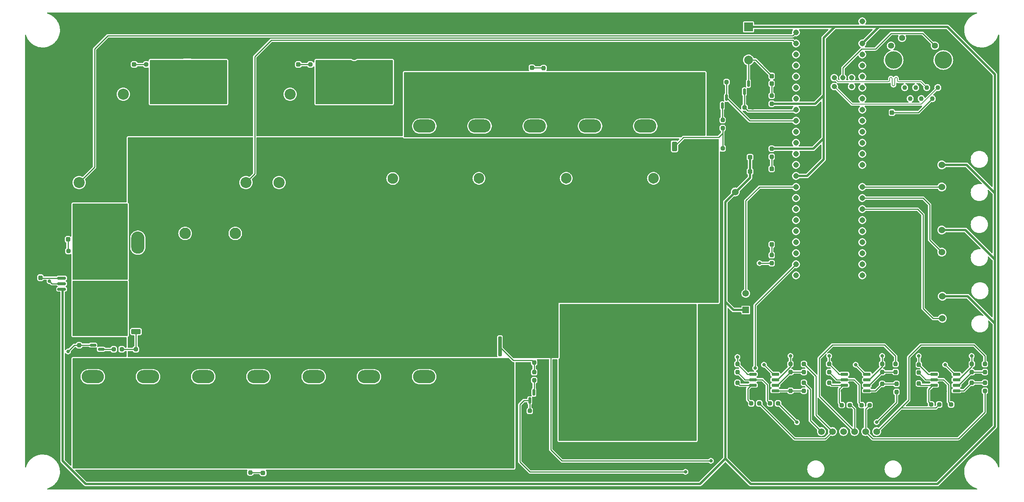
<source format=gbr>
%TF.GenerationSoftware,KiCad,Pcbnew,7.0.7*%
%TF.CreationDate,2024-03-26T21:52:30-05:00*%
%TF.ProjectId,PMS,504d532e-6b69-4636-9164-5f7063625858,rev?*%
%TF.SameCoordinates,Original*%
%TF.FileFunction,Copper,L1,Top*%
%TF.FilePolarity,Positive*%
%FSLAX46Y46*%
G04 Gerber Fmt 4.6, Leading zero omitted, Abs format (unit mm)*
G04 Created by KiCad (PCBNEW 7.0.7) date 2024-03-26 21:52:30*
%MOMM*%
%LPD*%
G01*
G04 APERTURE LIST*
G04 Aperture macros list*
%AMRoundRect*
0 Rectangle with rounded corners*
0 $1 Rounding radius*
0 $2 $3 $4 $5 $6 $7 $8 $9 X,Y pos of 4 corners*
0 Add a 4 corners polygon primitive as box body*
4,1,4,$2,$3,$4,$5,$6,$7,$8,$9,$2,$3,0*
0 Add four circle primitives for the rounded corners*
1,1,$1+$1,$2,$3*
1,1,$1+$1,$4,$5*
1,1,$1+$1,$6,$7*
1,1,$1+$1,$8,$9*
0 Add four rect primitives between the rounded corners*
20,1,$1+$1,$2,$3,$4,$5,0*
20,1,$1+$1,$4,$5,$6,$7,0*
20,1,$1+$1,$6,$7,$8,$9,0*
20,1,$1+$1,$8,$9,$2,$3,0*%
%AMHorizOval*
0 Thick line with rounded ends*
0 $1 width*
0 $2 $3 position (X,Y) of the first rounded end (center of the circle)*
0 $4 $5 position (X,Y) of the second rounded end (center of the circle)*
0 Add line between two ends*
20,1,$1,$2,$3,$4,$5,0*
0 Add two circle primitives to create the rounded ends*
1,1,$1,$2,$3*
1,1,$1,$4,$5*%
G04 Aperture macros list end*
%TA.AperFunction,SMDPad,CuDef*%
%ADD10RoundRect,0.237500X0.237500X-0.250000X0.237500X0.250000X-0.237500X0.250000X-0.237500X-0.250000X0*%
%TD*%
%TA.AperFunction,SMDPad,CuDef*%
%ADD11RoundRect,0.237500X0.250000X0.237500X-0.250000X0.237500X-0.250000X-0.237500X0.250000X-0.237500X0*%
%TD*%
%TA.AperFunction,SMDPad,CuDef*%
%ADD12RoundRect,0.250000X0.650000X-0.412500X0.650000X0.412500X-0.650000X0.412500X-0.650000X-0.412500X0*%
%TD*%
%TA.AperFunction,SMDPad,CuDef*%
%ADD13RoundRect,0.150000X-0.587500X-0.150000X0.587500X-0.150000X0.587500X0.150000X-0.587500X0.150000X0*%
%TD*%
%TA.AperFunction,SMDPad,CuDef*%
%ADD14RoundRect,0.237500X-0.237500X0.250000X-0.237500X-0.250000X0.237500X-0.250000X0.237500X0.250000X0*%
%TD*%
%TA.AperFunction,ComponentPad*%
%ADD15R,2.400000X2.400000*%
%TD*%
%TA.AperFunction,ComponentPad*%
%ADD16C,2.400000*%
%TD*%
%TA.AperFunction,SMDPad,CuDef*%
%ADD17RoundRect,0.237500X-0.250000X-0.237500X0.250000X-0.237500X0.250000X0.237500X-0.250000X0.237500X0*%
%TD*%
%TA.AperFunction,ComponentPad*%
%ADD18C,2.540000*%
%TD*%
%TA.AperFunction,ComponentPad*%
%ADD19R,2.000000X2.000000*%
%TD*%
%TA.AperFunction,ComponentPad*%
%ADD20C,2.000000*%
%TD*%
%TA.AperFunction,ComponentPad*%
%ADD21R,1.500000X1.500000*%
%TD*%
%TA.AperFunction,ComponentPad*%
%ADD22C,1.500000*%
%TD*%
%TA.AperFunction,ComponentPad*%
%ADD23HorizOval,0.800000X0.000000X0.000000X0.000000X0.000000X0*%
%TD*%
%TA.AperFunction,ComponentPad*%
%ADD24HorizOval,0.800000X0.000000X0.000000X0.000000X0.000000X0*%
%TD*%
%TA.AperFunction,ComponentPad*%
%ADD25C,0.800000*%
%TD*%
%TA.AperFunction,ComponentPad*%
%ADD26O,6.000000X9.000000*%
%TD*%
%TA.AperFunction,ComponentPad*%
%ADD27C,1.308000*%
%TD*%
%TA.AperFunction,ComponentPad*%
%ADD28C,1.208000*%
%TD*%
%TA.AperFunction,SMDPad,CuDef*%
%ADD29RoundRect,0.150000X-0.725000X-0.150000X0.725000X-0.150000X0.725000X0.150000X-0.725000X0.150000X0*%
%TD*%
%TA.AperFunction,SMDPad,CuDef*%
%ADD30RoundRect,0.237500X0.300000X0.237500X-0.300000X0.237500X-0.300000X-0.237500X0.300000X-0.237500X0*%
%TD*%
%TA.AperFunction,SMDPad,CuDef*%
%ADD31RoundRect,0.237500X-0.237500X0.287500X-0.237500X-0.287500X0.237500X-0.287500X0.237500X0.287500X0*%
%TD*%
%TA.AperFunction,SMDPad,CuDef*%
%ADD32RoundRect,0.237500X0.287500X0.237500X-0.287500X0.237500X-0.287500X-0.237500X0.287500X-0.237500X0*%
%TD*%
%TA.AperFunction,SMDPad,CuDef*%
%ADD33RoundRect,0.200000X-0.200000X2.100000X-0.200000X-2.100000X0.200000X-2.100000X0.200000X2.100000X0*%
%TD*%
%TA.AperFunction,SMDPad,CuDef*%
%ADD34RoundRect,0.250000X-2.375000X2.025000X-2.375000X-2.025000X2.375000X-2.025000X2.375000X2.025000X0*%
%TD*%
%TA.AperFunction,SMDPad,CuDef*%
%ADD35RoundRect,0.250002X-5.149998X4.449998X-5.149998X-4.449998X5.149998X-4.449998X5.149998X4.449998X0*%
%TD*%
%TA.AperFunction,SMDPad,CuDef*%
%ADD36RoundRect,0.150000X0.825000X0.150000X-0.825000X0.150000X-0.825000X-0.150000X0.825000X-0.150000X0*%
%TD*%
%TA.AperFunction,ComponentPad*%
%ADD37C,1.100000*%
%TD*%
%TA.AperFunction,ComponentPad*%
%ADD38C,1.400000*%
%TD*%
%TA.AperFunction,ComponentPad*%
%ADD39C,4.000000*%
%TD*%
%TA.AperFunction,SMDPad,CuDef*%
%ADD40RoundRect,0.237500X0.237500X-0.287500X0.237500X0.287500X-0.237500X0.287500X-0.237500X-0.287500X0*%
%TD*%
%TA.AperFunction,SMDPad,CuDef*%
%ADD41RoundRect,0.250000X-0.412500X-0.650000X0.412500X-0.650000X0.412500X0.650000X-0.412500X0.650000X0*%
%TD*%
%TA.AperFunction,SMDPad,CuDef*%
%ADD42RoundRect,0.237500X0.237500X-0.300000X0.237500X0.300000X-0.237500X0.300000X-0.237500X-0.300000X0*%
%TD*%
%TA.AperFunction,ComponentPad*%
%ADD43C,1.524000*%
%TD*%
%TA.AperFunction,SMDPad,CuDef*%
%ADD44RoundRect,0.237500X-0.287500X-0.237500X0.287500X-0.237500X0.287500X0.237500X-0.287500X0.237500X0*%
%TD*%
%TA.AperFunction,SMDPad,CuDef*%
%ADD45RoundRect,0.250000X0.350000X-0.850000X0.350000X0.850000X-0.350000X0.850000X-0.350000X-0.850000X0*%
%TD*%
%TA.AperFunction,SMDPad,CuDef*%
%ADD46RoundRect,0.250000X1.125000X-1.275000X1.125000X1.275000X-1.125000X1.275000X-1.125000X-1.275000X0*%
%TD*%
%TA.AperFunction,SMDPad,CuDef*%
%ADD47RoundRect,0.249997X2.650003X-2.950003X2.650003X2.950003X-2.650003X2.950003X-2.650003X-2.950003X0*%
%TD*%
%TA.AperFunction,SMDPad,CuDef*%
%ADD48RoundRect,0.150000X0.150000X-0.587500X0.150000X0.587500X-0.150000X0.587500X-0.150000X-0.587500X0*%
%TD*%
%TA.AperFunction,ComponentPad*%
%ADD49R,1.600000X1.600000*%
%TD*%
%TA.AperFunction,ComponentPad*%
%ADD50C,1.600000*%
%TD*%
%TA.AperFunction,SMDPad,CuDef*%
%ADD51RoundRect,0.250000X0.850000X0.350000X-0.850000X0.350000X-0.850000X-0.350000X0.850000X-0.350000X0*%
%TD*%
%TA.AperFunction,SMDPad,CuDef*%
%ADD52RoundRect,0.250000X1.275000X1.125000X-1.275000X1.125000X-1.275000X-1.125000X1.275000X-1.125000X0*%
%TD*%
%TA.AperFunction,SMDPad,CuDef*%
%ADD53RoundRect,0.249997X2.950003X2.650003X-2.950003X2.650003X-2.950003X-2.650003X2.950003X-2.650003X0*%
%TD*%
%TA.AperFunction,ComponentPad*%
%ADD54R,2.600000X2.600000*%
%TD*%
%TA.AperFunction,ComponentPad*%
%ADD55O,2.600000X2.600000*%
%TD*%
%TA.AperFunction,SMDPad,CuDef*%
%ADD56RoundRect,0.150000X-0.150000X0.587500X-0.150000X-0.587500X0.150000X-0.587500X0.150000X0.587500X0*%
%TD*%
%TA.AperFunction,ComponentPad*%
%ADD57O,5.100000X3.000000*%
%TD*%
%TA.AperFunction,ComponentPad*%
%ADD58O,3.000000X5.100000*%
%TD*%
%TA.AperFunction,ViaPad*%
%ADD59C,0.800000*%
%TD*%
%TA.AperFunction,Conductor*%
%ADD60C,0.508000*%
%TD*%
%TA.AperFunction,Conductor*%
%ADD61C,0.250000*%
%TD*%
%TA.AperFunction,Conductor*%
%ADD62C,0.254000*%
%TD*%
%TA.AperFunction,Conductor*%
%ADD63C,0.200000*%
%TD*%
G04 APERTURE END LIST*
D10*
%TO.P,R34,1*%
%TO.N,Net-(U8A--)*%
X252730000Y-168298500D03*
%TO.P,R34,2*%
%TO.N,Cell3-SENSE*%
X252730000Y-166473500D03*
%TD*%
D11*
%TO.P,R40,1*%
%TO.N,cell1*%
X278026500Y-175768000D03*
%TO.P,R40,2*%
%TO.N,Net-(U9A-+)*%
X276201500Y-175768000D03*
%TD*%
D10*
%TO.P,R6,1*%
%TO.N,Net-(Q4-G)*%
X228242500Y-112164500D03*
%TO.P,R6,2*%
%TO.N,Net-(Q2-D)*%
X228242500Y-110339500D03*
%TD*%
%TO.P,R38,1*%
%TO.N,Net-(U9B--)*%
X285531000Y-168298500D03*
%TO.P,R38,2*%
%TO.N,Cell2-SENSE*%
X285531000Y-166473500D03*
%TD*%
%TO.P,R42,1*%
%TO.N,Net-(U9A--)*%
X273339000Y-168425500D03*
%TO.P,R42,2*%
%TO.N,Cell1-SENSE*%
X273339000Y-166600500D03*
%TD*%
D12*
%TO.P,C9,1*%
%TO.N,NS_24V*%
X149352000Y-98336500D03*
%TO.P,C9,2*%
%TO.N,GND*%
X149352000Y-95211500D03*
%TD*%
D13*
%TO.P,Q3,1,G*%
%TO.N,Aux_Enable*%
X83469000Y-162118000D03*
%TO.P,Q3,2,S*%
%TO.N,GND*%
X83469000Y-164018000D03*
%TO.P,Q3,3,D*%
%TO.N,Net-(Q3-D)*%
X85344000Y-163068000D03*
%TD*%
D14*
%TO.P,R2,1*%
%TO.N,Net-(D1-A)*%
X239522000Y-104751500D03*
%TO.P,R2,2*%
%TO.N,+3.3V*%
X239522000Y-106576500D03*
%TD*%
D15*
%TO.P,C11,1*%
%TO.N,PV*%
X192278000Y-131231509D03*
D16*
%TO.P,C11,2*%
%TO.N,GND*%
X192278000Y-123731509D03*
%TD*%
D17*
%TO.P,R11,1*%
%TO.N,Net-(D3-A)*%
X133453500Y-97536000D03*
%TO.P,R11,2*%
%TO.N,NS_24V*%
X135278500Y-97536000D03*
%TD*%
D10*
%TO.P,R13,1*%
%TO.N,Net-(D5-A)*%
X119634000Y-191412500D03*
%TO.P,R13,2*%
%TO.N,Motor_PWR*%
X119634000Y-189587500D03*
%TD*%
D18*
%TO.P,U7,1,ON/OFF*%
%TO.N,NS_Enable*%
X118618000Y-124714000D03*
%TO.P,U7,2,VIN-*%
%TO.N,GND*%
X126238000Y-124714000D03*
%TO.P,U7,3,VIN+*%
%TO.N,PV*%
X131318000Y-124714000D03*
%TO.P,U7,4,VOUT+*%
%TO.N,NS_24V*%
X138938000Y-104394000D03*
%TO.P,U7,5,Trim*%
%TO.N,unconnected-(U7-Trim-Pad5)*%
X128778000Y-104394000D03*
%TO.P,U7,6,VOUT-*%
%TO.N,GND*%
X118618000Y-104394000D03*
%TD*%
D12*
%TO.P,C7,1*%
%TO.N,POE_24V*%
X110998000Y-97828500D03*
%TO.P,C7,2*%
%TO.N,GND*%
X110998000Y-94703500D03*
%TD*%
D19*
%TO.P,BZ1,1,-*%
%TO.N,+3.3V*%
X234188000Y-88910000D03*
D20*
%TO.P,BZ1,2,+*%
%TO.N,Net-(BZ1-+)*%
X234188000Y-96510000D03*
%TD*%
D14*
%TO.P,R16,1*%
%TO.N,Net-(D8-A)*%
X239522000Y-141431000D03*
%TO.P,R16,2*%
%TO.N,PV*%
X239522000Y-143256000D03*
%TD*%
D21*
%TO.P,U3,1,VCC*%
%TO.N,+3.3V*%
X233567000Y-154046000D03*
D22*
%TO.P,U3,2,GND*%
%TO.N,GND*%
X233567000Y-152136000D03*
%TO.P,U3,3,VIOUT*%
%TO.N,CURRENT_SENSE*%
X233567000Y-150226000D03*
D23*
%TO.P,U3,4,IP+*%
%TO.N,PV*%
X211537000Y-151086000D03*
D24*
X212797000Y-151086000D03*
D25*
X210507000Y-150336000D03*
X213827000Y-150336000D03*
X210117000Y-149136000D03*
X214217000Y-149136000D03*
X210117000Y-147806000D03*
X214217000Y-147806000D03*
D26*
X212167000Y-147136000D03*
D25*
X210117000Y-146466000D03*
X214217000Y-146466000D03*
X210117000Y-145136000D03*
X214217000Y-145136000D03*
X210507000Y-143936000D03*
X213827000Y-143936000D03*
X211537000Y-143186000D03*
X212797000Y-143186000D03*
%TO.P,U3,5,IP-*%
%TO.N,+BATT*%
X211537000Y-161086000D03*
X212797000Y-161086000D03*
X210507000Y-160336000D03*
X213827000Y-160336000D03*
X210117000Y-159136000D03*
X214217000Y-159136000D03*
X210117000Y-157806000D03*
X214217000Y-157806000D03*
D26*
X212167000Y-157136000D03*
D25*
X210117000Y-156466000D03*
X214217000Y-156466000D03*
X210117000Y-155136000D03*
X214217000Y-155136000D03*
X210507000Y-153936000D03*
X213827000Y-153936000D03*
D24*
X211537000Y-153186000D03*
D23*
X212797000Y-153186000D03*
%TD*%
D27*
%TO.P,U1,0,RX1*%
%TO.N,POE_Enable*%
X245110000Y-90170000D03*
%TO.P,U1,1,TX1*%
%TO.N,NS_Enable*%
X245110000Y-92710000D03*
%TO.P,U1,2,OUT2*%
%TO.N,unconnected-(U1-OUT2-Pad2)*%
X245110000Y-95250000D03*
%TO.P,U1,3,LRCLK2*%
%TO.N,unconnected-(U1-LRCLK2-Pad3)*%
X245110000Y-97790000D03*
%TO.P,U1,3.3V_1,3.3V*%
%TO.N,+3.3V*%
X245110000Y-123190000D03*
%TO.P,U1,3.3V_2,3.3V*%
X260350000Y-92710000D03*
%TO.P,U1,4,BCLK2*%
%TO.N,unconnected-(U1-BCLK2-Pad4)*%
X245110000Y-100330000D03*
%TO.P,U1,5,IN2*%
%TO.N,unconnected-(U1-IN2-Pad5)*%
X245110000Y-102870000D03*
%TO.P,U1,6,OUT1D*%
%TO.N,unconnected-(U1-OUT1D-Pad6)*%
X245110000Y-105410000D03*
%TO.P,U1,7,RX2*%
%TO.N,Buzzer*%
X245110000Y-107950000D03*
%TO.P,U1,8,TX2*%
%TO.N,LowCurrent_Enable*%
X245110000Y-110490000D03*
%TO.P,U1,9,OUT1C*%
%TO.N,unconnected-(U1-OUT1C-Pad9)*%
X245110000Y-113030000D03*
%TO.P,U1,10,CS1*%
%TO.N,unconnected-(U1-CS1-Pad10)*%
X245110000Y-115570000D03*
%TO.P,U1,11,MOSI*%
%TO.N,unconnected-(U1-MOSI-Pad11)*%
X245110000Y-118110000D03*
%TO.P,U1,12,MISO*%
%TO.N,unconnected-(U1-MISO-Pad12)*%
X245110000Y-120650000D03*
%TO.P,U1,13,SCK*%
%TO.N,unconnected-(U1-SCK-Pad13)*%
X260350000Y-120650000D03*
%TO.P,U1,14,A0*%
%TO.N,Cell5-SENSE*%
X260350000Y-118110000D03*
%TO.P,U1,15,A1*%
%TO.N,Cell6-SENSE*%
X260350000Y-115570000D03*
%TO.P,U1,16,A2*%
%TO.N,Cell3-SENSE*%
X260350000Y-113030000D03*
%TO.P,U1,17,A3*%
%TO.N,Cell4-SENSE*%
X260350000Y-110490000D03*
%TO.P,U1,18,A4*%
%TO.N,Cell1-SENSE*%
X260350000Y-107950000D03*
%TO.P,U1,19,A5*%
%TO.N,Cell2-SENSE*%
X260350000Y-105410000D03*
%TO.P,U1,20,A6*%
%TO.N,unconnected-(U1-A6-Pad20)*%
X260350000Y-102870000D03*
%TO.P,U1,21,A7*%
%TO.N,unconnected-(U1-A7-Pad21)*%
X260350000Y-100330000D03*
%TO.P,U1,22,A8*%
%TO.N,unconnected-(U1-A8-Pad22)*%
X260350000Y-97790000D03*
%TO.P,U1,23,A9*%
%TO.N,unconnected-(U1-A9-Pad23)*%
X260350000Y-95250000D03*
%TO.P,U1,24,A10*%
%TO.N,CURRENT_SENSE*%
X245110000Y-125730000D03*
%TO.P,U1,25,A11*%
%TO.N,unconnected-(U1-A11-Pad25)*%
X245110000Y-128270000D03*
%TO.P,U1,26,A12*%
%TO.N,unconnected-(U1-A12-Pad26)*%
X245110000Y-130810000D03*
%TO.P,U1,27,A13*%
%TO.N,CS_Aux*%
X245110000Y-133350000D03*
%TO.P,U1,28,RX7*%
%TO.N,unconnected-(U1-RX7-Pad28)*%
X245110000Y-135890000D03*
%TO.P,U1,29,TX7*%
%TO.N,unconnected-(U1-TX7-Pad29)*%
X245110000Y-138430000D03*
%TO.P,U1,30,CRX3*%
%TO.N,unconnected-(U1-CRX3-Pad30)*%
X245110000Y-140970000D03*
%TO.P,U1,31,CTX3*%
%TO.N,Aux_Enable*%
X245110000Y-143510000D03*
%TO.P,U1,32,OUT1B*%
%TO.N,Motor_Enable*%
X245110000Y-146050000D03*
%TO.P,U1,33,MCLK2*%
%TO.N,unconnected-(U1-MCLK2-Pad33)*%
X260350000Y-146050000D03*
%TO.P,U1,34,RX8*%
%TO.N,unconnected-(U1-RX8-Pad34)*%
X260350000Y-143510000D03*
%TO.P,U1,35,TX8*%
%TO.N,unconnected-(U1-TX8-Pad35)*%
X260350000Y-140970000D03*
%TO.P,U1,36,CS2*%
%TO.N,unconnected-(U1-CS2-Pad36)*%
X260350000Y-138430000D03*
%TO.P,U1,37,CS3*%
%TO.N,unconnected-(U1-CS3-Pad37)*%
X260350000Y-135890000D03*
%TO.P,U1,38,A14*%
%TO.N,unconnected-(U1-A14-Pad38)*%
X260350000Y-133350000D03*
%TO.P,U1,39,A15*%
%TO.N,CS1*%
X260350000Y-130810000D03*
%TO.P,U1,40,A16*%
%TO.N,CS2*%
X260350000Y-128270000D03*
%TO.P,U1,41,A17*%
%TO.N,CS3*%
X260350000Y-125730000D03*
%TO.P,U1,GND1,GND*%
%TO.N,GND*%
X245110000Y-87630000D03*
%TO.P,U1,GND2,GND*%
X260350000Y-123190000D03*
%TO.P,U1,GND3,GND*%
X260350000Y-90170000D03*
D28*
%TO.P,U1,GND5,GND*%
X255900000Y-102600000D03*
%TO.P,U1,LED,LED*%
%TO.N,LED*%
X255900000Y-100600000D03*
%TO.P,U1,R+,R+*%
%TO.N,RX+*%
X257900000Y-100600000D03*
%TO.P,U1,R-,R-*%
%TO.N,RX-*%
X257900000Y-102600000D03*
%TO.P,U1,T+,T+*%
%TO.N,TX+*%
X253900000Y-102600000D03*
%TO.P,U1,T-,T-*%
%TO.N,TX-*%
X253900000Y-100600000D03*
D27*
%TO.P,U1,VIN,VIN*%
%TO.N,unconnected-(U1-PadVIN)*%
X260350000Y-87630000D03*
%TD*%
D29*
%TO.P,U6,1*%
%TO.N,Cell5-SENSE*%
X235204000Y-168783000D03*
%TO.P,U6,2,-*%
%TO.N,Net-(U6A--)*%
X235204000Y-170053000D03*
%TO.P,U6,3,+*%
%TO.N,Net-(U6A-+)*%
X235204000Y-171323000D03*
%TO.P,U6,4,V-*%
%TO.N,GND*%
X235204000Y-172593000D03*
%TO.P,U6,5,+*%
%TO.N,Net-(U6B-+)*%
X240354000Y-172593000D03*
%TO.P,U6,6,-*%
%TO.N,Net-(U6B--)*%
X240354000Y-171323000D03*
%TO.P,U6,7*%
%TO.N,Cell6-SENSE*%
X240354000Y-170053000D03*
%TO.P,U6,8,V+*%
%TO.N,PV*%
X240354000Y-168783000D03*
%TD*%
D30*
%TO.P,C3,1*%
%TO.N,+3.3V*%
X234542500Y-118872000D03*
%TO.P,C3,2*%
%TO.N,GND*%
X232817500Y-118872000D03*
%TD*%
D11*
%TO.P,R24,1*%
%TO.N,cell5*%
X236659500Y-175514000D03*
%TO.P,R24,2*%
%TO.N,Net-(U6A-+)*%
X234834500Y-175514000D03*
%TD*%
D31*
%TO.P,D1,1,K*%
%TO.N,Net-(BZ1-+)*%
X239522000Y-100217000D03*
%TO.P,D1,2,A*%
%TO.N,Net-(D1-A)*%
X239522000Y-101967000D03*
%TD*%
D32*
%TO.P,D5,1,K*%
%TO.N,GND*%
X124319000Y-191516000D03*
%TO.P,D5,2,A*%
%TO.N,Net-(D5-A)*%
X122569000Y-191516000D03*
%TD*%
D33*
%TO.P,Q7,1,G*%
%TO.N,Net-(Q7-G)*%
X177038000Y-162373000D03*
%TO.P,Q7,2,S*%
%TO.N,PV*%
X175768000Y-162373000D03*
%TO.P,Q7,3,S*%
X174498000Y-162373000D03*
D34*
%TO.P,Q7,4,D*%
%TO.N,Motor_PWR*%
X176003000Y-169098000D03*
X170453000Y-169098000D03*
D35*
X173228000Y-171523000D03*
D34*
X176003000Y-173948000D03*
X170453000Y-173948000D03*
D33*
%TO.P,Q7,5,S*%
%TO.N,PV*%
X171958000Y-162373000D03*
%TO.P,Q7,6,S*%
X170688000Y-162373000D03*
%TO.P,Q7,7,S*%
X169418000Y-162373000D03*
%TD*%
D10*
%TO.P,R23,1*%
%TO.N,GND*%
X231648000Y-172616500D03*
%TO.P,R23,2*%
%TO.N,Net-(U6A-+)*%
X231648000Y-170791500D03*
%TD*%
D11*
%TO.P,R7,1*%
%TO.N,PV*%
X95146500Y-163068000D03*
%TO.P,R7,2*%
%TO.N,Net-(Q5-G)*%
X93321500Y-163068000D03*
%TD*%
D29*
%TO.P,U8,1*%
%TO.N,Cell3-SENSE*%
X256251000Y-168783000D03*
%TO.P,U8,2,-*%
%TO.N,Net-(U8A--)*%
X256251000Y-170053000D03*
%TO.P,U8,3,+*%
%TO.N,Net-(U8A-+)*%
X256251000Y-171323000D03*
%TO.P,U8,4,V-*%
%TO.N,GND*%
X256251000Y-172593000D03*
%TO.P,U8,5,+*%
%TO.N,Net-(U8B-+)*%
X261401000Y-172593000D03*
%TO.P,U8,6,-*%
%TO.N,Net-(U8B--)*%
X261401000Y-171323000D03*
%TO.P,U8,7*%
%TO.N,Cell4-SENSE*%
X261401000Y-170053000D03*
%TO.P,U8,8,V+*%
%TO.N,PV*%
X261401000Y-168783000D03*
%TD*%
D36*
%TO.P,U4,1,IP+*%
%TO.N,Net-(Q5-D)*%
X81215000Y-149225000D03*
%TO.P,U4,2,IP+*%
X81215000Y-147955000D03*
%TO.P,U4,3,IP-*%
%TO.N,Aux_PWR*%
X81215000Y-146685000D03*
%TO.P,U4,4,IP-*%
X81215000Y-145415000D03*
%TO.P,U4,5,GND*%
%TO.N,GND*%
X76265000Y-145415000D03*
%TO.P,U4,6,FILTER*%
%TO.N,Net-(U4-FILTER)*%
X76265000Y-146685000D03*
%TO.P,U4,7,VIOUT*%
%TO.N,CS_Aux*%
X76265000Y-147955000D03*
%TO.P,U4,8,VCC*%
%TO.N,+3.3V*%
X76265000Y-149225000D03*
%TD*%
D14*
%TO.P,R15,1*%
%TO.N,Net-(D7-A)*%
X187085000Y-98401500D03*
%TO.P,R15,2*%
%TO.N,LowCurrent_PWR*%
X187085000Y-100226500D03*
%TD*%
%TO.P,R19,1*%
%TO.N,GND*%
X243840000Y-170791500D03*
%TO.P,R19,2*%
%TO.N,Net-(U6B-+)*%
X243840000Y-172616500D03*
%TD*%
D10*
%TO.P,R35,1*%
%TO.N,GND*%
X285496000Y-172616500D03*
%TO.P,R35,2*%
%TO.N,Net-(U9B-+)*%
X285496000Y-170791500D03*
%TD*%
D14*
%TO.P,R37,1*%
%TO.N,cell1*%
X288544000Y-166473500D03*
%TO.P,R37,2*%
%TO.N,Net-(U9B--)*%
X288544000Y-168298500D03*
%TD*%
D37*
%TO.P,J1,1*%
%TO.N,TX+*%
X277724000Y-102870000D03*
%TO.P,J1,2*%
%TO.N,Net-(C1-Pad2)*%
X276454000Y-105410000D03*
%TO.P,J1,3*%
%TO.N,TX-*%
X275184000Y-102870000D03*
%TO.P,J1,4*%
%TO.N,RX+*%
X273914000Y-105410000D03*
%TO.P,J1,5*%
%TO.N,Net-(C1-Pad2)*%
X272644000Y-102870000D03*
%TO.P,J1,6*%
%TO.N,RX-*%
X271374000Y-105410000D03*
%TO.P,J1,7*%
%TO.N,unconnected-(J1-Pad7)*%
X270104000Y-102870000D03*
%TO.P,J1,8*%
%TO.N,GND*%
X268834000Y-105410000D03*
D38*
%TO.P,J1,9*%
X279604000Y-91440000D03*
%TO.P,J1,10*%
%TO.N,LED*%
X277064000Y-93230000D03*
%TO.P,J1,11*%
%TO.N,unconnected-(J1-Pad11)*%
X269494000Y-91440000D03*
%TO.P,J1,12*%
%TO.N,unconnected-(J1-Pad12)*%
X266954000Y-93230000D03*
D39*
%TO.P,J1,13*%
%TO.N,N/C*%
X278994000Y-96520000D03*
%TO.P,J1,14*%
X267564000Y-96520000D03*
D20*
%TO.P,J1,SH*%
%TO.N,GND*%
X281154000Y-99570000D03*
X265404000Y-99570000D03*
%TD*%
D14*
%TO.P,R29,1*%
%TO.N,cell3*%
X268005000Y-166450000D03*
%TO.P,R29,2*%
%TO.N,Net-(U8B--)*%
X268005000Y-168275000D03*
%TD*%
D40*
%TO.P,D2,1,K*%
%TO.N,GND*%
X239522000Y-123303000D03*
%TO.P,D2,2,A*%
%TO.N,Net-(D2-A)*%
X239522000Y-121553000D03*
%TD*%
D41*
%TO.P,C2,1*%
%TO.N,PV*%
X225767500Y-121412000D03*
%TO.P,C2,2*%
%TO.N,GND*%
X228892500Y-121412000D03*
%TD*%
D14*
%TO.P,R18,1*%
%TO.N,Net-(Q7-G)*%
X184912000Y-168355000D03*
%TO.P,R18,2*%
%TO.N,Net-(Q6-D)*%
X184912000Y-170180000D03*
%TD*%
D42*
%TO.P,C4,1*%
%TO.N,GND*%
X71374000Y-148336000D03*
%TO.P,C4,2*%
%TO.N,Net-(U4-FILTER)*%
X71374000Y-146611000D03*
%TD*%
D17*
%TO.P,R5,1*%
%TO.N,PV*%
X226417500Y-116840000D03*
%TO.P,R5,2*%
%TO.N,Net-(Q4-G)*%
X228242500Y-116840000D03*
%TD*%
D11*
%TO.P,R4,1*%
%TO.N,LowCurrent_Enable*%
X229155000Y-101600000D03*
%TO.P,R4,2*%
%TO.N,GND*%
X227330000Y-101600000D03*
%TD*%
D43*
%TO.P,U2,1,Vi*%
%TO.N,PV*%
X226060000Y-126873000D03*
%TO.P,U2,2,GND*%
%TO.N,GND*%
X228600000Y-126873000D03*
%TO.P,U2,3,Vo*%
%TO.N,+3.3V*%
X231140000Y-126873000D03*
%TD*%
D44*
%TO.P,D7,1,K*%
%TO.N,GND*%
X182654000Y-98298000D03*
%TO.P,D7,2,A*%
%TO.N,Net-(D7-A)*%
X184404000Y-98298000D03*
%TD*%
D45*
%TO.P,Q4,1,G*%
%TO.N,Net-(Q4-G)*%
X217170000Y-116385000D03*
D46*
%TO.P,Q4,2,D*%
%TO.N,LowCurrent_PWR*%
X217925000Y-111760000D03*
X220975000Y-111760000D03*
D47*
X219450000Y-110085000D03*
D46*
X217925000Y-108410000D03*
X220975000Y-108410000D03*
D45*
%TO.P,Q4,3,S*%
%TO.N,PV*%
X221730000Y-116385000D03*
%TD*%
D43*
%TO.P,Conn17,1*%
%TO.N,+3.3V*%
X278765000Y-150876000D03*
%TO.P,Conn17,2*%
%TO.N,GND*%
X278765000Y-153416000D03*
%TO.P,Conn17,3*%
%TO.N,CS1*%
X278765000Y-155956000D03*
%TD*%
D17*
%TO.P,R14,1*%
%TO.N,Net-(D6-A)*%
X77827500Y-140462000D03*
%TO.P,R14,2*%
%TO.N,Aux_PWR*%
X79652500Y-140462000D03*
%TD*%
D11*
%TO.P,R8,1*%
%TO.N,Net-(Q5-G)*%
X90066500Y-163068000D03*
%TO.P,R8,2*%
%TO.N,Net-(Q3-D)*%
X88241500Y-163068000D03*
%TD*%
D48*
%TO.P,Q6,1,G*%
%TO.N,Motor_Enable*%
X183896000Y-174855500D03*
%TO.P,Q6,2,S*%
%TO.N,GND*%
X185796000Y-174855500D03*
%TO.P,Q6,3,D*%
%TO.N,Net-(Q6-D)*%
X184846000Y-172980500D03*
%TD*%
D44*
%TO.P,D4,1,K*%
%TO.N,GND*%
X91186000Y-97536000D03*
%TO.P,D4,2,A*%
%TO.N,Net-(D4-A)*%
X92936000Y-97536000D03*
%TD*%
D17*
%TO.P,R12,1*%
%TO.N,Net-(D4-A)*%
X95720500Y-97536000D03*
%TO.P,R12,2*%
%TO.N,POE_24V*%
X97545500Y-97536000D03*
%TD*%
D49*
%TO.P,C6,1*%
%TO.N,POE_24V*%
X105156000Y-97250000D03*
D50*
%TO.P,C6,2*%
%TO.N,GND*%
X105156000Y-95250000D03*
%TD*%
D10*
%TO.P,R26,1*%
%TO.N,Net-(U6A--)*%
X231648000Y-168298500D03*
%TO.P,R26,2*%
%TO.N,Cell5-SENSE*%
X231648000Y-166473500D03*
%TD*%
D42*
%TO.P,C1,1*%
%TO.N,GND*%
X267183000Y-110336500D03*
%TO.P,C1,2*%
%TO.N,Net-(C1-Pad2)*%
X267183000Y-108611500D03*
%TD*%
D10*
%TO.P,R28,1*%
%TO.N,cell4*%
X268224000Y-172870500D03*
%TO.P,R28,2*%
%TO.N,Net-(U8B-+)*%
X268224000Y-171045500D03*
%TD*%
D30*
%TO.P,C5,1*%
%TO.N,+3.3V*%
X234542500Y-122174000D03*
%TO.P,C5,2*%
%TO.N,GND*%
X232817500Y-122174000D03*
%TD*%
D11*
%TO.P,R33,1*%
%TO.N,cell2*%
X262024500Y-175895000D03*
%TO.P,R33,2*%
%TO.N,Net-(U8A--)*%
X260199500Y-175895000D03*
%TD*%
%TO.P,R41,1*%
%TO.N,GND*%
X282598500Y-175768000D03*
%TO.P,R41,2*%
%TO.N,Net-(U9A--)*%
X280773500Y-175768000D03*
%TD*%
D10*
%TO.P,R31,1*%
%TO.N,GND*%
X252730000Y-172616500D03*
%TO.P,R31,2*%
%TO.N,Net-(U8A-+)*%
X252730000Y-170791500D03*
%TD*%
D29*
%TO.P,U9,1*%
%TO.N,Cell1-SENSE*%
X276860000Y-168783000D03*
%TO.P,U9,2,-*%
%TO.N,Net-(U9A--)*%
X276860000Y-170053000D03*
%TO.P,U9,3,+*%
%TO.N,Net-(U9A-+)*%
X276860000Y-171323000D03*
%TO.P,U9,4,V-*%
%TO.N,GND*%
X276860000Y-172593000D03*
%TO.P,U9,5,+*%
%TO.N,Net-(U9B-+)*%
X282010000Y-172593000D03*
%TO.P,U9,6,-*%
%TO.N,Net-(U9B--)*%
X282010000Y-171323000D03*
%TO.P,U9,7*%
%TO.N,Cell2-SENSE*%
X282010000Y-170053000D03*
%TO.P,U9,8,V+*%
%TO.N,PV*%
X282010000Y-168783000D03*
%TD*%
D44*
%TO.P,D3,1,K*%
%TO.N,GND*%
X128919000Y-97536000D03*
%TO.P,D3,2,A*%
%TO.N,Net-(D3-A)*%
X130669000Y-97536000D03*
%TD*%
D11*
%TO.P,R32,1*%
%TO.N,cell3*%
X257452500Y-175895000D03*
%TO.P,R32,2*%
%TO.N,Net-(U8A-+)*%
X255627500Y-175895000D03*
%TD*%
D10*
%TO.P,R39,1*%
%TO.N,GND*%
X273339000Y-172743500D03*
%TO.P,R39,2*%
%TO.N,Net-(U9A-+)*%
X273339000Y-170918500D03*
%TD*%
D15*
%TO.P,C10,1*%
%TO.N,PV*%
X172212000Y-131231509D03*
D16*
%TO.P,C10,2*%
%TO.N,GND*%
X172212000Y-123731509D03*
%TD*%
D51*
%TO.P,Q5,1,G*%
%TO.N,Net-(Q5-G)*%
X93354000Y-158998000D03*
D52*
%TO.P,Q5,2,D*%
%TO.N,Net-(Q5-D)*%
X88729000Y-158243000D03*
X88729000Y-155193000D03*
D53*
X87054000Y-156718000D03*
D52*
X85379000Y-158243000D03*
X85379000Y-155193000D03*
D51*
%TO.P,Q5,3,S*%
%TO.N,PV*%
X93354000Y-154438000D03*
%TD*%
D14*
%TO.P,R21,1*%
%TO.N,cell5*%
X246923000Y-166473500D03*
%TO.P,R21,2*%
%TO.N,Net-(U6B--)*%
X246923000Y-168298500D03*
%TD*%
D10*
%TO.P,R10,1*%
%TO.N,Net-(D2-A)*%
X239522000Y-118768500D03*
%TO.P,R10,2*%
%TO.N,+3.3V*%
X239522000Y-116943500D03*
%TD*%
D15*
%TO.P,C12,1*%
%TO.N,PV*%
X152400000Y-131274755D03*
D16*
%TO.P,C12,2*%
%TO.N,GND*%
X152400000Y-123774755D03*
%TD*%
D15*
%TO.P,C13,1*%
%TO.N,PV*%
X212344000Y-131231509D03*
D16*
%TO.P,C13,2*%
%TO.N,GND*%
X212344000Y-123731509D03*
%TD*%
D54*
%TO.P,D10,1,K*%
%TO.N,PV*%
X121265000Y-136398000D03*
D55*
%TO.P,D10,2,A*%
%TO.N,GND*%
X116185000Y-136398000D03*
%TD*%
D14*
%TO.P,R17,1*%
%TO.N,PV*%
X184912000Y-164291000D03*
%TO.P,R17,2*%
%TO.N,Net-(Q7-G)*%
X184912000Y-166116000D03*
%TD*%
D10*
%TO.P,R22,1*%
%TO.N,Net-(U6B--)*%
X243840000Y-168298500D03*
%TO.P,R22,2*%
%TO.N,Cell6-SENSE*%
X243840000Y-166473500D03*
%TD*%
D31*
%TO.P,D6,1,K*%
%TO.N,GND*%
X77724000Y-136031000D03*
%TO.P,D6,2,A*%
%TO.N,Net-(D6-A)*%
X77724000Y-137781000D03*
%TD*%
D49*
%TO.P,C8,1*%
%TO.N,NS_24V*%
X143510000Y-97729113D03*
D50*
%TO.P,C8,2*%
%TO.N,GND*%
X143510000Y-95729113D03*
%TD*%
D11*
%TO.P,R25,1*%
%TO.N,cell4*%
X240977500Y-175514000D03*
%TO.P,R25,2*%
%TO.N,Net-(U6A--)*%
X239152500Y-175514000D03*
%TD*%
D31*
%TO.P,D8,1,K*%
%TO.N,GND*%
X239532000Y-137195500D03*
%TO.P,D8,2,A*%
%TO.N,Net-(D8-A)*%
X239532000Y-138945500D03*
%TD*%
D14*
%TO.P,R3,1*%
%TO.N,Aux_Enable*%
X80264000Y-162155500D03*
%TO.P,R3,2*%
%TO.N,GND*%
X80264000Y-163980500D03*
%TD*%
D48*
%TO.P,Q1,1,G*%
%TO.N,Buzzer*%
X233238000Y-103807500D03*
%TO.P,Q1,2,S*%
%TO.N,GND*%
X235138000Y-103807500D03*
%TO.P,Q1,3,D*%
%TO.N,Net-(BZ1-+)*%
X234188000Y-101932500D03*
%TD*%
D14*
%TO.P,R9,1*%
%TO.N,Motor_Enable*%
X183896000Y-177245000D03*
%TO.P,R9,2*%
%TO.N,GND*%
X183896000Y-179070000D03*
%TD*%
D18*
%TO.P,U5,1,ON/OFF*%
%TO.N,POE_Enable*%
X80264000Y-124714000D03*
%TO.P,U5,2,VIN-*%
%TO.N,GND*%
X87884000Y-124714000D03*
%TO.P,U5,3,VIN+*%
%TO.N,PV*%
X92964000Y-124714000D03*
%TO.P,U5,4,VOUT+*%
%TO.N,POE_24V*%
X100584000Y-104394000D03*
%TO.P,U5,5,Trim*%
%TO.N,unconnected-(U5-Trim-Pad5)*%
X90424000Y-104394000D03*
%TO.P,U5,6,VOUT-*%
%TO.N,GND*%
X80264000Y-104394000D03*
%TD*%
D10*
%TO.P,R30,1*%
%TO.N,Net-(U8B--)*%
X264922000Y-168298500D03*
%TO.P,R30,2*%
%TO.N,Cell4-SENSE*%
X264922000Y-166473500D03*
%TD*%
D56*
%TO.P,Q2,1,G*%
%TO.N,LowCurrent_Enable*%
X229126500Y-105156000D03*
%TO.P,Q2,2,S*%
%TO.N,GND*%
X227226500Y-105156000D03*
%TO.P,Q2,3,D*%
%TO.N,Net-(Q2-D)*%
X228176500Y-107031000D03*
%TD*%
D10*
%TO.P,R36,1*%
%TO.N,cell2*%
X288544000Y-172616500D03*
%TO.P,R36,2*%
%TO.N,Net-(U9B-+)*%
X288544000Y-170791500D03*
%TD*%
D43*
%TO.P,Conn19,1*%
%TO.N,+3.3V*%
X278638000Y-120650000D03*
%TO.P,Conn19,2*%
%TO.N,GND*%
X278638000Y-123190000D03*
%TO.P,Conn19,3*%
%TO.N,CS3*%
X278638000Y-125730000D03*
%TD*%
D14*
%TO.P,R20,1*%
%TO.N,cell6*%
X246923000Y-170791500D03*
%TO.P,R20,2*%
%TO.N,Net-(U6B-+)*%
X246923000Y-172616500D03*
%TD*%
D54*
%TO.P,D9,1,K*%
%TO.N,PV*%
X109728000Y-136398000D03*
D55*
%TO.P,D9,2,A*%
%TO.N,GND*%
X104648000Y-136398000D03*
%TD*%
D17*
%TO.P,R1,1*%
%TO.N,Buzzer*%
X233275500Y-107442000D03*
%TO.P,R1,2*%
%TO.N,GND*%
X235100500Y-107442000D03*
%TD*%
D43*
%TO.P,Conn18,1*%
%TO.N,+3.3V*%
X278638000Y-135636000D03*
%TO.P,Conn18,2*%
%TO.N,GND*%
X278638000Y-138176000D03*
%TO.P,Conn18,3*%
%TO.N,CS2*%
X278638000Y-140716000D03*
%TD*%
%TO.P,Conn20,1*%
%TO.N,GND*%
X266192000Y-181991000D03*
%TO.P,Conn20,2*%
%TO.N,cell1*%
X263652000Y-181991000D03*
%TO.P,Conn20,3*%
%TO.N,cell2*%
X261112000Y-181991000D03*
%TO.P,Conn20,4*%
%TO.N,cell3*%
X258572000Y-181991000D03*
%TO.P,Conn20,5*%
%TO.N,cell4*%
X256032000Y-181991000D03*
%TO.P,Conn20,6*%
%TO.N,cell5*%
X253492000Y-181991000D03*
%TO.P,Conn20,7*%
%TO.N,cell6*%
X250952000Y-181991000D03*
%TD*%
D10*
%TO.P,R27,1*%
%TO.N,GND*%
X264922000Y-172870500D03*
%TO.P,R27,2*%
%TO.N,Net-(U8B-+)*%
X264922000Y-171045500D03*
%TD*%
D57*
%TO.P,Conn9,1,GND*%
%TO.N,GND*%
X147205700Y-111555500D03*
%TO.P,Conn9,4,PV+*%
%TO.N,NS_24V*%
X147205700Y-103681500D03*
%TD*%
%TO.P,Conn1,1,GND*%
%TO.N,GND*%
X159626300Y-169368500D03*
%TO.P,Conn1,4,PV+*%
%TO.N,Motor_PWR*%
X159626300Y-177242500D03*
%TD*%
%TO.P,Conn2,1,GND*%
%TO.N,GND*%
X146926300Y-169368500D03*
%TO.P,Conn2,4,PV+*%
%TO.N,Motor_PWR*%
X146926300Y-177242500D03*
%TD*%
%TO.P,Conn13,1,GND*%
%TO.N,GND*%
X185051700Y-111714000D03*
%TO.P,Conn13,4,PV+*%
%TO.N,LowCurrent_PWR*%
X185051700Y-103840000D03*
%TD*%
%TO.P,Conn4,1,GND*%
%TO.N,GND*%
X121526300Y-169368500D03*
%TO.P,Conn4,4,PV+*%
%TO.N,Motor_PWR*%
X121526300Y-177242500D03*
%TD*%
%TO.P,Conn12,1,GND*%
%TO.N,GND*%
X172351700Y-111714000D03*
%TO.P,Conn12,4,PV+*%
%TO.N,LowCurrent_PWR*%
X172351700Y-103840000D03*
%TD*%
%TO.P,Conn16,1,GND*%
%TO.N,GND*%
X225552000Y-177102800D03*
%TO.P,Conn16,4,PV+*%
%TO.N,+BATT*%
X217678000Y-177102800D03*
%TD*%
%TO.P,Conn6,1,GND*%
%TO.N,GND*%
X83426300Y-169368500D03*
%TO.P,Conn6,4,PV+*%
%TO.N,Motor_PWR*%
X83426300Y-177242500D03*
%TD*%
%TO.P,Conn15,1,GND*%
%TO.N,GND*%
X210451700Y-111714000D03*
%TO.P,Conn15,4,PV+*%
%TO.N,LowCurrent_PWR*%
X210451700Y-103840000D03*
%TD*%
%TO.P,Conn5,1,GND*%
%TO.N,GND*%
X108826300Y-169368500D03*
%TO.P,Conn5,4,PV+*%
%TO.N,Motor_PWR*%
X108826300Y-177242500D03*
%TD*%
D58*
%TO.P,Conn8,1,GND*%
%TO.N,GND*%
X93775500Y-138544300D03*
%TO.P,Conn8,4,PV+*%
%TO.N,Aux_PWR*%
X85901500Y-138544300D03*
%TD*%
D57*
%TO.P,Conn3,1,GND*%
%TO.N,GND*%
X134226300Y-169368500D03*
%TO.P,Conn3,4,PV+*%
%TO.N,Motor_PWR*%
X134226300Y-177242500D03*
%TD*%
%TO.P,Conn7,1,GND*%
%TO.N,GND*%
X96126300Y-169368500D03*
%TO.P,Conn7,4,PV+*%
%TO.N,Motor_PWR*%
X96126300Y-177242500D03*
%TD*%
%TO.P,Conn14,1,GND*%
%TO.N,GND*%
X197751700Y-111714000D03*
%TO.P,Conn14,4,PV+*%
%TO.N,LowCurrent_PWR*%
X197751700Y-103840000D03*
%TD*%
%TO.P,Conn11,1,GND*%
%TO.N,GND*%
X159651700Y-111714000D03*
%TO.P,Conn11,4,PV+*%
%TO.N,LowCurrent_PWR*%
X159651700Y-103840000D03*
%TD*%
%TO.P,Conn10,1,GND*%
%TO.N,GND*%
X108851700Y-111555500D03*
%TO.P,Conn10,4,PV+*%
%TO.N,POE_24V*%
X108851700Y-103681500D03*
%TD*%
D59*
%TO.N,GND*%
X279400000Y-172720000D03*
X257810000Y-172720000D03*
X237490000Y-172720000D03*
%TO.N,PV*%
X223774000Y-143256000D03*
X279400000Y-166624000D03*
X258826000Y-166624000D03*
X188722000Y-163322000D03*
X236728000Y-143256000D03*
X237744000Y-166624000D03*
X225552000Y-188722000D03*
%TO.N,cell4*%
X245329750Y-179866250D03*
X263652000Y-179832000D03*
%TO.N,Aux_Enable*%
X235712000Y-167386000D03*
X77724000Y-163576000D03*
%TO.N,Motor_Enable*%
X219710000Y-191262000D03*
%TO.N,Cell6-SENSE*%
X243840000Y-164592000D03*
%TO.N,Cell5-SENSE*%
X231648000Y-164846000D03*
%TO.N,Cell4-SENSE*%
X264922000Y-164592000D03*
%TO.N,Cell3-SENSE*%
X252730000Y-164592000D03*
%TO.N,Cell2-SENSE*%
X285496000Y-164592000D03*
%TO.N,Cell1-SENSE*%
X273309714Y-164592000D03*
%TO.N,CS_Aux*%
X73469500Y-147411500D03*
%TD*%
D60*
%TO.N,+3.3V*%
X290830000Y-155702000D02*
X290830000Y-156718000D01*
X249531500Y-106576500D02*
X251460000Y-104648000D01*
X279908000Y-88900000D02*
X264160000Y-88900000D01*
X290830000Y-127127000D02*
X284353000Y-120650000D01*
X249070500Y-116943500D02*
X251460000Y-114554000D01*
X234696000Y-194056000D02*
X277622000Y-194056000D01*
X230754000Y-154046000D02*
X228854000Y-152146000D01*
X290830000Y-125730000D02*
X290830000Y-99822000D01*
X290830000Y-157099000D02*
X290830000Y-157988000D01*
X284353000Y-120650000D02*
X278638000Y-120650000D01*
X277622000Y-194056000D02*
X290830000Y-180848000D01*
X290830000Y-99822000D02*
X279908000Y-88900000D01*
X239522000Y-116943500D02*
X249070500Y-116943500D01*
X251460000Y-104648000D02*
X251460000Y-114554000D01*
X290830000Y-180848000D02*
X290830000Y-155956000D01*
X234198000Y-88900000D02*
X234188000Y-88910000D01*
X231267000Y-126873000D02*
X234542500Y-123597500D01*
X239522000Y-106576500D02*
X249531500Y-106576500D01*
X228854000Y-188214000D02*
X223012000Y-194056000D01*
X228854000Y-188214000D02*
X234696000Y-194056000D01*
X76454000Y-149414000D02*
X76265000Y-149225000D01*
X231140000Y-126873000D02*
X228854000Y-129159000D01*
X290830000Y-155702000D02*
X290830000Y-140970000D01*
X264160000Y-88900000D02*
X254000000Y-88900000D01*
X231140000Y-126873000D02*
X231267000Y-126873000D01*
X254000000Y-88900000D02*
X234198000Y-88900000D01*
X290830000Y-128524000D02*
X290830000Y-127127000D01*
X233567000Y-154046000D02*
X230754000Y-154046000D01*
X284099000Y-135636000D02*
X278638000Y-135636000D01*
X264160000Y-88900000D02*
X260350000Y-92710000D01*
X228854000Y-152146000D02*
X228854000Y-188214000D01*
X234542500Y-123597500D02*
X234542500Y-122174000D01*
X247650000Y-123190000D02*
X245110000Y-123190000D01*
X223012000Y-194056000D02*
X81788000Y-194056000D01*
X290830000Y-142367000D02*
X284099000Y-135636000D01*
X284607000Y-150876000D02*
X290830000Y-157099000D01*
X251460000Y-114554000D02*
X251460000Y-119380000D01*
X76454000Y-188722000D02*
X76454000Y-149414000D01*
X234542500Y-118872000D02*
X234542500Y-122174000D01*
X251460000Y-91440000D02*
X251460000Y-104648000D01*
X290830000Y-143002000D02*
X290830000Y-142367000D01*
X228854000Y-129159000D02*
X228854000Y-153670000D01*
X254000000Y-88900000D02*
X251460000Y-91440000D01*
X251460000Y-119380000D02*
X247650000Y-123190000D01*
X290830000Y-140970000D02*
X290830000Y-125730000D01*
X81788000Y-194056000D02*
X76454000Y-188722000D01*
X278765000Y-150876000D02*
X284607000Y-150876000D01*
D61*
%TO.N,Net-(BZ1-+)*%
X239522000Y-100217000D02*
X235815000Y-96510000D01*
D62*
X234188000Y-96510000D02*
X234188000Y-101932500D01*
D61*
X235815000Y-96510000D02*
X234188000Y-96510000D01*
D62*
%TO.N,GND*%
X264818500Y-172593000D02*
X264922000Y-172489500D01*
D61*
%TO.N,Net-(C1-Pad2)*%
X273252500Y-108611500D02*
X276454000Y-105410000D01*
X267183000Y-108611500D02*
X273252500Y-108611500D01*
D62*
%TO.N,PV*%
X237744000Y-166624000D02*
X239903000Y-168783000D01*
D61*
X188722000Y-186182000D02*
X188722000Y-163322000D01*
X239522000Y-143256000D02*
X236728000Y-143256000D01*
X191262000Y-188722000D02*
X188722000Y-186182000D01*
X225552000Y-188722000D02*
X191262000Y-188722000D01*
D62*
X239903000Y-168783000D02*
X240354000Y-168783000D01*
X258826000Y-166624000D02*
X260985000Y-168783000D01*
X260985000Y-168783000D02*
X261401000Y-168783000D01*
X279400000Y-166624000D02*
X281559000Y-168783000D01*
X281559000Y-168783000D02*
X282010000Y-168783000D01*
%TO.N,Net-(U4-FILTER)*%
X76265000Y-146685000D02*
X71448000Y-146685000D01*
X71448000Y-146685000D02*
X71374000Y-146611000D01*
%TO.N,cell1*%
X263779000Y-181991000D02*
X263652000Y-181991000D01*
X271018000Y-164846000D02*
X271018000Y-174752000D01*
X277224500Y-176570000D02*
X275717676Y-176570000D01*
X273812000Y-162052000D02*
X271018000Y-164846000D01*
X288544000Y-166473500D02*
X288544000Y-164592000D01*
X288544000Y-164592000D02*
X286004000Y-162052000D01*
X278026500Y-175768000D02*
X277224500Y-176570000D01*
X275677676Y-176530000D02*
X269240000Y-176530000D01*
X271018000Y-174752000D02*
X263779000Y-181991000D01*
X275717676Y-176570000D02*
X275677676Y-176530000D01*
X286004000Y-162052000D02*
X273812000Y-162052000D01*
%TO.N,cell2*%
X261112000Y-176807500D02*
X261112000Y-181991000D01*
X262763000Y-183642000D02*
X261112000Y-181991000D01*
X288544000Y-172616500D02*
X288544000Y-177546000D01*
X262024500Y-175895000D02*
X261112000Y-176807500D01*
X288544000Y-177546000D02*
X282448000Y-183642000D01*
X282448000Y-183642000D02*
X262763000Y-183642000D01*
%TO.N,cell3*%
X257683000Y-175895000D02*
X258572000Y-176784000D01*
X253492000Y-162052000D02*
X250444000Y-165100000D01*
X258572000Y-176784000D02*
X258572000Y-181991000D01*
X265430000Y-162052000D02*
X253492000Y-162052000D01*
X257452500Y-175895000D02*
X257683000Y-175895000D01*
X268005000Y-164627000D02*
X265430000Y-162052000D01*
X268005000Y-166450000D02*
X268005000Y-164627000D01*
X250444000Y-165100000D02*
X250444000Y-173863000D01*
X250444000Y-173863000D02*
X258572000Y-181991000D01*
%TO.N,cell4*%
X263652000Y-179832000D02*
X268224000Y-175260000D01*
X245329750Y-179866250D02*
X240977500Y-175514000D01*
X268224000Y-175260000D02*
X268224000Y-172870500D01*
%TO.N,cell5*%
X236659500Y-175514000D02*
X244787500Y-183642000D01*
X246923000Y-166473500D02*
X249682000Y-169232500D01*
X249682000Y-178181000D02*
X253492000Y-181991000D01*
X249682000Y-169232500D02*
X249682000Y-178181000D01*
X244787500Y-183642000D02*
X251841000Y-183642000D01*
X251841000Y-183642000D02*
X253492000Y-181991000D01*
%TO.N,cell6*%
X248412000Y-179451000D02*
X250952000Y-181991000D01*
X246923000Y-170791500D02*
X248412000Y-172280500D01*
X248412000Y-172280500D02*
X248412000Y-179451000D01*
D61*
%TO.N,Net-(D1-A)*%
X239522000Y-101967000D02*
X239522000Y-104751500D01*
%TO.N,Net-(D4-A)*%
X95720500Y-97536000D02*
X92936000Y-97536000D01*
D62*
%TO.N,Net-(D5-A)*%
X122465500Y-191412500D02*
X122569000Y-191516000D01*
X119634000Y-191412500D02*
X122465500Y-191412500D01*
%TO.N,Net-(D6-A)*%
X77724000Y-137781000D02*
X77724000Y-140565500D01*
%TO.N,Net-(D7-A)*%
X187188500Y-98298000D02*
X184404000Y-98298000D01*
D61*
%TO.N,Net-(D8-A)*%
X239532000Y-138945500D02*
X239532000Y-141421000D01*
X239532000Y-141421000D02*
X239522000Y-141431000D01*
D62*
%TO.N,Net-(D2-A)*%
X239522000Y-118768500D02*
X239522000Y-121553000D01*
D61*
%TO.N,LED*%
X274249000Y-90415000D02*
X277064000Y-93230000D01*
X266963000Y-90415000D02*
X274249000Y-90415000D01*
X255900000Y-100600000D02*
X255900000Y-98315484D01*
X263398000Y-93980000D02*
X266963000Y-90415000D01*
X255900000Y-98315484D02*
X260235484Y-93980000D01*
X260235484Y-93980000D02*
X263398000Y-93980000D01*
D63*
%TO.N,TX+*%
X273914000Y-106680000D02*
X257980000Y-106680000D01*
X277724000Y-102870000D02*
X273914000Y-106680000D01*
X257980000Y-106680000D02*
X253900000Y-102600000D01*
%TO.N,TX-*%
X267832000Y-101204000D02*
X267832000Y-102186982D01*
X267232000Y-101504000D02*
X267232000Y-100820993D01*
X267232000Y-102186982D02*
X267232000Y-101504000D01*
X273818000Y-101504000D02*
X268732000Y-101504000D01*
X254804000Y-101504000D02*
X253900000Y-100600000D01*
X275184000Y-102870000D02*
X273818000Y-101504000D01*
X264992202Y-101504000D02*
X254804000Y-101504000D01*
X266332000Y-101504000D02*
X264992202Y-101504000D01*
X267832000Y-100820993D02*
X267832000Y-101204000D01*
X266632000Y-100820993D02*
X266632000Y-101204000D01*
X268432000Y-101204000D02*
X268432000Y-100820993D01*
X268132000Y-100521000D02*
G75*
G03*
X267832000Y-100820993I0J-300000D01*
G01*
X268432000Y-101204000D02*
G75*
G03*
X268732000Y-101504000I300000J0D01*
G01*
X267232007Y-100820993D02*
G75*
G03*
X266932000Y-100520993I-300007J-7D01*
G01*
X266932000Y-100521000D02*
G75*
G03*
X266632000Y-100820993I0J-300000D01*
G01*
X268432007Y-100820993D02*
G75*
G03*
X268132000Y-100520993I-300007J-7D01*
G01*
X266332000Y-101504000D02*
G75*
G03*
X266632000Y-101204000I0J300000D01*
G01*
X267232018Y-102186982D02*
G75*
G03*
X267532000Y-102486982I299982J-18D01*
G01*
X267532000Y-102487000D02*
G75*
G03*
X267832000Y-102186982I0J300000D01*
G01*
D62*
%TO.N,CS3*%
X278638000Y-125730000D02*
X260350000Y-125730000D01*
%TO.N,Aux_Enable*%
X79144500Y-162155500D02*
X77724000Y-163576000D01*
X83469000Y-162118000D02*
X80301500Y-162118000D01*
X235712000Y-167386000D02*
X235712000Y-152908000D01*
X80301500Y-162118000D02*
X80264000Y-162155500D01*
X235712000Y-152908000D02*
X245110000Y-143510000D01*
X80264000Y-162155500D02*
X79144500Y-162155500D01*
%TO.N,Net-(Q2-D)*%
X228176500Y-110273500D02*
X228176500Y-107031000D01*
X228242500Y-110339500D02*
X228176500Y-110273500D01*
D61*
%TO.N,Net-(D3-A)*%
X133453500Y-97536000D02*
X130669000Y-97536000D01*
D62*
%TO.N,Net-(Q3-D)*%
X88241500Y-163068000D02*
X85344000Y-163068000D01*
%TO.N,LowCurrent_Enable*%
X229155000Y-105127500D02*
X229126500Y-105156000D01*
X229126500Y-105174500D02*
X234442000Y-110490000D01*
X234442000Y-110490000D02*
X245110000Y-110490000D01*
X229126500Y-105156000D02*
X229126500Y-105174500D01*
X229155000Y-101600000D02*
X229155000Y-105127500D01*
%TO.N,Net-(Q4-G)*%
X227330000Y-114300000D02*
X228242500Y-113387500D01*
X228242500Y-116840000D02*
X228242500Y-112164500D01*
X217170000Y-116385000D02*
X219255000Y-114300000D01*
X219255000Y-114300000D02*
X227330000Y-114300000D01*
X228242500Y-113387500D02*
X228242500Y-112164500D01*
%TO.N,Net-(Q5-G)*%
X93354000Y-158998000D02*
X93354000Y-163035500D01*
X93321500Y-163068000D02*
X90066500Y-163068000D01*
X93354000Y-163035500D02*
X93321500Y-163068000D01*
D61*
%TO.N,Motor_Enable*%
X183896000Y-191262000D02*
X181610000Y-188976000D01*
X181610000Y-175768000D02*
X182522500Y-174855500D01*
X181610000Y-188976000D02*
X181610000Y-175768000D01*
X219710000Y-191262000D02*
X183896000Y-191262000D01*
D62*
X183896000Y-177141500D02*
X183896000Y-174752000D01*
D61*
X182522500Y-174855500D02*
X183896000Y-174855500D01*
D62*
%TO.N,Net-(Q6-D)*%
X184912000Y-172914500D02*
X184846000Y-172980500D01*
X184912000Y-170180000D02*
X184912000Y-172914500D01*
%TO.N,Net-(Q7-G)*%
X177038000Y-162560000D02*
X180086000Y-165608000D01*
X180086000Y-165608000D02*
X184404000Y-165608000D01*
X177038000Y-162373000D02*
X177038000Y-162560000D01*
X184912000Y-166116000D02*
X184912000Y-168355000D01*
X184404000Y-165608000D02*
X184912000Y-166116000D01*
%TO.N,Net-(U6B-+)*%
X243840000Y-172616500D02*
X246923000Y-172616500D01*
X243816500Y-172593000D02*
X243840000Y-172616500D01*
X240354000Y-172593000D02*
X243816500Y-172593000D01*
%TO.N,Cell6-SENSE*%
X240799676Y-170053000D02*
X243840000Y-167012676D01*
X243840000Y-166473500D02*
X243840000Y-164592000D01*
X240354000Y-170053000D02*
X240799676Y-170053000D01*
X243840000Y-167012676D02*
X243840000Y-166473500D01*
%TO.N,Net-(U6B--)*%
X246923000Y-168298500D02*
X243840000Y-168298500D01*
X240815500Y-171323000D02*
X240354000Y-171323000D01*
X243840000Y-168298500D02*
X240815500Y-171323000D01*
%TO.N,Net-(U6A-+)*%
X234823000Y-171323000D02*
X235204000Y-171323000D01*
X234834500Y-175514000D02*
X234002000Y-174681500D01*
X234002000Y-174681500D02*
X234002000Y-172144000D01*
X235204000Y-171323000D02*
X232179500Y-171323000D01*
X234002000Y-172144000D02*
X234823000Y-171323000D01*
X232179500Y-171323000D02*
X231648000Y-170791500D01*
%TO.N,Cell5-SENSE*%
X231648000Y-166473500D02*
X231648000Y-164846000D01*
X235204000Y-168783000D02*
X233957500Y-168783000D01*
X233957500Y-168783000D02*
X231648000Y-166473500D01*
%TO.N,Net-(U6A--)*%
X237363000Y-170053000D02*
X235204000Y-170053000D01*
X238506000Y-174867500D02*
X238506000Y-171196000D01*
X233402500Y-170053000D02*
X231648000Y-168298500D01*
X235204000Y-170053000D02*
X233402500Y-170053000D01*
X238506000Y-171196000D02*
X237363000Y-170053000D01*
X239152500Y-175514000D02*
X238506000Y-174867500D01*
%TO.N,Net-(U8B-+)*%
X264922000Y-171045500D02*
X268224000Y-171045500D01*
X261401000Y-172593000D02*
X263374500Y-172593000D01*
X263374500Y-172593000D02*
X264922000Y-171045500D01*
%TO.N,Cell4-SENSE*%
X264922000Y-166473500D02*
X264922000Y-164592000D01*
X261881676Y-170053000D02*
X264922000Y-167012676D01*
X261401000Y-170053000D02*
X261881676Y-170053000D01*
X264922000Y-167012676D02*
X264922000Y-166473500D01*
%TO.N,Net-(U8B--)*%
X264922000Y-168298500D02*
X261897500Y-171323000D01*
X267981500Y-168298500D02*
X268005000Y-168275000D01*
X261897500Y-171323000D02*
X261401000Y-171323000D01*
X264922000Y-168298500D02*
X267981500Y-168298500D01*
%TO.N,Net-(U8A-+)*%
X255049000Y-172245420D02*
X255971420Y-171323000D01*
X256251000Y-171323000D02*
X253261500Y-171323000D01*
X255049000Y-175316500D02*
X255049000Y-172245420D01*
X253261500Y-171323000D02*
X252730000Y-170791500D01*
X255971420Y-171323000D02*
X256251000Y-171323000D01*
X255627500Y-175895000D02*
X255049000Y-175316500D01*
%TO.N,Cell3-SENSE*%
X256251000Y-168783000D02*
X255039500Y-168783000D01*
X252730000Y-166473500D02*
X252730000Y-164592000D01*
X255039500Y-168783000D02*
X252730000Y-166473500D01*
%TO.N,Net-(U9B-+)*%
X283694500Y-172593000D02*
X285496000Y-170791500D01*
X282010000Y-172593000D02*
X283694500Y-172593000D01*
X285496000Y-170791500D02*
X288544000Y-170791500D01*
X288544000Y-170791500D02*
X288722750Y-170791500D01*
%TO.N,Net-(U9B--)*%
X285531000Y-168298500D02*
X282379500Y-171450000D01*
X282379500Y-171450000D02*
X282010000Y-171450000D01*
X285531000Y-168298500D02*
X288544000Y-168298500D01*
%TO.N,Cell2-SENSE*%
X282010000Y-170180000D02*
X282490676Y-170180000D01*
X285496000Y-164592000D02*
X285531000Y-164627000D01*
X282010000Y-170053000D02*
X282490676Y-170053000D01*
X285531000Y-164627000D02*
X285531000Y-166473500D01*
X282490676Y-170053000D02*
X285531000Y-167012676D01*
X285531000Y-167012676D02*
X285531000Y-166473500D01*
%TO.N,Net-(U9A-+)*%
X273743500Y-171323000D02*
X273339000Y-170918500D01*
X276580420Y-171323000D02*
X273743500Y-171323000D01*
X275590000Y-172313420D02*
X276580420Y-171323000D01*
X276201500Y-175768000D02*
X275590000Y-175156500D01*
X275590000Y-175156500D02*
X275590000Y-172313420D01*
%TO.N,Net-(U9A--)*%
X274966500Y-170053000D02*
X273339000Y-168425500D01*
X279019000Y-170053000D02*
X274966500Y-170053000D01*
X280162000Y-171196000D02*
X279019000Y-170053000D01*
X280162000Y-175156500D02*
X280162000Y-171196000D01*
X280773500Y-175768000D02*
X280162000Y-175156500D01*
%TO.N,Cell1-SENSE*%
X273309714Y-164592000D02*
X273339000Y-164621286D01*
X273339000Y-164621286D02*
X273339000Y-166600500D01*
X276733000Y-168783000D02*
X275521500Y-168783000D01*
X276860000Y-168910000D02*
X276733000Y-168783000D01*
X275521500Y-168783000D02*
X273339000Y-166600500D01*
%TO.N,NS_Enable*%
X244348000Y-91948000D02*
X245110000Y-92710000D01*
X120650000Y-95758000D02*
X124460000Y-91948000D01*
X124460000Y-91948000D02*
X244348000Y-91948000D01*
X120650000Y-122682000D02*
X120650000Y-95758000D01*
X118618000Y-124714000D02*
X120650000Y-122682000D01*
%TO.N,POE_Enable*%
X83820000Y-93980000D02*
X86868000Y-90932000D01*
X83820000Y-121158000D02*
X83820000Y-93980000D01*
X80264000Y-124714000D02*
X83820000Y-121158000D01*
X86868000Y-90932000D02*
X244348000Y-90932000D01*
X244348000Y-90932000D02*
X245110000Y-90170000D01*
%TO.N,CS_Aux*%
X74013000Y-147955000D02*
X76265000Y-147955000D01*
X73469500Y-147411500D02*
X74013000Y-147955000D01*
D61*
%TO.N,CURRENT_SENSE*%
X233567000Y-150226000D02*
X233567000Y-128891000D01*
X233567000Y-128891000D02*
X236728000Y-125730000D01*
X236728000Y-125730000D02*
X245110000Y-125730000D01*
D62*
%TO.N,CS2*%
X274320000Y-128270000D02*
X260350000Y-128270000D01*
X278638000Y-140716000D02*
X275844000Y-137922000D01*
X275844000Y-137922000D02*
X275844000Y-129794000D01*
X275844000Y-129794000D02*
X274320000Y-128270000D01*
%TO.N,CS1*%
X273050000Y-130810000D02*
X260350000Y-130810000D01*
X276606000Y-155956000D02*
X274320000Y-153670000D01*
X274320000Y-132080000D02*
X273050000Y-130810000D01*
X278765000Y-155956000D02*
X276606000Y-155956000D01*
X274320000Y-153670000D02*
X274320000Y-132080000D01*
%TO.N,Buzzer*%
X234077500Y-108244000D02*
X244816000Y-108244000D01*
X233238000Y-103807500D02*
X233238000Y-107404500D01*
X233275500Y-107442000D02*
X234077500Y-108244000D01*
X244816000Y-108244000D02*
X245110000Y-107950000D01*
X233238000Y-107404500D02*
X233275500Y-107442000D01*
%TO.N,Net-(U8A--)*%
X259588000Y-171196000D02*
X258445000Y-170053000D01*
X256251000Y-170053000D02*
X254484500Y-170053000D01*
X254484500Y-170053000D02*
X252730000Y-168298500D01*
X259588000Y-175283500D02*
X259588000Y-171196000D01*
X260199500Y-175895000D02*
X259588000Y-175283500D01*
X258445000Y-170053000D02*
X256251000Y-170053000D01*
%TD*%
%TA.AperFunction,Conductor*%
%TO.N,LowCurrent_PWR*%
G36*
X224225039Y-99333685D02*
G01*
X224270794Y-99386489D01*
X224282000Y-99438000D01*
X224282000Y-113794500D01*
X224262315Y-113861539D01*
X224209511Y-113907294D01*
X224158000Y-113918500D01*
X219307427Y-113918500D01*
X219281982Y-113915861D01*
X219270984Y-113913555D01*
X219270980Y-113913555D01*
X219235134Y-113918023D01*
X219227458Y-113918500D01*
X219223389Y-113918500D01*
X219215590Y-113919801D01*
X219199993Y-113922403D01*
X219144644Y-113929302D01*
X219136966Y-113931588D01*
X219129413Y-113934181D01*
X219080359Y-113960728D01*
X219030252Y-113985225D01*
X219023742Y-113989872D01*
X219017435Y-113994781D01*
X218979658Y-114035819D01*
X218751796Y-114263681D01*
X218690473Y-114297166D01*
X218664115Y-114300000D01*
X155064000Y-114300000D01*
X154996961Y-114280315D01*
X154951206Y-114227511D01*
X154940000Y-114176000D01*
X154940000Y-111845489D01*
X156847200Y-111845489D01*
X156886390Y-112105503D01*
X156886392Y-112105509D01*
X156963902Y-112356788D01*
X157077995Y-112593705D01*
X157077997Y-112593707D01*
X157077998Y-112593710D01*
X157226130Y-112810980D01*
X157404990Y-113003746D01*
X157610583Y-113167701D01*
X157838316Y-113299183D01*
X158083102Y-113395254D01*
X158339472Y-113453769D01*
X158339478Y-113453769D01*
X158339481Y-113453770D01*
X158536040Y-113468500D01*
X158536046Y-113468500D01*
X160767360Y-113468500D01*
X160963918Y-113453770D01*
X160963920Y-113453769D01*
X160963928Y-113453769D01*
X161220298Y-113395254D01*
X161465084Y-113299183D01*
X161692817Y-113167701D01*
X161898410Y-113003746D01*
X162077270Y-112810980D01*
X162225402Y-112593710D01*
X162339498Y-112356788D01*
X162417008Y-112105508D01*
X162456199Y-111845489D01*
X169547200Y-111845489D01*
X169586390Y-112105503D01*
X169586392Y-112105509D01*
X169663902Y-112356788D01*
X169777995Y-112593705D01*
X169777997Y-112593707D01*
X169777998Y-112593710D01*
X169926130Y-112810980D01*
X170104990Y-113003746D01*
X170310583Y-113167701D01*
X170538316Y-113299183D01*
X170783102Y-113395254D01*
X171039472Y-113453769D01*
X171039478Y-113453769D01*
X171039481Y-113453770D01*
X171236040Y-113468500D01*
X171236046Y-113468500D01*
X173467360Y-113468500D01*
X173663918Y-113453770D01*
X173663920Y-113453769D01*
X173663928Y-113453769D01*
X173920298Y-113395254D01*
X174165084Y-113299183D01*
X174392817Y-113167701D01*
X174598410Y-113003746D01*
X174777270Y-112810980D01*
X174925402Y-112593710D01*
X175039498Y-112356788D01*
X175117008Y-112105508D01*
X175156199Y-111845489D01*
X182247200Y-111845489D01*
X182286390Y-112105503D01*
X182286392Y-112105509D01*
X182363902Y-112356788D01*
X182477995Y-112593705D01*
X182477997Y-112593707D01*
X182477998Y-112593710D01*
X182626130Y-112810980D01*
X182804990Y-113003746D01*
X183010583Y-113167701D01*
X183238316Y-113299183D01*
X183483102Y-113395254D01*
X183739472Y-113453769D01*
X183739478Y-113453769D01*
X183739481Y-113453770D01*
X183936040Y-113468500D01*
X183936046Y-113468500D01*
X186167360Y-113468500D01*
X186363918Y-113453770D01*
X186363920Y-113453769D01*
X186363928Y-113453769D01*
X186620298Y-113395254D01*
X186865084Y-113299183D01*
X187092817Y-113167701D01*
X187298410Y-113003746D01*
X187477270Y-112810980D01*
X187625402Y-112593710D01*
X187739498Y-112356788D01*
X187817008Y-112105508D01*
X187856199Y-111845489D01*
X194947200Y-111845489D01*
X194986390Y-112105503D01*
X194986392Y-112105509D01*
X195063902Y-112356788D01*
X195177995Y-112593705D01*
X195177997Y-112593707D01*
X195177998Y-112593710D01*
X195326130Y-112810980D01*
X195504990Y-113003746D01*
X195710583Y-113167701D01*
X195938316Y-113299183D01*
X196183102Y-113395254D01*
X196439472Y-113453769D01*
X196439478Y-113453769D01*
X196439481Y-113453770D01*
X196636040Y-113468500D01*
X196636046Y-113468500D01*
X198867360Y-113468500D01*
X199063918Y-113453770D01*
X199063920Y-113453769D01*
X199063928Y-113453769D01*
X199320298Y-113395254D01*
X199565084Y-113299183D01*
X199792817Y-113167701D01*
X199998410Y-113003746D01*
X200177270Y-112810980D01*
X200325402Y-112593710D01*
X200439498Y-112356788D01*
X200517008Y-112105508D01*
X200556199Y-111845489D01*
X207647200Y-111845489D01*
X207686390Y-112105503D01*
X207686392Y-112105509D01*
X207763902Y-112356788D01*
X207877995Y-112593705D01*
X207877997Y-112593707D01*
X207877998Y-112593710D01*
X208026130Y-112810980D01*
X208204990Y-113003746D01*
X208410583Y-113167701D01*
X208638316Y-113299183D01*
X208883102Y-113395254D01*
X209139472Y-113453769D01*
X209139478Y-113453769D01*
X209139481Y-113453770D01*
X209336040Y-113468500D01*
X209336046Y-113468500D01*
X211567360Y-113468500D01*
X211763918Y-113453770D01*
X211763920Y-113453769D01*
X211763928Y-113453769D01*
X212020298Y-113395254D01*
X212265084Y-113299183D01*
X212492817Y-113167701D01*
X212698410Y-113003746D01*
X212877270Y-112810980D01*
X213025402Y-112593710D01*
X213139498Y-112356788D01*
X213217008Y-112105508D01*
X213256200Y-111845482D01*
X213256200Y-111582518D01*
X213217008Y-111322492D01*
X213139498Y-111071212D01*
X213025402Y-110834290D01*
X212877270Y-110617020D01*
X212698410Y-110424254D01*
X212492817Y-110260299D01*
X212265084Y-110128817D01*
X212020298Y-110032746D01*
X212020293Y-110032744D01*
X212020284Y-110032742D01*
X211802201Y-109982966D01*
X211763928Y-109974231D01*
X211763927Y-109974230D01*
X211763923Y-109974230D01*
X211763918Y-109974229D01*
X211567360Y-109959500D01*
X211567354Y-109959500D01*
X209336046Y-109959500D01*
X209336040Y-109959500D01*
X209139481Y-109974229D01*
X209139476Y-109974230D01*
X208883115Y-110032742D01*
X208883096Y-110032748D01*
X208638315Y-110128817D01*
X208410583Y-110260299D01*
X208204990Y-110424254D01*
X208204988Y-110424256D01*
X208026130Y-110617019D01*
X207877995Y-110834294D01*
X207763902Y-111071211D01*
X207686392Y-111322490D01*
X207686390Y-111322496D01*
X207647200Y-111582510D01*
X207647200Y-111845489D01*
X200556199Y-111845489D01*
X200556200Y-111845482D01*
X200556200Y-111582518D01*
X200517008Y-111322492D01*
X200439498Y-111071212D01*
X200325402Y-110834290D01*
X200177270Y-110617020D01*
X199998410Y-110424254D01*
X199792817Y-110260299D01*
X199565084Y-110128817D01*
X199320298Y-110032746D01*
X199320293Y-110032744D01*
X199320284Y-110032742D01*
X199102201Y-109982966D01*
X199063928Y-109974231D01*
X199063927Y-109974230D01*
X199063923Y-109974230D01*
X199063918Y-109974229D01*
X198867360Y-109959500D01*
X198867354Y-109959500D01*
X196636046Y-109959500D01*
X196636040Y-109959500D01*
X196439481Y-109974229D01*
X196439476Y-109974230D01*
X196183115Y-110032742D01*
X196183096Y-110032748D01*
X195938315Y-110128817D01*
X195710583Y-110260299D01*
X195504990Y-110424254D01*
X195504988Y-110424256D01*
X195326130Y-110617019D01*
X195177995Y-110834294D01*
X195063902Y-111071211D01*
X194986392Y-111322490D01*
X194986390Y-111322496D01*
X194947200Y-111582510D01*
X194947200Y-111845489D01*
X187856199Y-111845489D01*
X187856200Y-111845482D01*
X187856200Y-111582518D01*
X187817008Y-111322492D01*
X187739498Y-111071212D01*
X187625402Y-110834290D01*
X187477270Y-110617020D01*
X187298410Y-110424254D01*
X187092817Y-110260299D01*
X186865084Y-110128817D01*
X186620298Y-110032746D01*
X186620293Y-110032744D01*
X186620284Y-110032742D01*
X186402201Y-109982966D01*
X186363928Y-109974231D01*
X186363927Y-109974230D01*
X186363923Y-109974230D01*
X186363918Y-109974229D01*
X186167360Y-109959500D01*
X186167354Y-109959500D01*
X183936046Y-109959500D01*
X183936040Y-109959500D01*
X183739481Y-109974229D01*
X183739476Y-109974230D01*
X183483115Y-110032742D01*
X183483096Y-110032748D01*
X183238315Y-110128817D01*
X183010583Y-110260299D01*
X182804990Y-110424254D01*
X182804988Y-110424256D01*
X182626130Y-110617019D01*
X182477995Y-110834294D01*
X182363902Y-111071211D01*
X182286392Y-111322490D01*
X182286390Y-111322496D01*
X182247200Y-111582510D01*
X182247200Y-111845489D01*
X175156199Y-111845489D01*
X175156200Y-111845482D01*
X175156200Y-111582518D01*
X175117008Y-111322492D01*
X175039498Y-111071212D01*
X174925402Y-110834290D01*
X174777270Y-110617020D01*
X174598410Y-110424254D01*
X174392817Y-110260299D01*
X174165084Y-110128817D01*
X173920298Y-110032746D01*
X173920293Y-110032744D01*
X173920284Y-110032742D01*
X173702201Y-109982966D01*
X173663928Y-109974231D01*
X173663927Y-109974230D01*
X173663923Y-109974230D01*
X173663918Y-109974229D01*
X173467360Y-109959500D01*
X173467354Y-109959500D01*
X171236046Y-109959500D01*
X171236040Y-109959500D01*
X171039481Y-109974229D01*
X171039476Y-109974230D01*
X170783115Y-110032742D01*
X170783096Y-110032748D01*
X170538315Y-110128817D01*
X170310583Y-110260299D01*
X170104990Y-110424254D01*
X170104988Y-110424256D01*
X169926130Y-110617019D01*
X169777995Y-110834294D01*
X169663902Y-111071211D01*
X169586392Y-111322490D01*
X169586390Y-111322496D01*
X169547200Y-111582510D01*
X169547200Y-111845489D01*
X162456199Y-111845489D01*
X162456200Y-111845482D01*
X162456200Y-111582518D01*
X162417008Y-111322492D01*
X162339498Y-111071212D01*
X162225402Y-110834290D01*
X162077270Y-110617020D01*
X161898410Y-110424254D01*
X161692817Y-110260299D01*
X161465084Y-110128817D01*
X161220298Y-110032746D01*
X161220293Y-110032744D01*
X161220284Y-110032742D01*
X161002201Y-109982966D01*
X160963928Y-109974231D01*
X160963927Y-109974230D01*
X160963923Y-109974230D01*
X160963918Y-109974229D01*
X160767360Y-109959500D01*
X160767354Y-109959500D01*
X158536046Y-109959500D01*
X158536040Y-109959500D01*
X158339481Y-109974229D01*
X158339476Y-109974230D01*
X158083115Y-110032742D01*
X158083096Y-110032748D01*
X157838315Y-110128817D01*
X157610583Y-110260299D01*
X157404990Y-110424254D01*
X157404988Y-110424256D01*
X157226130Y-110617019D01*
X157077995Y-110834294D01*
X156963902Y-111071211D01*
X156886392Y-111322490D01*
X156886390Y-111322496D01*
X156847200Y-111582510D01*
X156847200Y-111845489D01*
X154940000Y-111845489D01*
X154940000Y-99438000D01*
X154959685Y-99370961D01*
X155012489Y-99325206D01*
X155064000Y-99314000D01*
X224158000Y-99314000D01*
X224225039Y-99333685D01*
G37*
%TD.AperFunction*%
%TD*%
%TA.AperFunction,Conductor*%
%TO.N,PV*%
G36*
X120211539Y-114319685D02*
G01*
X120257294Y-114372489D01*
X120268500Y-114424000D01*
X120268500Y-122472614D01*
X120248815Y-122539653D01*
X120232181Y-122560295D01*
X119461212Y-123331264D01*
X119399889Y-123364749D01*
X119330197Y-123359765D01*
X119316806Y-123353239D01*
X119316587Y-123353670D01*
X119312245Y-123351457D01*
X119090553Y-123259630D01*
X118857218Y-123203612D01*
X118857219Y-123203612D01*
X118618000Y-123184786D01*
X118378780Y-123203612D01*
X118145446Y-123259630D01*
X118145445Y-123259630D01*
X117923754Y-123351457D01*
X117923751Y-123351459D01*
X117719153Y-123476837D01*
X117719148Y-123476841D01*
X117536682Y-123632682D01*
X117380841Y-123815148D01*
X117380837Y-123815153D01*
X117255459Y-124019751D01*
X117255457Y-124019754D01*
X117163630Y-124241445D01*
X117163630Y-124241446D01*
X117107612Y-124474780D01*
X117088786Y-124714000D01*
X117107612Y-124953219D01*
X117163630Y-125186553D01*
X117163630Y-125186554D01*
X117255457Y-125408245D01*
X117255459Y-125408248D01*
X117380837Y-125612846D01*
X117380841Y-125612851D01*
X117451482Y-125695561D01*
X117536682Y-125795318D01*
X117653481Y-125895073D01*
X117719148Y-125951158D01*
X117719153Y-125951162D01*
X117923751Y-126076540D01*
X117923754Y-126076542D01*
X118145446Y-126168369D01*
X118203779Y-126182373D01*
X118378778Y-126224387D01*
X118618000Y-126243214D01*
X118857222Y-126224387D01*
X119090553Y-126168369D01*
X119090554Y-126168369D01*
X119312245Y-126076542D01*
X119312246Y-126076541D01*
X119312249Y-126076540D01*
X119516849Y-125951160D01*
X119699318Y-125795318D01*
X119855160Y-125612849D01*
X119980540Y-125408249D01*
X119980542Y-125408245D01*
X120072369Y-125186554D01*
X120072369Y-125186553D01*
X120090434Y-125111308D01*
X120128387Y-124953222D01*
X120147214Y-124714000D01*
X124708786Y-124714000D01*
X124727612Y-124953219D01*
X124783630Y-125186553D01*
X124783630Y-125186554D01*
X124875457Y-125408245D01*
X124875459Y-125408248D01*
X125000837Y-125612846D01*
X125000841Y-125612851D01*
X125071482Y-125695561D01*
X125156682Y-125795318D01*
X125273481Y-125895073D01*
X125339148Y-125951158D01*
X125339153Y-125951162D01*
X125543751Y-126076540D01*
X125543754Y-126076542D01*
X125765446Y-126168369D01*
X125823779Y-126182373D01*
X125998778Y-126224387D01*
X126238000Y-126243214D01*
X126477222Y-126224387D01*
X126710553Y-126168369D01*
X126710554Y-126168369D01*
X126932245Y-126076542D01*
X126932246Y-126076541D01*
X126932249Y-126076540D01*
X127136849Y-125951160D01*
X127319318Y-125795318D01*
X127475160Y-125612849D01*
X127600540Y-125408249D01*
X127600542Y-125408245D01*
X127692369Y-125186554D01*
X127692369Y-125186553D01*
X127710434Y-125111308D01*
X127748387Y-124953222D01*
X127767214Y-124714000D01*
X127748387Y-124474778D01*
X127692369Y-124241447D01*
X127692369Y-124241446D01*
X127692369Y-124241445D01*
X127600542Y-124019754D01*
X127600540Y-124019751D01*
X127475162Y-123815153D01*
X127475158Y-123815148D01*
X127440664Y-123774761D01*
X150940515Y-123774761D01*
X150960418Y-124014970D01*
X150960420Y-124014981D01*
X151019593Y-124248647D01*
X151116421Y-124469394D01*
X151248259Y-124671186D01*
X151248262Y-124671190D01*
X151411520Y-124848535D01*
X151411524Y-124848538D01*
X151601733Y-124996584D01*
X151601737Y-124996587D01*
X151601739Y-124996588D01*
X151601742Y-124996590D01*
X151724981Y-125063282D01*
X151813732Y-125111312D01*
X152041718Y-125189580D01*
X152279477Y-125229255D01*
X152279478Y-125229255D01*
X152520522Y-125229255D01*
X152520523Y-125229255D01*
X152758282Y-125189580D01*
X152986268Y-125111312D01*
X153198263Y-124996587D01*
X153388482Y-124848533D01*
X153551739Y-124671189D01*
X153683579Y-124469393D01*
X153780406Y-124248649D01*
X153839580Y-124014978D01*
X153839628Y-124014399D01*
X153859485Y-123774761D01*
X153859485Y-123774748D01*
X153855903Y-123731515D01*
X170752515Y-123731515D01*
X170772418Y-123971724D01*
X170772420Y-123971735D01*
X170831593Y-124205401D01*
X170928421Y-124426148D01*
X171060259Y-124627940D01*
X171060262Y-124627944D01*
X171223520Y-124805289D01*
X171223524Y-124805292D01*
X171413580Y-124953219D01*
X171413737Y-124953341D01*
X171413739Y-124953342D01*
X171413742Y-124953344D01*
X171493644Y-124996584D01*
X171625732Y-125068066D01*
X171853718Y-125146334D01*
X172091477Y-125186009D01*
X172091478Y-125186009D01*
X172332522Y-125186009D01*
X172332523Y-125186009D01*
X172570282Y-125146334D01*
X172798268Y-125068066D01*
X173010263Y-124953341D01*
X173200482Y-124805287D01*
X173363739Y-124627943D01*
X173495579Y-124426147D01*
X173592406Y-124205403D01*
X173651580Y-123971732D01*
X173654217Y-123939909D01*
X173671485Y-123731515D01*
X190818515Y-123731515D01*
X190838418Y-123971724D01*
X190838420Y-123971735D01*
X190897593Y-124205401D01*
X190994421Y-124426148D01*
X191126259Y-124627940D01*
X191126262Y-124627944D01*
X191289520Y-124805289D01*
X191289524Y-124805292D01*
X191479580Y-124953219D01*
X191479737Y-124953341D01*
X191479739Y-124953342D01*
X191479742Y-124953344D01*
X191559644Y-124996584D01*
X191691732Y-125068066D01*
X191919718Y-125146334D01*
X192157477Y-125186009D01*
X192157478Y-125186009D01*
X192398522Y-125186009D01*
X192398523Y-125186009D01*
X192636282Y-125146334D01*
X192864268Y-125068066D01*
X193076263Y-124953341D01*
X193266482Y-124805287D01*
X193429739Y-124627943D01*
X193561579Y-124426147D01*
X193658406Y-124205403D01*
X193717580Y-123971732D01*
X193720217Y-123939909D01*
X193737485Y-123731515D01*
X210884515Y-123731515D01*
X210904418Y-123971724D01*
X210904420Y-123971735D01*
X210963593Y-124205401D01*
X211060421Y-124426148D01*
X211192259Y-124627940D01*
X211192262Y-124627944D01*
X211355520Y-124805289D01*
X211355524Y-124805292D01*
X211545580Y-124953219D01*
X211545737Y-124953341D01*
X211545739Y-124953342D01*
X211545742Y-124953344D01*
X211625644Y-124996584D01*
X211757732Y-125068066D01*
X211985718Y-125146334D01*
X212223477Y-125186009D01*
X212223478Y-125186009D01*
X212464522Y-125186009D01*
X212464523Y-125186009D01*
X212702282Y-125146334D01*
X212930268Y-125068066D01*
X213142263Y-124953341D01*
X213332482Y-124805287D01*
X213495739Y-124627943D01*
X213627579Y-124426147D01*
X213724406Y-124205403D01*
X213783580Y-123971732D01*
X213786217Y-123939909D01*
X213803485Y-123731515D01*
X213803485Y-123731502D01*
X213783581Y-123491293D01*
X213783579Y-123491282D01*
X213750274Y-123359765D01*
X213724406Y-123257615D01*
X213627579Y-123036871D01*
X213581642Y-122966560D01*
X213515999Y-122866085D01*
X213495739Y-122835075D01*
X213332482Y-122657731D01*
X213332481Y-122657730D01*
X213332479Y-122657728D01*
X213332475Y-122657725D01*
X213142266Y-122509679D01*
X213142257Y-122509673D01*
X212930274Y-122394955D01*
X212930271Y-122394954D01*
X212930268Y-122394952D01*
X212930262Y-122394950D01*
X212930260Y-122394949D01*
X212702284Y-122316684D01*
X212543775Y-122290233D01*
X212464523Y-122277009D01*
X212223477Y-122277009D01*
X212164037Y-122286927D01*
X211985715Y-122316684D01*
X211757739Y-122394949D01*
X211757725Y-122394955D01*
X211545742Y-122509673D01*
X211545733Y-122509679D01*
X211355524Y-122657725D01*
X211355520Y-122657728D01*
X211192262Y-122835073D01*
X211192259Y-122835077D01*
X211060421Y-123036869D01*
X210963593Y-123257616D01*
X210904420Y-123491282D01*
X210904418Y-123491293D01*
X210884515Y-123731502D01*
X210884515Y-123731515D01*
X193737485Y-123731515D01*
X193737485Y-123731502D01*
X193717581Y-123491293D01*
X193717579Y-123491282D01*
X193684274Y-123359765D01*
X193658406Y-123257615D01*
X193561579Y-123036871D01*
X193515642Y-122966560D01*
X193449999Y-122866085D01*
X193429739Y-122835075D01*
X193266482Y-122657731D01*
X193266481Y-122657730D01*
X193266479Y-122657728D01*
X193266475Y-122657725D01*
X193076266Y-122509679D01*
X193076257Y-122509673D01*
X192864274Y-122394955D01*
X192864271Y-122394954D01*
X192864268Y-122394952D01*
X192864262Y-122394950D01*
X192864260Y-122394949D01*
X192636284Y-122316684D01*
X192477775Y-122290233D01*
X192398523Y-122277009D01*
X192157477Y-122277009D01*
X192098037Y-122286927D01*
X191919715Y-122316684D01*
X191691739Y-122394949D01*
X191691725Y-122394955D01*
X191479742Y-122509673D01*
X191479733Y-122509679D01*
X191289524Y-122657725D01*
X191289520Y-122657728D01*
X191126262Y-122835073D01*
X191126259Y-122835077D01*
X190994421Y-123036869D01*
X190897593Y-123257616D01*
X190838420Y-123491282D01*
X190838418Y-123491293D01*
X190818515Y-123731502D01*
X190818515Y-123731515D01*
X173671485Y-123731515D01*
X173671485Y-123731502D01*
X173651581Y-123491293D01*
X173651579Y-123491282D01*
X173618274Y-123359765D01*
X173592406Y-123257615D01*
X173495579Y-123036871D01*
X173449642Y-122966560D01*
X173383999Y-122866085D01*
X173363739Y-122835075D01*
X173200482Y-122657731D01*
X173200481Y-122657730D01*
X173200479Y-122657728D01*
X173200475Y-122657725D01*
X173010266Y-122509679D01*
X173010257Y-122509673D01*
X172798274Y-122394955D01*
X172798271Y-122394954D01*
X172798268Y-122394952D01*
X172798262Y-122394950D01*
X172798260Y-122394949D01*
X172570284Y-122316684D01*
X172411775Y-122290233D01*
X172332523Y-122277009D01*
X172091477Y-122277009D01*
X172032037Y-122286927D01*
X171853715Y-122316684D01*
X171625739Y-122394949D01*
X171625725Y-122394955D01*
X171413742Y-122509673D01*
X171413733Y-122509679D01*
X171223524Y-122657725D01*
X171223520Y-122657728D01*
X171060262Y-122835073D01*
X171060259Y-122835077D01*
X170928421Y-123036869D01*
X170831593Y-123257616D01*
X170772420Y-123491282D01*
X170772418Y-123491293D01*
X170752515Y-123731502D01*
X170752515Y-123731515D01*
X153855903Y-123731515D01*
X153839581Y-123534539D01*
X153839579Y-123534528D01*
X153828629Y-123491286D01*
X153780406Y-123300861D01*
X153683579Y-123080117D01*
X153551739Y-122878321D01*
X153388482Y-122700977D01*
X153388481Y-122700976D01*
X153388479Y-122700974D01*
X153388475Y-122700971D01*
X153198266Y-122552925D01*
X153198257Y-122552919D01*
X152986274Y-122438201D01*
X152986271Y-122438200D01*
X152986268Y-122438198D01*
X152986262Y-122438196D01*
X152986260Y-122438195D01*
X152758284Y-122359930D01*
X152599776Y-122333479D01*
X152520523Y-122320255D01*
X152279477Y-122320255D01*
X152220037Y-122330173D01*
X152041715Y-122359930D01*
X151813739Y-122438195D01*
X151813725Y-122438201D01*
X151601742Y-122552919D01*
X151601733Y-122552925D01*
X151411524Y-122700971D01*
X151411520Y-122700974D01*
X151248262Y-122878319D01*
X151248259Y-122878323D01*
X151116421Y-123080115D01*
X151019593Y-123300862D01*
X150960420Y-123534528D01*
X150960418Y-123534539D01*
X150940515Y-123774748D01*
X150940515Y-123774761D01*
X127440664Y-123774761D01*
X127403729Y-123731515D01*
X127319318Y-123632682D01*
X127219561Y-123547482D01*
X127136851Y-123476841D01*
X127136846Y-123476837D01*
X126932248Y-123351459D01*
X126932245Y-123351457D01*
X126710553Y-123259630D01*
X126477218Y-123203612D01*
X126477219Y-123203612D01*
X126260342Y-123186544D01*
X126238000Y-123184786D01*
X126237999Y-123184786D01*
X125998780Y-123203612D01*
X125765446Y-123259630D01*
X125765445Y-123259630D01*
X125543754Y-123351457D01*
X125543751Y-123351459D01*
X125339153Y-123476837D01*
X125339148Y-123476841D01*
X125156682Y-123632682D01*
X125000841Y-123815148D01*
X125000837Y-123815153D01*
X124875459Y-124019751D01*
X124875457Y-124019754D01*
X124783630Y-124241445D01*
X124783630Y-124241446D01*
X124727612Y-124474780D01*
X124708786Y-124714000D01*
X120147214Y-124714000D01*
X120128387Y-124474778D01*
X120072369Y-124241447D01*
X120072369Y-124241446D01*
X120072369Y-124241445D01*
X119980542Y-124019754D01*
X119978330Y-124015413D01*
X119980318Y-124014399D01*
X119964441Y-123955937D01*
X119985489Y-123889313D01*
X120000729Y-123870792D01*
X120882693Y-122988828D01*
X120902542Y-122972709D01*
X120911956Y-122966560D01*
X120934155Y-122938036D01*
X120939226Y-122932296D01*
X120942114Y-122929409D01*
X120955900Y-122910099D01*
X120990158Y-122866085D01*
X120990159Y-122866079D01*
X120993957Y-122859064D01*
X120997468Y-122851878D01*
X120997475Y-122851870D01*
X121007257Y-122819009D01*
X121013390Y-122798413D01*
X121022311Y-122772424D01*
X121031500Y-122745661D01*
X121031500Y-122745658D01*
X121032815Y-122737780D01*
X121033805Y-122729839D01*
X121031500Y-122674116D01*
X121031500Y-114424000D01*
X121051185Y-114356961D01*
X121103989Y-114311206D01*
X121155500Y-114300000D01*
X154627514Y-114300000D01*
X154694553Y-114319685D01*
X154735268Y-114362641D01*
X154755085Y-114397443D01*
X154755087Y-114397445D01*
X154755089Y-114397448D01*
X154800844Y-114450252D01*
X154834131Y-114482371D01*
X154923849Y-114529303D01*
X154990888Y-114548988D01*
X154990892Y-114548988D01*
X154990894Y-114548989D01*
X155002707Y-114550687D01*
X155064000Y-114559500D01*
X218156616Y-114559500D01*
X218223655Y-114579185D01*
X218269410Y-114631989D01*
X218279354Y-114701147D01*
X218250329Y-114764703D01*
X218244315Y-114771162D01*
X217984977Y-115030500D01*
X217933776Y-115081701D01*
X217872453Y-115115185D01*
X217802761Y-115110201D01*
X217771788Y-115093288D01*
X217764267Y-115087658D01*
X217628342Y-115036960D01*
X217628338Y-115036959D01*
X217568263Y-115030500D01*
X216771748Y-115030500D01*
X216771742Y-115030501D01*
X216711655Y-115036960D01*
X216575738Y-115087655D01*
X216575730Y-115087660D01*
X216459595Y-115174595D01*
X216372660Y-115290730D01*
X216372658Y-115290733D01*
X216321960Y-115426658D01*
X216321959Y-115426662D01*
X216315500Y-115486728D01*
X216315500Y-117283251D01*
X216315501Y-117283257D01*
X216321960Y-117343344D01*
X216372655Y-117479261D01*
X216372656Y-117479264D01*
X216372658Y-117479267D01*
X216398477Y-117513758D01*
X216459595Y-117595404D01*
X216517443Y-117638707D01*
X216575733Y-117682342D01*
X216711658Y-117733040D01*
X216771745Y-117739500D01*
X217568254Y-117739499D01*
X217628342Y-117733040D01*
X217764267Y-117682342D01*
X217880404Y-117595404D01*
X217967342Y-117479267D01*
X218018040Y-117343342D01*
X218021010Y-117315715D01*
X218024499Y-117283271D01*
X218024498Y-117283264D01*
X218024500Y-117283255D01*
X218024499Y-116121382D01*
X218044184Y-116054344D01*
X218060813Y-116033707D01*
X219376702Y-114717819D01*
X219438026Y-114684334D01*
X219464384Y-114681500D01*
X227206000Y-114681500D01*
X227273039Y-114701185D01*
X227318794Y-114753989D01*
X227330000Y-114805500D01*
X227330000Y-152276000D01*
X227310315Y-152343039D01*
X227257511Y-152388794D01*
X227206000Y-152400000D01*
X212527421Y-152400000D01*
X212522306Y-152399788D01*
X212430791Y-152392205D01*
X212256820Y-152377789D01*
X212256818Y-152377789D01*
X212256813Y-152377789D01*
X212256812Y-152377789D01*
X212197447Y-152379425D01*
X211897843Y-152387683D01*
X211897840Y-152387683D01*
X211824619Y-152397836D01*
X211813259Y-152399412D01*
X211804735Y-152400000D01*
X190500000Y-152400000D01*
X190500000Y-164976000D01*
X190480315Y-165043039D01*
X190427511Y-165088794D01*
X190376000Y-165100000D01*
X180168884Y-165100000D01*
X180101845Y-165080315D01*
X180081203Y-165063681D01*
X178958112Y-163940590D01*
X177728818Y-162711295D01*
X177695333Y-162649972D01*
X177692499Y-162623614D01*
X177692499Y-160218257D01*
X177692499Y-160218252D01*
X177689621Y-160187549D01*
X177644369Y-160058227D01*
X177565352Y-159951163D01*
X177563010Y-159947989D01*
X177488326Y-159892870D01*
X177452773Y-159866631D01*
X177452771Y-159866630D01*
X177323458Y-159821380D01*
X177323446Y-159821378D01*
X177292753Y-159818500D01*
X176783257Y-159818500D01*
X176767900Y-159819940D01*
X176752549Y-159821379D01*
X176752546Y-159821379D01*
X176752544Y-159821380D01*
X176623228Y-159866630D01*
X176512989Y-159947989D01*
X176431630Y-160058228D01*
X176386380Y-160187541D01*
X176386378Y-160187553D01*
X176383500Y-160218246D01*
X176383500Y-164527742D01*
X176383501Y-164527748D01*
X176386379Y-164558451D01*
X176386379Y-164558453D01*
X176386380Y-164558455D01*
X176427352Y-164675545D01*
X176430914Y-164745324D01*
X176396186Y-164805951D01*
X176334193Y-164838179D01*
X176310311Y-164840500D01*
X91564000Y-164840500D01*
X91496961Y-164820815D01*
X91451206Y-164768011D01*
X91440000Y-164716500D01*
X91440000Y-163573500D01*
X91459685Y-163506461D01*
X91512489Y-163460706D01*
X91564000Y-163449500D01*
X92514007Y-163449500D01*
X92581046Y-163469185D01*
X92626801Y-163521989D01*
X92630188Y-163530165D01*
X92635242Y-163543716D01*
X92635243Y-163543717D01*
X92720025Y-163656973D01*
X92720026Y-163656974D01*
X92833285Y-163741758D01*
X92965843Y-163791200D01*
X93024443Y-163797500D01*
X93618556Y-163797499D01*
X93677157Y-163791200D01*
X93809715Y-163741758D01*
X93922974Y-163656974D01*
X94007758Y-163543715D01*
X94057200Y-163411157D01*
X94060685Y-163378734D01*
X94063499Y-163352573D01*
X94063499Y-163352566D01*
X94063500Y-163352557D01*
X94063499Y-162783444D01*
X94057200Y-162724843D01*
X94042781Y-162686184D01*
X94007760Y-162592290D01*
X94007759Y-162592289D01*
X94007758Y-162592285D01*
X93922974Y-162479026D01*
X93922973Y-162479025D01*
X93809719Y-162394244D01*
X93801933Y-162389993D01*
X93803480Y-162387158D01*
X93760211Y-162354747D01*
X93735813Y-162289275D01*
X93735500Y-162280466D01*
X93735500Y-159976499D01*
X93755185Y-159909460D01*
X93807989Y-159863705D01*
X93859500Y-159852499D01*
X94252251Y-159852499D01*
X94252254Y-159852499D01*
X94312342Y-159846040D01*
X94448267Y-159795342D01*
X94564404Y-159708404D01*
X94651342Y-159592267D01*
X94702040Y-159456342D01*
X94704800Y-159430664D01*
X94708499Y-159396271D01*
X94708499Y-159396264D01*
X94708500Y-159396255D01*
X94708499Y-158599746D01*
X94702040Y-158539658D01*
X94651342Y-158403733D01*
X94607707Y-158345443D01*
X94564404Y-158287595D01*
X94487126Y-158229747D01*
X94448267Y-158200658D01*
X94312342Y-158149960D01*
X94312338Y-158149959D01*
X94252262Y-158143500D01*
X92455748Y-158143500D01*
X92455742Y-158143501D01*
X92395655Y-158149960D01*
X92259738Y-158200655D01*
X92259730Y-158200660D01*
X92143595Y-158287595D01*
X92056660Y-158403730D01*
X92056658Y-158403733D01*
X92005960Y-158539658D01*
X92005959Y-158539662D01*
X91999500Y-158599728D01*
X91999500Y-159396251D01*
X91999501Y-159396257D01*
X92005960Y-159456344D01*
X92056655Y-159592261D01*
X92056656Y-159592264D01*
X92056658Y-159592267D01*
X92085747Y-159631126D01*
X92143595Y-159708404D01*
X92201443Y-159751707D01*
X92259733Y-159795342D01*
X92395658Y-159846040D01*
X92455745Y-159852500D01*
X92848500Y-159852499D01*
X92915539Y-159872183D01*
X92961294Y-159924987D01*
X92972500Y-159976499D01*
X92972500Y-162256222D01*
X92952815Y-162323261D01*
X92900011Y-162369016D01*
X92891835Y-162372403D01*
X92833288Y-162394240D01*
X92833281Y-162394244D01*
X92720025Y-162479026D01*
X92635243Y-162592282D01*
X92635242Y-162592283D01*
X92630188Y-162605835D01*
X92588316Y-162661768D01*
X92522851Y-162686184D01*
X92514007Y-162686500D01*
X91564000Y-162686500D01*
X91496961Y-162666815D01*
X91451206Y-162614011D01*
X91440000Y-162562500D01*
X91440000Y-160332486D01*
X91459685Y-160265447D01*
X91502641Y-160224732D01*
X91537443Y-160204914D01*
X91537443Y-160204913D01*
X91537448Y-160204911D01*
X91590252Y-160159156D01*
X91622371Y-160125869D01*
X91669303Y-160036151D01*
X91688988Y-159969112D01*
X91699500Y-159896000D01*
X91699500Y-147444000D01*
X91693569Y-147388837D01*
X91682363Y-147337326D01*
X91682361Y-147337317D01*
X91682360Y-147337316D01*
X91675013Y-147310537D01*
X91641774Y-147252166D01*
X91625706Y-147184169D01*
X91639652Y-147133331D01*
X91669303Y-147076651D01*
X91671268Y-147069961D01*
X91679133Y-147043174D01*
X91688988Y-147009612D01*
X91699500Y-146936500D01*
X91699500Y-139659960D01*
X92021000Y-139659960D01*
X92035729Y-139856518D01*
X92035730Y-139856523D01*
X92094242Y-140112884D01*
X92094244Y-140112893D01*
X92094246Y-140112898D01*
X92190317Y-140357684D01*
X92321799Y-140585417D01*
X92485754Y-140791010D01*
X92678520Y-140969870D01*
X92895790Y-141118002D01*
X93132712Y-141232098D01*
X93383992Y-141309608D01*
X93383993Y-141309608D01*
X93383996Y-141309609D01*
X93644010Y-141348799D01*
X93644015Y-141348799D01*
X93644018Y-141348800D01*
X93644019Y-141348800D01*
X93906981Y-141348800D01*
X93906982Y-141348800D01*
X93906989Y-141348799D01*
X94167003Y-141309609D01*
X94167004Y-141309608D01*
X94167008Y-141309608D01*
X94418288Y-141232098D01*
X94655210Y-141118002D01*
X94872480Y-140969870D01*
X95065246Y-140791010D01*
X95229201Y-140585417D01*
X95360683Y-140357684D01*
X95456754Y-140112898D01*
X95515269Y-139856528D01*
X95530000Y-139659954D01*
X95530000Y-137428646D01*
X95521448Y-137314532D01*
X95515270Y-137232081D01*
X95515269Y-137232076D01*
X95515269Y-137232072D01*
X95456754Y-136975702D01*
X95360683Y-136730916D01*
X95229201Y-136503183D01*
X95145320Y-136398000D01*
X103088693Y-136398000D01*
X103107891Y-136641932D01*
X103165011Y-136879853D01*
X103165011Y-136879855D01*
X103258644Y-137105907D01*
X103258646Y-137105910D01*
X103386490Y-137314532D01*
X103386496Y-137314541D01*
X103483946Y-137428640D01*
X103545403Y-137500597D01*
X103731462Y-137659506D01*
X103731468Y-137659509D01*
X103731467Y-137659509D01*
X103940089Y-137787353D01*
X103940092Y-137787355D01*
X104166145Y-137880988D01*
X104166146Y-137880988D01*
X104166148Y-137880989D01*
X104404071Y-137938109D01*
X104648000Y-137957307D01*
X104891929Y-137938109D01*
X105129852Y-137880989D01*
X105129854Y-137880988D01*
X105129855Y-137880988D01*
X105355907Y-137787355D01*
X105355908Y-137787354D01*
X105355911Y-137787353D01*
X105564538Y-137659506D01*
X105750597Y-137500597D01*
X105909506Y-137314538D01*
X106037353Y-137105911D01*
X106091290Y-136975696D01*
X106130988Y-136879855D01*
X106130988Y-136879854D01*
X106130989Y-136879852D01*
X106188109Y-136641929D01*
X106207307Y-136398000D01*
X114625693Y-136398000D01*
X114644891Y-136641932D01*
X114702011Y-136879853D01*
X114702011Y-136879855D01*
X114795644Y-137105907D01*
X114795646Y-137105910D01*
X114923490Y-137314532D01*
X114923496Y-137314541D01*
X115020946Y-137428640D01*
X115082403Y-137500597D01*
X115268462Y-137659506D01*
X115268468Y-137659509D01*
X115268467Y-137659509D01*
X115477089Y-137787353D01*
X115477092Y-137787355D01*
X115703145Y-137880988D01*
X115703146Y-137880988D01*
X115703148Y-137880989D01*
X115941071Y-137938109D01*
X116185000Y-137957307D01*
X116428929Y-137938109D01*
X116666852Y-137880989D01*
X116666854Y-137880988D01*
X116666855Y-137880988D01*
X116892907Y-137787355D01*
X116892908Y-137787354D01*
X116892911Y-137787353D01*
X117101538Y-137659506D01*
X117287597Y-137500597D01*
X117446506Y-137314538D01*
X117574353Y-137105911D01*
X117628290Y-136975696D01*
X117667988Y-136879855D01*
X117667988Y-136879854D01*
X117667989Y-136879852D01*
X117725109Y-136641929D01*
X117744307Y-136398000D01*
X117725109Y-136154071D01*
X117667989Y-135916148D01*
X117667988Y-135916145D01*
X117667988Y-135916144D01*
X117574355Y-135690092D01*
X117574353Y-135690089D01*
X117446509Y-135481467D01*
X117446503Y-135481458D01*
X117287599Y-135295405D01*
X117287594Y-135295400D01*
X117101541Y-135136496D01*
X117101532Y-135136490D01*
X116892910Y-135008646D01*
X116892907Y-135008644D01*
X116666854Y-134915011D01*
X116428932Y-134857891D01*
X116245982Y-134843492D01*
X116185000Y-134838693D01*
X116184999Y-134838693D01*
X115941067Y-134857891D01*
X115703146Y-134915011D01*
X115703144Y-134915011D01*
X115477092Y-135008644D01*
X115477089Y-135008646D01*
X115268467Y-135136490D01*
X115268458Y-135136496D01*
X115082405Y-135295400D01*
X115082400Y-135295405D01*
X114923496Y-135481458D01*
X114923490Y-135481467D01*
X114795646Y-135690089D01*
X114795644Y-135690092D01*
X114702011Y-135916144D01*
X114702011Y-135916146D01*
X114644891Y-136154067D01*
X114625693Y-136398000D01*
X106207307Y-136398000D01*
X106188109Y-136154071D01*
X106130989Y-135916148D01*
X106130988Y-135916145D01*
X106130988Y-135916144D01*
X106037355Y-135690092D01*
X106037353Y-135690089D01*
X105909509Y-135481467D01*
X105909503Y-135481458D01*
X105750599Y-135295405D01*
X105750594Y-135295400D01*
X105564541Y-135136496D01*
X105564532Y-135136490D01*
X105355910Y-135008646D01*
X105355907Y-135008644D01*
X105129854Y-134915011D01*
X104891932Y-134857891D01*
X104648000Y-134838693D01*
X104404067Y-134857891D01*
X104166146Y-134915011D01*
X104166144Y-134915011D01*
X103940092Y-135008644D01*
X103940089Y-135008646D01*
X103731467Y-135136490D01*
X103731458Y-135136496D01*
X103545405Y-135295400D01*
X103545400Y-135295405D01*
X103386496Y-135481458D01*
X103386490Y-135481467D01*
X103258646Y-135690089D01*
X103258644Y-135690092D01*
X103165011Y-135916144D01*
X103165011Y-135916146D01*
X103107891Y-136154067D01*
X103088693Y-136398000D01*
X95145320Y-136398000D01*
X95065246Y-136297590D01*
X94872480Y-136118730D01*
X94655210Y-135970598D01*
X94655207Y-135970597D01*
X94655205Y-135970595D01*
X94418288Y-135856502D01*
X94167009Y-135778992D01*
X94167003Y-135778990D01*
X93906989Y-135739800D01*
X93906982Y-135739800D01*
X93644018Y-135739800D01*
X93644010Y-135739800D01*
X93383996Y-135778990D01*
X93383990Y-135778992D01*
X93132711Y-135856502D01*
X92895794Y-135970595D01*
X92678519Y-136118730D01*
X92485756Y-136297588D01*
X92485754Y-136297590D01*
X92321799Y-136503183D01*
X92190317Y-136730915D01*
X92094248Y-136975696D01*
X92094242Y-136975715D01*
X92035730Y-137232076D01*
X92035729Y-137232081D01*
X92021000Y-137428640D01*
X92021000Y-139659960D01*
X91699500Y-139659960D01*
X91699500Y-129664000D01*
X91693569Y-129608837D01*
X91682363Y-129557326D01*
X91682361Y-129557317D01*
X91682360Y-129557316D01*
X91675013Y-129530536D01*
X91647239Y-129481763D01*
X91624911Y-129442552D01*
X91579156Y-129389748D01*
X91545869Y-129357629D01*
X91541013Y-129355089D01*
X91506522Y-129337046D01*
X91456244Y-129288529D01*
X91440000Y-129227172D01*
X91440000Y-114424000D01*
X91459685Y-114356961D01*
X91512489Y-114311206D01*
X91564000Y-114300000D01*
X120144500Y-114300000D01*
X120211539Y-114319685D01*
G37*
%TD.AperFunction*%
%TD*%
%TA.AperFunction,Conductor*%
%TO.N,POE_24V*%
G36*
X114243039Y-96539685D02*
G01*
X114288794Y-96592489D01*
X114300000Y-96644000D01*
X114300000Y-106556000D01*
X114280315Y-106623039D01*
X114227511Y-106668794D01*
X114176000Y-106680000D01*
X96644000Y-106680000D01*
X96576961Y-106660315D01*
X96531206Y-106607511D01*
X96520000Y-106556000D01*
X96520000Y-96644000D01*
X96539685Y-96576961D01*
X96592489Y-96531206D01*
X96644000Y-96520000D01*
X114176000Y-96520000D01*
X114243039Y-96539685D01*
G37*
%TD.AperFunction*%
%TD*%
%TA.AperFunction,Conductor*%
%TO.N,+BATT*%
G36*
X212253039Y-152637865D02*
G01*
X212484767Y-152657067D01*
X212506211Y-152658844D01*
X212522045Y-152659500D01*
X222126000Y-152659500D01*
X222193039Y-152679185D01*
X222238794Y-152731989D01*
X222250000Y-152783500D01*
X222250000Y-184026000D01*
X222230315Y-184093039D01*
X222177511Y-184138794D01*
X222126000Y-184150000D01*
X190624000Y-184150000D01*
X190556961Y-184130315D01*
X190511206Y-184077511D01*
X190500000Y-184026000D01*
X190500000Y-165412486D01*
X190519685Y-165345447D01*
X190562641Y-165304732D01*
X190597443Y-165284914D01*
X190597443Y-165284913D01*
X190597448Y-165284911D01*
X190650252Y-165239156D01*
X190682371Y-165205869D01*
X190729303Y-165116151D01*
X190748988Y-165049112D01*
X190759500Y-164976000D01*
X190759500Y-152783499D01*
X190779185Y-152716461D01*
X190831989Y-152670706D01*
X190883500Y-152659500D01*
X211809205Y-152659500D01*
X211818135Y-152659192D01*
X211835580Y-152657989D01*
X211844476Y-152657067D01*
X211857356Y-152655280D01*
X211915928Y-152647157D01*
X211922707Y-152646595D01*
X212246228Y-152637678D01*
X212253039Y-152637865D01*
G37*
%TD.AperFunction*%
%TD*%
%TA.AperFunction,Conductor*%
%TO.N,NS_24V*%
G36*
X142834152Y-96539685D02*
G01*
X142845778Y-96548147D01*
X142921315Y-96610139D01*
X142921322Y-96610143D01*
X143104503Y-96708056D01*
X143104505Y-96708056D01*
X143104508Y-96708058D01*
X143303282Y-96768355D01*
X143510000Y-96788715D01*
X143716718Y-96768355D01*
X143915492Y-96708058D01*
X144098683Y-96610140D01*
X144174222Y-96548146D01*
X144238532Y-96520834D01*
X144252887Y-96520000D01*
X152276000Y-96520000D01*
X152343039Y-96539685D01*
X152388794Y-96592489D01*
X152400000Y-96644000D01*
X152400000Y-106556000D01*
X152380315Y-106623039D01*
X152327511Y-106668794D01*
X152276000Y-106680000D01*
X134744000Y-106680000D01*
X134676961Y-106660315D01*
X134631206Y-106607511D01*
X134620000Y-106556000D01*
X134620000Y-96644000D01*
X134639685Y-96576961D01*
X134692489Y-96531206D01*
X134744000Y-96520000D01*
X142767113Y-96520000D01*
X142834152Y-96539685D01*
G37*
%TD.AperFunction*%
%TD*%
%TA.AperFunction,Conductor*%
%TO.N,Aux_PWR*%
G36*
X91383039Y-129559685D02*
G01*
X91428794Y-129612489D01*
X91440000Y-129664000D01*
X91440000Y-146936500D01*
X91420315Y-147003539D01*
X91367511Y-147049294D01*
X91316000Y-147060500D01*
X78864000Y-147060500D01*
X78796961Y-147040815D01*
X78751206Y-146988011D01*
X78740000Y-146936500D01*
X78740000Y-129664000D01*
X78759685Y-129596961D01*
X78812489Y-129551206D01*
X78864000Y-129540000D01*
X91316000Y-129540000D01*
X91383039Y-129559685D01*
G37*
%TD.AperFunction*%
%TD*%
%TA.AperFunction,Conductor*%
%TO.N,Motor_PWR*%
G36*
X179054154Y-165119685D02*
G01*
X179074796Y-165136319D01*
X179779165Y-165840688D01*
X179795293Y-165860548D01*
X179801438Y-165869954D01*
X179801439Y-165869955D01*
X179801440Y-165869956D01*
X179829944Y-165892141D01*
X179835701Y-165897224D01*
X179838591Y-165900114D01*
X179857900Y-165913900D01*
X179901915Y-165948158D01*
X179901922Y-165948160D01*
X179908952Y-165951965D01*
X179916125Y-165955471D01*
X179916130Y-165955475D01*
X179951767Y-165966084D01*
X179969585Y-165971389D01*
X179995962Y-165980444D01*
X180022339Y-165989500D01*
X180022340Y-165989500D01*
X180030219Y-165990815D01*
X180038158Y-165991804D01*
X180038159Y-165991805D01*
X180038159Y-165991804D01*
X180038160Y-165991805D01*
X180066021Y-165990652D01*
X180093884Y-165989500D01*
X180216000Y-165989500D01*
X180283039Y-166009185D01*
X180328794Y-166061989D01*
X180340000Y-166113500D01*
X180340000Y-190376000D01*
X180320315Y-190443039D01*
X180267511Y-190488794D01*
X180216000Y-190500000D01*
X79002490Y-190500000D01*
X78935451Y-190480315D01*
X78914809Y-190463681D01*
X78776318Y-190325190D01*
X78742833Y-190263867D01*
X78740000Y-190237518D01*
X78740000Y-169499989D01*
X80621800Y-169499989D01*
X80660990Y-169760003D01*
X80660992Y-169760009D01*
X80738502Y-170011288D01*
X80852595Y-170248205D01*
X80852597Y-170248207D01*
X80852598Y-170248210D01*
X81000730Y-170465480D01*
X81179590Y-170658246D01*
X81385183Y-170822201D01*
X81612916Y-170953683D01*
X81857702Y-171049754D01*
X82114072Y-171108269D01*
X82114078Y-171108269D01*
X82114081Y-171108270D01*
X82310640Y-171123000D01*
X82310646Y-171123000D01*
X84541960Y-171123000D01*
X84738518Y-171108270D01*
X84738520Y-171108269D01*
X84738528Y-171108269D01*
X84994898Y-171049754D01*
X85239684Y-170953683D01*
X85467417Y-170822201D01*
X85673010Y-170658246D01*
X85851870Y-170465480D01*
X86000002Y-170248210D01*
X86114098Y-170011288D01*
X86191608Y-169760008D01*
X86230799Y-169499989D01*
X93321800Y-169499989D01*
X93360990Y-169760003D01*
X93360992Y-169760009D01*
X93438502Y-170011288D01*
X93552595Y-170248205D01*
X93552597Y-170248207D01*
X93552598Y-170248210D01*
X93700730Y-170465480D01*
X93879590Y-170658246D01*
X94085183Y-170822201D01*
X94312916Y-170953683D01*
X94557702Y-171049754D01*
X94814072Y-171108269D01*
X94814078Y-171108269D01*
X94814081Y-171108270D01*
X95010640Y-171123000D01*
X95010646Y-171123000D01*
X97241960Y-171123000D01*
X97438518Y-171108270D01*
X97438520Y-171108269D01*
X97438528Y-171108269D01*
X97694898Y-171049754D01*
X97939684Y-170953683D01*
X98167417Y-170822201D01*
X98373010Y-170658246D01*
X98551870Y-170465480D01*
X98700002Y-170248210D01*
X98814098Y-170011288D01*
X98891608Y-169760008D01*
X98930799Y-169499989D01*
X106021800Y-169499989D01*
X106060990Y-169760003D01*
X106060992Y-169760009D01*
X106138502Y-170011288D01*
X106252595Y-170248205D01*
X106252597Y-170248207D01*
X106252598Y-170248210D01*
X106400730Y-170465480D01*
X106579590Y-170658246D01*
X106785183Y-170822201D01*
X107012916Y-170953683D01*
X107257702Y-171049754D01*
X107514072Y-171108269D01*
X107514078Y-171108269D01*
X107514081Y-171108270D01*
X107710640Y-171123000D01*
X107710646Y-171123000D01*
X109941960Y-171123000D01*
X110138518Y-171108270D01*
X110138520Y-171108269D01*
X110138528Y-171108269D01*
X110394898Y-171049754D01*
X110639684Y-170953683D01*
X110867417Y-170822201D01*
X111073010Y-170658246D01*
X111251870Y-170465480D01*
X111400002Y-170248210D01*
X111514098Y-170011288D01*
X111591608Y-169760008D01*
X111630799Y-169499989D01*
X118721800Y-169499989D01*
X118760990Y-169760003D01*
X118760992Y-169760009D01*
X118838502Y-170011288D01*
X118952595Y-170248205D01*
X118952597Y-170248207D01*
X118952598Y-170248210D01*
X119100730Y-170465480D01*
X119279590Y-170658246D01*
X119485183Y-170822201D01*
X119712916Y-170953683D01*
X119957702Y-171049754D01*
X120214072Y-171108269D01*
X120214078Y-171108269D01*
X120214081Y-171108270D01*
X120410640Y-171123000D01*
X120410646Y-171123000D01*
X122641960Y-171123000D01*
X122838518Y-171108270D01*
X122838520Y-171108269D01*
X122838528Y-171108269D01*
X123094898Y-171049754D01*
X123339684Y-170953683D01*
X123567417Y-170822201D01*
X123773010Y-170658246D01*
X123951870Y-170465480D01*
X124100002Y-170248210D01*
X124214098Y-170011288D01*
X124291608Y-169760008D01*
X124330799Y-169499989D01*
X131421800Y-169499989D01*
X131460990Y-169760003D01*
X131460992Y-169760009D01*
X131538502Y-170011288D01*
X131652595Y-170248205D01*
X131652597Y-170248207D01*
X131652598Y-170248210D01*
X131800730Y-170465480D01*
X131979590Y-170658246D01*
X132185183Y-170822201D01*
X132412916Y-170953683D01*
X132657702Y-171049754D01*
X132914072Y-171108269D01*
X132914078Y-171108269D01*
X132914081Y-171108270D01*
X133110640Y-171123000D01*
X133110646Y-171123000D01*
X135341960Y-171123000D01*
X135538518Y-171108270D01*
X135538520Y-171108269D01*
X135538528Y-171108269D01*
X135794898Y-171049754D01*
X136039684Y-170953683D01*
X136267417Y-170822201D01*
X136473010Y-170658246D01*
X136651870Y-170465480D01*
X136800002Y-170248210D01*
X136914098Y-170011288D01*
X136991608Y-169760008D01*
X137030799Y-169499989D01*
X144121800Y-169499989D01*
X144160990Y-169760003D01*
X144160992Y-169760009D01*
X144238502Y-170011288D01*
X144352595Y-170248205D01*
X144352597Y-170248207D01*
X144352598Y-170248210D01*
X144500730Y-170465480D01*
X144679590Y-170658246D01*
X144885183Y-170822201D01*
X145112916Y-170953683D01*
X145357702Y-171049754D01*
X145614072Y-171108269D01*
X145614078Y-171108269D01*
X145614081Y-171108270D01*
X145810640Y-171123000D01*
X145810646Y-171123000D01*
X148041960Y-171123000D01*
X148238518Y-171108270D01*
X148238520Y-171108269D01*
X148238528Y-171108269D01*
X148494898Y-171049754D01*
X148739684Y-170953683D01*
X148967417Y-170822201D01*
X149173010Y-170658246D01*
X149351870Y-170465480D01*
X149500002Y-170248210D01*
X149614098Y-170011288D01*
X149691608Y-169760008D01*
X149730799Y-169499989D01*
X156821800Y-169499989D01*
X156860990Y-169760003D01*
X156860992Y-169760009D01*
X156938502Y-170011288D01*
X157052595Y-170248205D01*
X157052597Y-170248207D01*
X157052598Y-170248210D01*
X157200730Y-170465480D01*
X157379590Y-170658246D01*
X157585183Y-170822201D01*
X157812916Y-170953683D01*
X158057702Y-171049754D01*
X158314072Y-171108269D01*
X158314078Y-171108269D01*
X158314081Y-171108270D01*
X158510640Y-171123000D01*
X158510646Y-171123000D01*
X160741960Y-171123000D01*
X160938518Y-171108270D01*
X160938520Y-171108269D01*
X160938528Y-171108269D01*
X161194898Y-171049754D01*
X161439684Y-170953683D01*
X161667417Y-170822201D01*
X161873010Y-170658246D01*
X162051870Y-170465480D01*
X162200002Y-170248210D01*
X162314098Y-170011288D01*
X162391608Y-169760008D01*
X162430800Y-169499982D01*
X162430800Y-169237018D01*
X162391608Y-168976992D01*
X162314098Y-168725712D01*
X162200002Y-168488790D01*
X162051870Y-168271520D01*
X161873010Y-168078754D01*
X161667417Y-167914799D01*
X161439684Y-167783317D01*
X161194898Y-167687246D01*
X161194893Y-167687244D01*
X161194884Y-167687242D01*
X160976801Y-167637466D01*
X160938528Y-167628731D01*
X160938527Y-167628730D01*
X160938523Y-167628730D01*
X160938518Y-167628729D01*
X160741960Y-167614000D01*
X160741954Y-167614000D01*
X158510646Y-167614000D01*
X158510640Y-167614000D01*
X158314081Y-167628729D01*
X158314076Y-167628730D01*
X158057715Y-167687242D01*
X158057696Y-167687248D01*
X157812915Y-167783317D01*
X157585183Y-167914799D01*
X157379590Y-168078754D01*
X157379588Y-168078756D01*
X157200730Y-168271519D01*
X157052595Y-168488794D01*
X156938502Y-168725711D01*
X156860992Y-168976990D01*
X156860990Y-168976996D01*
X156821800Y-169237010D01*
X156821800Y-169499989D01*
X149730799Y-169499989D01*
X149730800Y-169499982D01*
X149730800Y-169237018D01*
X149691608Y-168976992D01*
X149614098Y-168725712D01*
X149500002Y-168488790D01*
X149351870Y-168271520D01*
X149173010Y-168078754D01*
X148967417Y-167914799D01*
X148739684Y-167783317D01*
X148494898Y-167687246D01*
X148494893Y-167687244D01*
X148494884Y-167687242D01*
X148276801Y-167637466D01*
X148238528Y-167628731D01*
X148238527Y-167628730D01*
X148238523Y-167628730D01*
X148238518Y-167628729D01*
X148041960Y-167614000D01*
X148041954Y-167614000D01*
X145810646Y-167614000D01*
X145810640Y-167614000D01*
X145614081Y-167628729D01*
X145614076Y-167628730D01*
X145357715Y-167687242D01*
X145357696Y-167687248D01*
X145112915Y-167783317D01*
X144885183Y-167914799D01*
X144679590Y-168078754D01*
X144679588Y-168078756D01*
X144500730Y-168271519D01*
X144352595Y-168488794D01*
X144238502Y-168725711D01*
X144160992Y-168976990D01*
X144160990Y-168976996D01*
X144121800Y-169237010D01*
X144121800Y-169499989D01*
X137030799Y-169499989D01*
X137030800Y-169499982D01*
X137030800Y-169237018D01*
X136991608Y-168976992D01*
X136914098Y-168725712D01*
X136800002Y-168488790D01*
X136651870Y-168271520D01*
X136473010Y-168078754D01*
X136267417Y-167914799D01*
X136039684Y-167783317D01*
X135794898Y-167687246D01*
X135794893Y-167687244D01*
X135794884Y-167687242D01*
X135576801Y-167637466D01*
X135538528Y-167628731D01*
X135538527Y-167628730D01*
X135538523Y-167628730D01*
X135538518Y-167628729D01*
X135341960Y-167614000D01*
X135341954Y-167614000D01*
X133110646Y-167614000D01*
X133110640Y-167614000D01*
X132914081Y-167628729D01*
X132914076Y-167628730D01*
X132657715Y-167687242D01*
X132657696Y-167687248D01*
X132412915Y-167783317D01*
X132185183Y-167914799D01*
X131979590Y-168078754D01*
X131979588Y-168078756D01*
X131800730Y-168271519D01*
X131652595Y-168488794D01*
X131538502Y-168725711D01*
X131460992Y-168976990D01*
X131460990Y-168976996D01*
X131421800Y-169237010D01*
X131421800Y-169499989D01*
X124330799Y-169499989D01*
X124330800Y-169499982D01*
X124330800Y-169237018D01*
X124291608Y-168976992D01*
X124214098Y-168725712D01*
X124100002Y-168488790D01*
X123951870Y-168271520D01*
X123773010Y-168078754D01*
X123567417Y-167914799D01*
X123339684Y-167783317D01*
X123094898Y-167687246D01*
X123094893Y-167687244D01*
X123094884Y-167687242D01*
X122876801Y-167637466D01*
X122838528Y-167628731D01*
X122838527Y-167628730D01*
X122838523Y-167628730D01*
X122838518Y-167628729D01*
X122641960Y-167614000D01*
X122641954Y-167614000D01*
X120410646Y-167614000D01*
X120410640Y-167614000D01*
X120214081Y-167628729D01*
X120214076Y-167628730D01*
X119957715Y-167687242D01*
X119957696Y-167687248D01*
X119712915Y-167783317D01*
X119485183Y-167914799D01*
X119279590Y-168078754D01*
X119279588Y-168078756D01*
X119100730Y-168271519D01*
X118952595Y-168488794D01*
X118838502Y-168725711D01*
X118760992Y-168976990D01*
X118760990Y-168976996D01*
X118721800Y-169237010D01*
X118721800Y-169499989D01*
X111630799Y-169499989D01*
X111630800Y-169499982D01*
X111630800Y-169237018D01*
X111591608Y-168976992D01*
X111514098Y-168725712D01*
X111400002Y-168488790D01*
X111251870Y-168271520D01*
X111073010Y-168078754D01*
X110867417Y-167914799D01*
X110639684Y-167783317D01*
X110394898Y-167687246D01*
X110394893Y-167687244D01*
X110394884Y-167687242D01*
X110176801Y-167637466D01*
X110138528Y-167628731D01*
X110138527Y-167628730D01*
X110138523Y-167628730D01*
X110138518Y-167628729D01*
X109941960Y-167614000D01*
X109941954Y-167614000D01*
X107710646Y-167614000D01*
X107710640Y-167614000D01*
X107514081Y-167628729D01*
X107514076Y-167628730D01*
X107257715Y-167687242D01*
X107257696Y-167687248D01*
X107012915Y-167783317D01*
X106785183Y-167914799D01*
X106579590Y-168078754D01*
X106579588Y-168078756D01*
X106400730Y-168271519D01*
X106252595Y-168488794D01*
X106138502Y-168725711D01*
X106060992Y-168976990D01*
X106060990Y-168976996D01*
X106021800Y-169237010D01*
X106021800Y-169499989D01*
X98930799Y-169499989D01*
X98930800Y-169499982D01*
X98930800Y-169237018D01*
X98891608Y-168976992D01*
X98814098Y-168725712D01*
X98700002Y-168488790D01*
X98551870Y-168271520D01*
X98373010Y-168078754D01*
X98167417Y-167914799D01*
X97939684Y-167783317D01*
X97694898Y-167687246D01*
X97694893Y-167687244D01*
X97694884Y-167687242D01*
X97476801Y-167637466D01*
X97438528Y-167628731D01*
X97438527Y-167628730D01*
X97438523Y-167628730D01*
X97438518Y-167628729D01*
X97241960Y-167614000D01*
X97241954Y-167614000D01*
X95010646Y-167614000D01*
X95010640Y-167614000D01*
X94814081Y-167628729D01*
X94814076Y-167628730D01*
X94557715Y-167687242D01*
X94557696Y-167687248D01*
X94312915Y-167783317D01*
X94085183Y-167914799D01*
X93879590Y-168078754D01*
X93879588Y-168078756D01*
X93700730Y-168271519D01*
X93552595Y-168488794D01*
X93438502Y-168725711D01*
X93360992Y-168976990D01*
X93360990Y-168976996D01*
X93321800Y-169237010D01*
X93321800Y-169499989D01*
X86230799Y-169499989D01*
X86230800Y-169499982D01*
X86230800Y-169237018D01*
X86191608Y-168976992D01*
X86114098Y-168725712D01*
X86000002Y-168488790D01*
X85851870Y-168271520D01*
X85673010Y-168078754D01*
X85467417Y-167914799D01*
X85239684Y-167783317D01*
X84994898Y-167687246D01*
X84994893Y-167687244D01*
X84994884Y-167687242D01*
X84776801Y-167637466D01*
X84738528Y-167628731D01*
X84738527Y-167628730D01*
X84738523Y-167628730D01*
X84738518Y-167628729D01*
X84541960Y-167614000D01*
X84541954Y-167614000D01*
X82310646Y-167614000D01*
X82310640Y-167614000D01*
X82114081Y-167628729D01*
X82114076Y-167628730D01*
X81857715Y-167687242D01*
X81857696Y-167687248D01*
X81612915Y-167783317D01*
X81385183Y-167914799D01*
X81179590Y-168078754D01*
X81179588Y-168078756D01*
X81000730Y-168271519D01*
X80852595Y-168488794D01*
X80738502Y-168725711D01*
X80660992Y-168976990D01*
X80660990Y-168976996D01*
X80621800Y-169237010D01*
X80621800Y-169499989D01*
X78740000Y-169499989D01*
X78740000Y-165223999D01*
X78759685Y-165156961D01*
X78812489Y-165111206D01*
X78864000Y-165100000D01*
X178987115Y-165100000D01*
X179054154Y-165119685D01*
G37*
%TD.AperFunction*%
%TD*%
%TA.AperFunction,Conductor*%
%TO.N,Net-(Q5-D)*%
G36*
X91383039Y-147339685D02*
G01*
X91428794Y-147392489D01*
X91440000Y-147444000D01*
X91440000Y-159896000D01*
X91420315Y-159963039D01*
X91367511Y-160008794D01*
X91316000Y-160020000D01*
X78864000Y-160020000D01*
X78796961Y-160000315D01*
X78751206Y-159947511D01*
X78740000Y-159896000D01*
X78740000Y-147444000D01*
X78759685Y-147376961D01*
X78812489Y-147331206D01*
X78864000Y-147320000D01*
X91316000Y-147320000D01*
X91383039Y-147339685D01*
G37*
%TD.AperFunction*%
%TD*%
%TA.AperFunction,Conductor*%
%TO.N,GND*%
G36*
X84534537Y-167873672D02*
G01*
X84690475Y-167885356D01*
X84708790Y-167888117D01*
X84886152Y-167928598D01*
X84909119Y-167933840D01*
X84926828Y-167939302D01*
X85118128Y-168014380D01*
X85134827Y-168022422D01*
X85312773Y-168125159D01*
X85328087Y-168135599D01*
X85488750Y-168263724D01*
X85502329Y-168276324D01*
X85642094Y-168426956D01*
X85653646Y-168441442D01*
X85769404Y-168611227D01*
X85778671Y-168627278D01*
X85867825Y-168812410D01*
X85874596Y-168829661D01*
X85935164Y-169026015D01*
X85939288Y-169044084D01*
X85969914Y-169247277D01*
X85971299Y-169265758D01*
X85971299Y-169471246D01*
X85969914Y-169489728D01*
X85939288Y-169692915D01*
X85935164Y-169710983D01*
X85874596Y-169907337D01*
X85867825Y-169924588D01*
X85778671Y-170109720D01*
X85769404Y-170125771D01*
X85653646Y-170295556D01*
X85642092Y-170310045D01*
X85502332Y-170460671D01*
X85488746Y-170473277D01*
X85328086Y-170601399D01*
X85312773Y-170611839D01*
X85134825Y-170714577D01*
X85118128Y-170722618D01*
X84926847Y-170797691D01*
X84909136Y-170803154D01*
X84708795Y-170848880D01*
X84690471Y-170851642D01*
X84620630Y-170856876D01*
X84534553Y-170863327D01*
X84529937Y-170863500D01*
X82322667Y-170863500D01*
X82318050Y-170863327D01*
X82216958Y-170855751D01*
X82162133Y-170851643D01*
X82143808Y-170848881D01*
X81943464Y-170803154D01*
X81925754Y-170797691D01*
X81734470Y-170722618D01*
X81717772Y-170714577D01*
X81539825Y-170611839D01*
X81524512Y-170601399D01*
X81440399Y-170534321D01*
X81363849Y-170473274D01*
X81350266Y-170460671D01*
X81334822Y-170444026D01*
X81210502Y-170310041D01*
X81198952Y-170295556D01*
X81083194Y-170125771D01*
X81073927Y-170109720D01*
X81071771Y-170105244D01*
X80993975Y-169943698D01*
X80984773Y-169924589D01*
X80978002Y-169907338D01*
X80951157Y-169820310D01*
X80917430Y-169710972D01*
X80913311Y-169692922D01*
X80884007Y-169498500D01*
X80882685Y-169489726D01*
X80881300Y-169471247D01*
X80881300Y-169390522D01*
X80881300Y-169265736D01*
X80882682Y-169247282D01*
X80913310Y-169044076D01*
X80917427Y-169026035D01*
X80978006Y-168829648D01*
X80984766Y-168812422D01*
X81073931Y-168627269D01*
X81083186Y-168611238D01*
X81198956Y-168441434D01*
X81210495Y-168426965D01*
X81350270Y-168276323D01*
X81363853Y-168263721D01*
X81389207Y-168243502D01*
X81524524Y-168135590D01*
X81539809Y-168125169D01*
X81717780Y-168022416D01*
X81734464Y-168014381D01*
X81925761Y-167939303D01*
X81943445Y-167933849D01*
X82143811Y-167888116D01*
X82162129Y-167885355D01*
X82318044Y-167873672D01*
X82322660Y-167873500D01*
X84529922Y-167873500D01*
X84534537Y-167873672D01*
G37*
%TD.AperFunction*%
%TA.AperFunction,Conductor*%
G36*
X97234537Y-167873672D02*
G01*
X97390475Y-167885356D01*
X97408790Y-167888117D01*
X97586152Y-167928598D01*
X97609119Y-167933840D01*
X97626828Y-167939302D01*
X97818128Y-168014380D01*
X97834827Y-168022422D01*
X98012773Y-168125159D01*
X98028087Y-168135599D01*
X98188750Y-168263724D01*
X98202329Y-168276324D01*
X98342094Y-168426956D01*
X98353646Y-168441442D01*
X98469404Y-168611227D01*
X98478671Y-168627278D01*
X98567825Y-168812410D01*
X98574596Y-168829661D01*
X98635164Y-169026015D01*
X98639288Y-169044084D01*
X98669914Y-169247277D01*
X98671299Y-169265758D01*
X98671299Y-169471246D01*
X98669914Y-169489728D01*
X98639288Y-169692915D01*
X98635164Y-169710983D01*
X98574596Y-169907337D01*
X98567825Y-169924588D01*
X98478671Y-170109720D01*
X98469404Y-170125771D01*
X98353646Y-170295556D01*
X98342092Y-170310045D01*
X98202332Y-170460671D01*
X98188746Y-170473277D01*
X98028086Y-170601399D01*
X98012773Y-170611839D01*
X97834825Y-170714577D01*
X97818128Y-170722618D01*
X97626847Y-170797691D01*
X97609136Y-170803154D01*
X97408795Y-170848880D01*
X97390471Y-170851642D01*
X97320630Y-170856876D01*
X97234553Y-170863327D01*
X97229937Y-170863500D01*
X95022667Y-170863500D01*
X95018050Y-170863327D01*
X94916958Y-170855751D01*
X94862133Y-170851643D01*
X94843808Y-170848881D01*
X94643464Y-170803154D01*
X94625754Y-170797691D01*
X94434470Y-170722618D01*
X94417772Y-170714577D01*
X94239825Y-170611839D01*
X94224512Y-170601399D01*
X94140399Y-170534321D01*
X94063849Y-170473274D01*
X94050266Y-170460671D01*
X94034822Y-170444026D01*
X93910502Y-170310041D01*
X93898952Y-170295556D01*
X93783194Y-170125771D01*
X93773927Y-170109720D01*
X93771771Y-170105244D01*
X93693975Y-169943698D01*
X93684773Y-169924589D01*
X93678002Y-169907338D01*
X93651157Y-169820310D01*
X93617430Y-169710972D01*
X93613311Y-169692922D01*
X93584007Y-169498500D01*
X93582685Y-169489726D01*
X93581300Y-169471247D01*
X93581300Y-169390522D01*
X93581300Y-169265736D01*
X93582682Y-169247282D01*
X93613310Y-169044076D01*
X93617427Y-169026035D01*
X93678006Y-168829648D01*
X93684766Y-168812422D01*
X93773931Y-168627269D01*
X93783186Y-168611238D01*
X93898956Y-168441434D01*
X93910495Y-168426965D01*
X94050270Y-168276323D01*
X94063853Y-168263721D01*
X94089207Y-168243502D01*
X94224524Y-168135590D01*
X94239809Y-168125169D01*
X94417780Y-168022416D01*
X94434464Y-168014381D01*
X94625761Y-167939303D01*
X94643445Y-167933849D01*
X94843811Y-167888116D01*
X94862129Y-167885355D01*
X95018044Y-167873672D01*
X95022660Y-167873500D01*
X97229922Y-167873500D01*
X97234537Y-167873672D01*
G37*
%TD.AperFunction*%
%TA.AperFunction,Conductor*%
G36*
X109934537Y-167873672D02*
G01*
X110090475Y-167885356D01*
X110108790Y-167888117D01*
X110286152Y-167928598D01*
X110309119Y-167933840D01*
X110326828Y-167939302D01*
X110518128Y-168014380D01*
X110534827Y-168022422D01*
X110712773Y-168125159D01*
X110728087Y-168135599D01*
X110888750Y-168263724D01*
X110902329Y-168276324D01*
X111042094Y-168426956D01*
X111053646Y-168441442D01*
X111169404Y-168611227D01*
X111178671Y-168627278D01*
X111267825Y-168812410D01*
X111274596Y-168829661D01*
X111335164Y-169026015D01*
X111339288Y-169044083D01*
X111359396Y-169177495D01*
X111369914Y-169247273D01*
X111371299Y-169265755D01*
X111371298Y-169471247D01*
X111369913Y-169489727D01*
X111339288Y-169692914D01*
X111335164Y-169710983D01*
X111274596Y-169907337D01*
X111267825Y-169924588D01*
X111178671Y-170109720D01*
X111169404Y-170125771D01*
X111053646Y-170295556D01*
X111042092Y-170310045D01*
X110902332Y-170460671D01*
X110888746Y-170473277D01*
X110728086Y-170601399D01*
X110712773Y-170611839D01*
X110534825Y-170714577D01*
X110518128Y-170722618D01*
X110326847Y-170797691D01*
X110309136Y-170803154D01*
X110108795Y-170848880D01*
X110090471Y-170851642D01*
X110020630Y-170856876D01*
X109934553Y-170863327D01*
X109929937Y-170863500D01*
X107722667Y-170863500D01*
X107718050Y-170863327D01*
X107616958Y-170855751D01*
X107562133Y-170851643D01*
X107543808Y-170848881D01*
X107343464Y-170803154D01*
X107325754Y-170797691D01*
X107134470Y-170722618D01*
X107117772Y-170714577D01*
X106939825Y-170611839D01*
X106924512Y-170601399D01*
X106840399Y-170534321D01*
X106763849Y-170473274D01*
X106750266Y-170460671D01*
X106734822Y-170444026D01*
X106610502Y-170310041D01*
X106598952Y-170295556D01*
X106483194Y-170125771D01*
X106473927Y-170109720D01*
X106471771Y-170105244D01*
X106393975Y-169943698D01*
X106384773Y-169924589D01*
X106378002Y-169907338D01*
X106351157Y-169820310D01*
X106317430Y-169710972D01*
X106313311Y-169692922D01*
X106284007Y-169498500D01*
X106282685Y-169489726D01*
X106281300Y-169471247D01*
X106281300Y-169390522D01*
X106281300Y-169265736D01*
X106282682Y-169247282D01*
X106313310Y-169044076D01*
X106317427Y-169026035D01*
X106378006Y-168829648D01*
X106384766Y-168812422D01*
X106473931Y-168627269D01*
X106483186Y-168611238D01*
X106598956Y-168441434D01*
X106610495Y-168426965D01*
X106750270Y-168276323D01*
X106763853Y-168263721D01*
X106789207Y-168243502D01*
X106924524Y-168135590D01*
X106939809Y-168125169D01*
X107117780Y-168022416D01*
X107134464Y-168014381D01*
X107325761Y-167939303D01*
X107343445Y-167933849D01*
X107543811Y-167888116D01*
X107562129Y-167885355D01*
X107718044Y-167873672D01*
X107722660Y-167873500D01*
X109929922Y-167873500D01*
X109934537Y-167873672D01*
G37*
%TD.AperFunction*%
%TA.AperFunction,Conductor*%
G36*
X122634537Y-167873672D02*
G01*
X122790475Y-167885356D01*
X122808790Y-167888117D01*
X122986152Y-167928598D01*
X123009119Y-167933840D01*
X123026828Y-167939302D01*
X123218128Y-168014380D01*
X123234827Y-168022422D01*
X123412773Y-168125159D01*
X123428087Y-168135599D01*
X123588750Y-168263724D01*
X123602329Y-168276324D01*
X123742094Y-168426956D01*
X123753646Y-168441442D01*
X123869404Y-168611227D01*
X123878671Y-168627278D01*
X123967825Y-168812410D01*
X123974596Y-168829661D01*
X124035164Y-169026015D01*
X124039288Y-169044084D01*
X124069914Y-169247277D01*
X124071299Y-169265758D01*
X124071299Y-169471246D01*
X124069914Y-169489728D01*
X124039288Y-169692915D01*
X124035164Y-169710983D01*
X123974596Y-169907337D01*
X123967825Y-169924588D01*
X123878671Y-170109720D01*
X123869404Y-170125771D01*
X123753646Y-170295556D01*
X123742092Y-170310045D01*
X123602332Y-170460671D01*
X123588746Y-170473277D01*
X123428086Y-170601399D01*
X123412773Y-170611839D01*
X123234825Y-170714577D01*
X123218128Y-170722618D01*
X123026847Y-170797691D01*
X123009136Y-170803154D01*
X122808795Y-170848880D01*
X122790471Y-170851642D01*
X122720630Y-170856876D01*
X122634553Y-170863327D01*
X122629937Y-170863500D01*
X120422667Y-170863500D01*
X120418050Y-170863327D01*
X120316958Y-170855751D01*
X120262133Y-170851643D01*
X120243808Y-170848881D01*
X120043464Y-170803154D01*
X120025754Y-170797691D01*
X119834470Y-170722618D01*
X119817772Y-170714577D01*
X119639825Y-170611839D01*
X119624512Y-170601399D01*
X119540399Y-170534321D01*
X119463849Y-170473274D01*
X119450266Y-170460671D01*
X119434822Y-170444026D01*
X119310502Y-170310041D01*
X119298952Y-170295556D01*
X119183194Y-170125771D01*
X119173927Y-170109720D01*
X119171771Y-170105244D01*
X119093975Y-169943698D01*
X119084773Y-169924589D01*
X119078002Y-169907338D01*
X119051157Y-169820310D01*
X119017430Y-169710972D01*
X119013311Y-169692925D01*
X118982683Y-169489714D01*
X118981299Y-169471257D01*
X118981299Y-169265748D01*
X118982684Y-169247268D01*
X118992192Y-169184185D01*
X119013309Y-169044080D01*
X119017428Y-169026032D01*
X119078006Y-168829648D01*
X119084766Y-168812422D01*
X119173931Y-168627269D01*
X119183186Y-168611238D01*
X119298956Y-168441434D01*
X119310495Y-168426965D01*
X119450270Y-168276323D01*
X119463853Y-168263721D01*
X119489207Y-168243502D01*
X119624524Y-168135590D01*
X119639809Y-168125169D01*
X119817780Y-168022416D01*
X119834464Y-168014381D01*
X120025761Y-167939303D01*
X120043445Y-167933849D01*
X120243811Y-167888116D01*
X120262129Y-167885355D01*
X120418044Y-167873672D01*
X120422660Y-167873500D01*
X122629922Y-167873500D01*
X122634537Y-167873672D01*
G37*
%TD.AperFunction*%
%TA.AperFunction,Conductor*%
G36*
X135334537Y-167873672D02*
G01*
X135490475Y-167885356D01*
X135508790Y-167888117D01*
X135686152Y-167928598D01*
X135709119Y-167933840D01*
X135726828Y-167939302D01*
X135918128Y-168014380D01*
X135934827Y-168022422D01*
X136112773Y-168125159D01*
X136128087Y-168135599D01*
X136288750Y-168263724D01*
X136302329Y-168276324D01*
X136442094Y-168426956D01*
X136453646Y-168441442D01*
X136569404Y-168611227D01*
X136578671Y-168627278D01*
X136667825Y-168812410D01*
X136674596Y-168829661D01*
X136735164Y-169026015D01*
X136739288Y-169044084D01*
X136769914Y-169247277D01*
X136771299Y-169265758D01*
X136771299Y-169471246D01*
X136769914Y-169489728D01*
X136739288Y-169692915D01*
X136735164Y-169710983D01*
X136674596Y-169907337D01*
X136667825Y-169924588D01*
X136578671Y-170109720D01*
X136569404Y-170125771D01*
X136453646Y-170295556D01*
X136442092Y-170310045D01*
X136302332Y-170460671D01*
X136288746Y-170473277D01*
X136128086Y-170601399D01*
X136112773Y-170611839D01*
X135934825Y-170714577D01*
X135918128Y-170722618D01*
X135726847Y-170797691D01*
X135709136Y-170803154D01*
X135508795Y-170848880D01*
X135490471Y-170851642D01*
X135420630Y-170856876D01*
X135334553Y-170863327D01*
X135329937Y-170863500D01*
X133122667Y-170863500D01*
X133118050Y-170863327D01*
X133016958Y-170855751D01*
X132962133Y-170851643D01*
X132943808Y-170848881D01*
X132743464Y-170803154D01*
X132725754Y-170797691D01*
X132534470Y-170722618D01*
X132517772Y-170714577D01*
X132339825Y-170611839D01*
X132324512Y-170601399D01*
X132240399Y-170534321D01*
X132163849Y-170473274D01*
X132150266Y-170460671D01*
X132134822Y-170444026D01*
X132010502Y-170310041D01*
X131998952Y-170295556D01*
X131883194Y-170125771D01*
X131873927Y-170109720D01*
X131871771Y-170105244D01*
X131793975Y-169943698D01*
X131784773Y-169924589D01*
X131778002Y-169907338D01*
X131751157Y-169820310D01*
X131717430Y-169710972D01*
X131713311Y-169692922D01*
X131684007Y-169498500D01*
X131682685Y-169489726D01*
X131681300Y-169471247D01*
X131681300Y-169390522D01*
X131681300Y-169265736D01*
X131682682Y-169247282D01*
X131713310Y-169044076D01*
X131717427Y-169026035D01*
X131778006Y-168829648D01*
X131784766Y-168812422D01*
X131873931Y-168627269D01*
X131883186Y-168611238D01*
X131998956Y-168441434D01*
X132010495Y-168426965D01*
X132150270Y-168276323D01*
X132163853Y-168263721D01*
X132189207Y-168243502D01*
X132324524Y-168135590D01*
X132339809Y-168125169D01*
X132517780Y-168022416D01*
X132534464Y-168014381D01*
X132725761Y-167939303D01*
X132743445Y-167933849D01*
X132943811Y-167888116D01*
X132962129Y-167885355D01*
X133118044Y-167873672D01*
X133122660Y-167873500D01*
X135329922Y-167873500D01*
X135334537Y-167873672D01*
G37*
%TD.AperFunction*%
%TA.AperFunction,Conductor*%
G36*
X148034537Y-167873672D02*
G01*
X148190475Y-167885356D01*
X148208790Y-167888117D01*
X148386152Y-167928598D01*
X148409119Y-167933840D01*
X148426828Y-167939302D01*
X148618128Y-168014380D01*
X148634827Y-168022422D01*
X148812773Y-168125159D01*
X148828087Y-168135599D01*
X148988750Y-168263724D01*
X149002329Y-168276324D01*
X149142094Y-168426956D01*
X149153646Y-168441442D01*
X149269404Y-168611227D01*
X149278671Y-168627278D01*
X149367825Y-168812410D01*
X149374596Y-168829661D01*
X149435164Y-169026015D01*
X149439288Y-169044084D01*
X149469914Y-169247277D01*
X149471299Y-169265758D01*
X149471299Y-169471246D01*
X149469914Y-169489728D01*
X149439288Y-169692915D01*
X149435164Y-169710983D01*
X149374596Y-169907337D01*
X149367825Y-169924588D01*
X149278671Y-170109720D01*
X149269404Y-170125771D01*
X149153646Y-170295556D01*
X149142092Y-170310045D01*
X149002332Y-170460671D01*
X148988746Y-170473277D01*
X148828086Y-170601399D01*
X148812773Y-170611839D01*
X148634825Y-170714577D01*
X148618128Y-170722618D01*
X148426847Y-170797691D01*
X148409136Y-170803154D01*
X148208795Y-170848880D01*
X148190471Y-170851642D01*
X148120630Y-170856876D01*
X148034553Y-170863327D01*
X148029937Y-170863500D01*
X145822667Y-170863500D01*
X145818050Y-170863327D01*
X145716958Y-170855751D01*
X145662133Y-170851643D01*
X145643808Y-170848881D01*
X145443464Y-170803154D01*
X145425754Y-170797691D01*
X145234470Y-170722618D01*
X145217772Y-170714577D01*
X145039825Y-170611839D01*
X145024512Y-170601399D01*
X144940399Y-170534321D01*
X144863849Y-170473274D01*
X144850266Y-170460671D01*
X144834822Y-170444026D01*
X144710502Y-170310041D01*
X144698952Y-170295556D01*
X144583194Y-170125771D01*
X144573927Y-170109720D01*
X144571771Y-170105244D01*
X144493975Y-169943698D01*
X144484773Y-169924589D01*
X144478002Y-169907338D01*
X144451157Y-169820310D01*
X144417430Y-169710972D01*
X144413311Y-169692922D01*
X144384007Y-169498500D01*
X144382685Y-169489726D01*
X144381300Y-169471246D01*
X144381300Y-169265749D01*
X144382685Y-169247269D01*
X144389686Y-169200819D01*
X144413309Y-169044079D01*
X144417427Y-169026035D01*
X144478006Y-168829648D01*
X144484766Y-168812422D01*
X144573931Y-168627269D01*
X144583186Y-168611238D01*
X144698956Y-168441434D01*
X144710495Y-168426965D01*
X144850270Y-168276323D01*
X144863853Y-168263721D01*
X144889207Y-168243502D01*
X145024524Y-168135590D01*
X145039809Y-168125169D01*
X145217780Y-168022416D01*
X145234464Y-168014381D01*
X145425761Y-167939303D01*
X145443445Y-167933849D01*
X145643811Y-167888116D01*
X145662129Y-167885355D01*
X145818044Y-167873672D01*
X145822660Y-167873500D01*
X148029922Y-167873500D01*
X148034537Y-167873672D01*
G37*
%TD.AperFunction*%
%TA.AperFunction,Conductor*%
G36*
X160734537Y-167873672D02*
G01*
X160890475Y-167885356D01*
X160908790Y-167888117D01*
X161086152Y-167928598D01*
X161109119Y-167933840D01*
X161126828Y-167939302D01*
X161318128Y-168014380D01*
X161334827Y-168022422D01*
X161512773Y-168125159D01*
X161528087Y-168135599D01*
X161688750Y-168263724D01*
X161702329Y-168276324D01*
X161842094Y-168426956D01*
X161853646Y-168441442D01*
X161969404Y-168611227D01*
X161978671Y-168627278D01*
X162067825Y-168812410D01*
X162074596Y-168829661D01*
X162135163Y-169026015D01*
X162139287Y-169044083D01*
X162169915Y-169247277D01*
X162171300Y-169265759D01*
X162171300Y-169471239D01*
X162169915Y-169489721D01*
X162139287Y-169692915D01*
X162135163Y-169710983D01*
X162074596Y-169907337D01*
X162067825Y-169924588D01*
X161978671Y-170109720D01*
X161969404Y-170125771D01*
X161853646Y-170295556D01*
X161842092Y-170310045D01*
X161702332Y-170460671D01*
X161688746Y-170473277D01*
X161528086Y-170601399D01*
X161512773Y-170611839D01*
X161334825Y-170714577D01*
X161318128Y-170722618D01*
X161126847Y-170797691D01*
X161109136Y-170803154D01*
X160908795Y-170848880D01*
X160890471Y-170851642D01*
X160820630Y-170856876D01*
X160734553Y-170863327D01*
X160729937Y-170863500D01*
X158522667Y-170863500D01*
X158518050Y-170863327D01*
X158416958Y-170855751D01*
X158362133Y-170851643D01*
X158343808Y-170848881D01*
X158143464Y-170803154D01*
X158125754Y-170797691D01*
X157934470Y-170722618D01*
X157917772Y-170714577D01*
X157739825Y-170611839D01*
X157724512Y-170601399D01*
X157640399Y-170534321D01*
X157563849Y-170473274D01*
X157550266Y-170460671D01*
X157534822Y-170444026D01*
X157410502Y-170310041D01*
X157398952Y-170295556D01*
X157283194Y-170125771D01*
X157273927Y-170109720D01*
X157271771Y-170105244D01*
X157193975Y-169943698D01*
X157184773Y-169924589D01*
X157178002Y-169907338D01*
X157151157Y-169820310D01*
X157117430Y-169710972D01*
X157113311Y-169692922D01*
X157084007Y-169498500D01*
X157082685Y-169489726D01*
X157081300Y-169471246D01*
X157081300Y-169265749D01*
X157082685Y-169247269D01*
X157089686Y-169200819D01*
X157113309Y-169044079D01*
X157117427Y-169026035D01*
X157178006Y-168829648D01*
X157184766Y-168812422D01*
X157273931Y-168627269D01*
X157283186Y-168611238D01*
X157398956Y-168441434D01*
X157410495Y-168426965D01*
X157550270Y-168276323D01*
X157563853Y-168263721D01*
X157589207Y-168243502D01*
X157724524Y-168135590D01*
X157739809Y-168125169D01*
X157917780Y-168022416D01*
X157934464Y-168014381D01*
X158125761Y-167939303D01*
X158143445Y-167933849D01*
X158343811Y-167888116D01*
X158362129Y-167885355D01*
X158518044Y-167873672D01*
X158522660Y-167873500D01*
X160729922Y-167873500D01*
X160734537Y-167873672D01*
G37*
%TD.AperFunction*%
%TA.AperFunction,Conductor*%
G36*
X93896724Y-136000685D02*
G01*
X94099912Y-136031308D01*
X94117968Y-136035429D01*
X94314345Y-136096004D01*
X94331579Y-136102769D01*
X94516722Y-136191928D01*
X94532769Y-136201193D01*
X94702559Y-136316955D01*
X94717045Y-136328507D01*
X94791940Y-136397999D01*
X94823133Y-136426942D01*
X94867670Y-136468265D01*
X94880273Y-136481848D01*
X94942435Y-136559796D01*
X95004635Y-136637792D01*
X95008399Y-136642511D01*
X95018840Y-136657826D01*
X95121577Y-136835774D01*
X95129618Y-136852470D01*
X95188108Y-137001500D01*
X95204691Y-137043751D01*
X95210154Y-137061462D01*
X95255880Y-137261802D01*
X95258642Y-137280127D01*
X95261846Y-137322871D01*
X95270327Y-137436051D01*
X95270500Y-137440667D01*
X95270500Y-139647931D01*
X95270327Y-139652548D01*
X95268937Y-139671110D01*
X95258642Y-139808471D01*
X95255880Y-139826796D01*
X95210154Y-140027136D01*
X95204691Y-140044847D01*
X95129618Y-140236128D01*
X95121577Y-140252825D01*
X95018839Y-140430773D01*
X95008399Y-140446086D01*
X94880277Y-140606746D01*
X94867671Y-140620332D01*
X94717045Y-140760092D01*
X94702556Y-140771646D01*
X94532771Y-140887404D01*
X94516720Y-140896671D01*
X94331588Y-140985825D01*
X94314337Y-140992596D01*
X94117983Y-141053164D01*
X94099914Y-141057288D01*
X93896726Y-141087914D01*
X93878247Y-141089299D01*
X93672756Y-141089299D01*
X93654276Y-141087914D01*
X93451090Y-141057290D01*
X93433020Y-141053166D01*
X93236661Y-140992596D01*
X93219410Y-140985825D01*
X93034278Y-140896671D01*
X93018227Y-140887404D01*
X92848442Y-140771646D01*
X92833953Y-140760092D01*
X92819371Y-140746562D01*
X92683324Y-140620329D01*
X92670724Y-140606750D01*
X92542599Y-140446086D01*
X92532159Y-140430773D01*
X92429421Y-140252825D01*
X92421380Y-140236128D01*
X92346303Y-140044834D01*
X92340846Y-140027143D01*
X92295117Y-139826790D01*
X92292355Y-139808464D01*
X92280672Y-139652556D01*
X92280500Y-139647939D01*
X92280500Y-138551680D01*
X92280500Y-137440630D01*
X92280670Y-137436069D01*
X92292355Y-137280125D01*
X92295114Y-137261816D01*
X92340844Y-137061462D01*
X92346298Y-137043777D01*
X92421380Y-136852467D01*
X92429415Y-136835782D01*
X92532169Y-136657809D01*
X92542590Y-136642524D01*
X92670725Y-136481846D01*
X92683316Y-136468277D01*
X92833967Y-136328494D01*
X92848432Y-136316957D01*
X93018238Y-136201186D01*
X93034269Y-136191931D01*
X93219422Y-136102766D01*
X93236648Y-136096005D01*
X93433028Y-136035429D01*
X93451072Y-136031311D01*
X93622231Y-136005514D01*
X93654272Y-136000685D01*
X93672752Y-135999300D01*
X93878244Y-135999300D01*
X93896724Y-136000685D01*
G37*
%TD.AperFunction*%
%TA.AperFunction,Conductor*%
G36*
X104841487Y-135114222D02*
G01*
X104860696Y-135117265D01*
X105039935Y-135160296D01*
X105058432Y-135166306D01*
X105228718Y-135236840D01*
X105246043Y-135245668D01*
X105403213Y-135341982D01*
X105418945Y-135353412D01*
X105516497Y-135436728D01*
X105559112Y-135473124D01*
X105572871Y-135486883D01*
X105692572Y-135627035D01*
X105704009Y-135642776D01*
X105800324Y-135799945D01*
X105809158Y-135817284D01*
X105879689Y-135987563D01*
X105885702Y-136006068D01*
X105928732Y-136185300D01*
X105931776Y-136204518D01*
X105946238Y-136388270D01*
X105946238Y-136407728D01*
X105931776Y-136591480D01*
X105928732Y-136610698D01*
X105885703Y-136789926D01*
X105879690Y-136808431D01*
X105809158Y-136978712D01*
X105800325Y-136996049D01*
X105704015Y-137153214D01*
X105692577Y-137168957D01*
X105572871Y-137309113D01*
X105559113Y-137322871D01*
X105418957Y-137442577D01*
X105403214Y-137454015D01*
X105246051Y-137550323D01*
X105228715Y-137559156D01*
X105058432Y-137629690D01*
X105039926Y-137635703D01*
X104860698Y-137678732D01*
X104841480Y-137681776D01*
X104657728Y-137696238D01*
X104638270Y-137696238D01*
X104454518Y-137681776D01*
X104435300Y-137678732D01*
X104256072Y-137635704D01*
X104237566Y-137629691D01*
X104067283Y-137559157D01*
X104049946Y-137550323D01*
X103892789Y-137454017D01*
X103877049Y-137442581D01*
X103736881Y-137322869D01*
X103723130Y-137309119D01*
X103603421Y-137168957D01*
X103591990Y-137153224D01*
X103533171Y-137057242D01*
X103495671Y-136996048D01*
X103486839Y-136978713D01*
X103430967Y-136843825D01*
X103416306Y-136808430D01*
X103410295Y-136789929D01*
X103410294Y-136789926D01*
X103367265Y-136610696D01*
X103364222Y-136591483D01*
X103362442Y-136568864D01*
X103349760Y-136407719D01*
X103349760Y-136388278D01*
X103364222Y-136204508D01*
X103367264Y-136185303D01*
X103410297Y-136006059D01*
X103416303Y-135987574D01*
X103486841Y-135817279D01*
X103495674Y-135799946D01*
X103556880Y-135700068D01*
X103591981Y-135642786D01*
X103603416Y-135627048D01*
X103696171Y-135518444D01*
X103723129Y-135486879D01*
X103736877Y-135473131D01*
X103877041Y-135353420D01*
X103892770Y-135341992D01*
X104049954Y-135245668D01*
X104067275Y-135236843D01*
X104237571Y-135166305D01*
X104256060Y-135160297D01*
X104435303Y-135117264D01*
X104454508Y-135114222D01*
X104638279Y-135099760D01*
X104657719Y-135099760D01*
X104841487Y-135114222D01*
G37*
%TD.AperFunction*%
%TA.AperFunction,Conductor*%
G36*
X116378487Y-135114222D02*
G01*
X116397696Y-135117265D01*
X116576935Y-135160296D01*
X116595432Y-135166306D01*
X116765718Y-135236840D01*
X116783043Y-135245668D01*
X116940213Y-135341982D01*
X116955945Y-135353412D01*
X117053497Y-135436728D01*
X117096112Y-135473124D01*
X117109871Y-135486883D01*
X117229572Y-135627035D01*
X117241009Y-135642776D01*
X117337324Y-135799945D01*
X117346158Y-135817284D01*
X117416689Y-135987563D01*
X117422702Y-136006068D01*
X117465732Y-136185300D01*
X117468776Y-136204518D01*
X117483238Y-136388270D01*
X117483238Y-136407728D01*
X117468776Y-136591480D01*
X117465732Y-136610698D01*
X117422703Y-136789926D01*
X117416690Y-136808431D01*
X117346158Y-136978712D01*
X117337325Y-136996049D01*
X117241015Y-137153214D01*
X117229577Y-137168957D01*
X117109871Y-137309113D01*
X117096113Y-137322871D01*
X116955957Y-137442577D01*
X116940214Y-137454015D01*
X116783051Y-137550323D01*
X116765715Y-137559156D01*
X116595432Y-137629690D01*
X116576926Y-137635703D01*
X116397698Y-137678732D01*
X116378480Y-137681776D01*
X116194728Y-137696238D01*
X116175270Y-137696238D01*
X115991518Y-137681776D01*
X115972300Y-137678732D01*
X115793072Y-137635704D01*
X115774566Y-137629691D01*
X115604283Y-137559157D01*
X115586946Y-137550323D01*
X115429789Y-137454017D01*
X115414049Y-137442581D01*
X115273881Y-137322869D01*
X115260130Y-137309119D01*
X115140421Y-137168957D01*
X115128990Y-137153224D01*
X115070171Y-137057242D01*
X115032671Y-136996048D01*
X115023839Y-136978713D01*
X114967967Y-136843825D01*
X114953306Y-136808430D01*
X114947295Y-136789929D01*
X114947294Y-136789926D01*
X114904265Y-136610696D01*
X114901222Y-136591483D01*
X114899442Y-136568864D01*
X114886760Y-136407719D01*
X114886760Y-136388278D01*
X114901222Y-136204508D01*
X114904264Y-136185303D01*
X114947297Y-136006059D01*
X114953303Y-135987574D01*
X115023841Y-135817279D01*
X115032674Y-135799946D01*
X115093880Y-135700068D01*
X115128981Y-135642786D01*
X115140416Y-135627048D01*
X115233171Y-135518444D01*
X115260129Y-135486879D01*
X115273877Y-135473131D01*
X115414041Y-135353420D01*
X115429770Y-135341992D01*
X115586954Y-135245668D01*
X115604275Y-135236843D01*
X115774571Y-135166305D01*
X115793060Y-135160297D01*
X115972303Y-135117264D01*
X115991508Y-135114222D01*
X116175279Y-135099760D01*
X116194719Y-135099760D01*
X116378487Y-135114222D01*
G37*
%TD.AperFunction*%
%TA.AperFunction,Conductor*%
G36*
X126426773Y-123459943D02*
G01*
X126445983Y-123462986D01*
X126620632Y-123504915D01*
X126639124Y-123510924D01*
X126759657Y-123560850D01*
X126805054Y-123579654D01*
X126822388Y-123588486D01*
X126975530Y-123682331D01*
X126991260Y-123693760D01*
X127086097Y-123774758D01*
X127108966Y-123794290D01*
X127127834Y-123810404D01*
X127141594Y-123824164D01*
X127239531Y-123938835D01*
X127243339Y-123943293D01*
X127258232Y-123960730D01*
X127269666Y-123976468D01*
X127363507Y-124129602D01*
X127372341Y-124146939D01*
X127441072Y-124312869D01*
X127447085Y-124331375D01*
X127489010Y-124506007D01*
X127492054Y-124525225D01*
X127506145Y-124704270D01*
X127506145Y-124723728D01*
X127492054Y-124902771D01*
X127489010Y-124921989D01*
X127447083Y-125096628D01*
X127441070Y-125115133D01*
X127372345Y-125281051D01*
X127363511Y-125298389D01*
X127269668Y-125451525D01*
X127258232Y-125467266D01*
X127141594Y-125603834D01*
X127127835Y-125617593D01*
X126991267Y-125734233D01*
X126975525Y-125745670D01*
X126822393Y-125839510D01*
X126805055Y-125848344D01*
X126639133Y-125917070D01*
X126620628Y-125923083D01*
X126445991Y-125965010D01*
X126426773Y-125968054D01*
X126247728Y-125982145D01*
X126228270Y-125982145D01*
X126049225Y-125968054D01*
X126030007Y-125965010D01*
X125855370Y-125923083D01*
X125836865Y-125917070D01*
X125670946Y-125848345D01*
X125653608Y-125839511D01*
X125653606Y-125839510D01*
X125581492Y-125795318D01*
X125500475Y-125745670D01*
X125484734Y-125734234D01*
X125348164Y-125617594D01*
X125334405Y-125603834D01*
X125217766Y-125467267D01*
X125206332Y-125451531D01*
X125112485Y-125298387D01*
X125103657Y-125281061D01*
X125034924Y-125115125D01*
X125028913Y-125096624D01*
X125024886Y-125079851D01*
X124986986Y-124921985D01*
X124983943Y-124902771D01*
X124981852Y-124876194D01*
X124969853Y-124723720D01*
X124969853Y-124704278D01*
X124983943Y-124525222D01*
X124986985Y-124506015D01*
X125028916Y-124331361D01*
X125034922Y-124312876D01*
X125103655Y-124146939D01*
X125112488Y-124129606D01*
X125206333Y-123976464D01*
X125217754Y-123960744D01*
X125334415Y-123824151D01*
X125348151Y-123810415D01*
X125484730Y-123693765D01*
X125500461Y-123682335D01*
X125653619Y-123588479D01*
X125670930Y-123579659D01*
X125836876Y-123510923D01*
X125855365Y-123504915D01*
X126030014Y-123462985D01*
X126049220Y-123459943D01*
X126228278Y-123445853D01*
X126247720Y-123445853D01*
X126426773Y-123459943D01*
G37*
%TD.AperFunction*%
%TA.AperFunction,Conductor*%
G36*
X152509153Y-122581446D02*
G01*
X152684231Y-122610661D01*
X152704086Y-122615689D01*
X152871948Y-122673317D01*
X152890692Y-122681539D01*
X153046807Y-122766022D01*
X153063945Y-122777218D01*
X153204006Y-122886232D01*
X153219073Y-122900102D01*
X153339292Y-123030693D01*
X153351872Y-123046854D01*
X153448955Y-123195450D01*
X153458702Y-123213462D01*
X153529996Y-123375996D01*
X153536646Y-123395365D01*
X153580219Y-123567428D01*
X153583589Y-123587628D01*
X153595513Y-123731512D01*
X153596402Y-123742235D01*
X153597289Y-123752950D01*
X153598246Y-123764515D01*
X153598246Y-123784983D01*
X153583589Y-123961880D01*
X153580218Y-123982081D01*
X153536646Y-124154142D01*
X153529996Y-124173512D01*
X153458702Y-124336046D01*
X153448955Y-124354058D01*
X153351872Y-124502654D01*
X153339293Y-124518814D01*
X153219086Y-124649395D01*
X153204018Y-124663267D01*
X153063951Y-124772285D01*
X153046806Y-124783486D01*
X152890697Y-124867968D01*
X152871942Y-124876194D01*
X152704085Y-124933819D01*
X152684234Y-124938847D01*
X152598111Y-124953219D01*
X152509151Y-124968064D01*
X152488742Y-124969755D01*
X152311259Y-124969755D01*
X152290849Y-124968064D01*
X152115765Y-124938847D01*
X152095913Y-124933819D01*
X151928050Y-124876192D01*
X151909295Y-124867966D01*
X151844583Y-124832946D01*
X151753189Y-124783486D01*
X151736054Y-124772291D01*
X151661160Y-124713999D01*
X151595984Y-124663270D01*
X151580922Y-124649404D01*
X151460694Y-124518804D01*
X151448125Y-124502654D01*
X151351042Y-124354058D01*
X151341297Y-124336050D01*
X151270001Y-124173510D01*
X151263351Y-124154141D01*
X151257305Y-124130266D01*
X151219778Y-123982078D01*
X151216409Y-123961880D01*
X151215917Y-123955937D01*
X151201751Y-123784992D01*
X151201751Y-123764534D01*
X151216408Y-123587622D01*
X151219776Y-123567440D01*
X151263353Y-123395360D01*
X151270001Y-123375997D01*
X151341300Y-123213448D01*
X151351042Y-123195450D01*
X151448126Y-123046852D01*
X151460696Y-123030701D01*
X151580923Y-122900099D01*
X151595972Y-122886246D01*
X151736047Y-122777221D01*
X151753182Y-122766026D01*
X151909293Y-122681544D01*
X151928036Y-122673322D01*
X152095926Y-122615684D01*
X152115764Y-122610660D01*
X152255442Y-122587353D01*
X152290848Y-122581446D01*
X152311256Y-122579755D01*
X152488744Y-122579755D01*
X152509153Y-122581446D01*
G37*
%TD.AperFunction*%
%TA.AperFunction,Conductor*%
G36*
X172321153Y-122538200D02*
G01*
X172496231Y-122567415D01*
X172516086Y-122572443D01*
X172683948Y-122630071D01*
X172702692Y-122638293D01*
X172858807Y-122722776D01*
X172875945Y-122733972D01*
X172984482Y-122818450D01*
X173016006Y-122842986D01*
X173031073Y-122856856D01*
X173151292Y-122987447D01*
X173163872Y-123003608D01*
X173260955Y-123152204D01*
X173270702Y-123170216D01*
X173341996Y-123332750D01*
X173348645Y-123352119D01*
X173392218Y-123524181D01*
X173395588Y-123544371D01*
X173410247Y-123721273D01*
X173410247Y-123741747D01*
X173395590Y-123918633D01*
X173392219Y-123938831D01*
X173348645Y-124110897D01*
X173341996Y-124130266D01*
X173270702Y-124292800D01*
X173260955Y-124310812D01*
X173163872Y-124459408D01*
X173151293Y-124475568D01*
X173031086Y-124606149D01*
X173016018Y-124620021D01*
X172875951Y-124729039D01*
X172858806Y-124740240D01*
X172702697Y-124824722D01*
X172683942Y-124832948D01*
X172516085Y-124890573D01*
X172496234Y-124895601D01*
X172394968Y-124912500D01*
X172321151Y-124924818D01*
X172300742Y-124926509D01*
X172123259Y-124926509D01*
X172102849Y-124924818D01*
X171927765Y-124895601D01*
X171907913Y-124890573D01*
X171740050Y-124832946D01*
X171721295Y-124824720D01*
X171645110Y-124783491D01*
X171565189Y-124740240D01*
X171548054Y-124729045D01*
X171445727Y-124649401D01*
X171407984Y-124620024D01*
X171392922Y-124606158D01*
X171272694Y-124475558D01*
X171260125Y-124459408D01*
X171163042Y-124310812D01*
X171153297Y-124292804D01*
X171082001Y-124130264D01*
X171075351Y-124110895D01*
X171052270Y-124019751D01*
X171031778Y-123938831D01*
X171028410Y-123918644D01*
X171013752Y-123741746D01*
X171013752Y-123721276D01*
X171015639Y-123698500D01*
X171028408Y-123544378D01*
X171031776Y-123524194D01*
X171075353Y-123352114D01*
X171082001Y-123332751D01*
X171153300Y-123170202D01*
X171163042Y-123152204D01*
X171260126Y-123003606D01*
X171272696Y-122987455D01*
X171392923Y-122856853D01*
X171407972Y-122843000D01*
X171548047Y-122733975D01*
X171565182Y-122722780D01*
X171721293Y-122638298D01*
X171740036Y-122630076D01*
X171907926Y-122572438D01*
X171927764Y-122567414D01*
X172067442Y-122544107D01*
X172102848Y-122538200D01*
X172123256Y-122536509D01*
X172300744Y-122536509D01*
X172321153Y-122538200D01*
G37*
%TD.AperFunction*%
%TA.AperFunction,Conductor*%
G36*
X192387153Y-122538200D02*
G01*
X192562231Y-122567415D01*
X192582086Y-122572443D01*
X192749948Y-122630071D01*
X192768692Y-122638293D01*
X192924807Y-122722776D01*
X192941945Y-122733972D01*
X193050482Y-122818450D01*
X193082006Y-122842986D01*
X193097073Y-122856856D01*
X193217292Y-122987447D01*
X193229872Y-123003608D01*
X193326955Y-123152204D01*
X193336702Y-123170216D01*
X193407996Y-123332750D01*
X193414645Y-123352119D01*
X193458218Y-123524181D01*
X193461588Y-123544371D01*
X193476247Y-123721273D01*
X193476247Y-123741747D01*
X193461590Y-123918633D01*
X193458219Y-123938831D01*
X193414645Y-124110897D01*
X193407996Y-124130266D01*
X193336702Y-124292800D01*
X193326955Y-124310812D01*
X193229872Y-124459408D01*
X193217293Y-124475568D01*
X193097086Y-124606149D01*
X193082018Y-124620021D01*
X192941951Y-124729039D01*
X192924806Y-124740240D01*
X192768697Y-124824722D01*
X192749942Y-124832948D01*
X192582085Y-124890573D01*
X192562234Y-124895601D01*
X192460968Y-124912500D01*
X192387151Y-124924818D01*
X192366742Y-124926509D01*
X192189259Y-124926509D01*
X192168849Y-124924818D01*
X191993765Y-124895601D01*
X191973913Y-124890573D01*
X191806050Y-124832946D01*
X191787295Y-124824720D01*
X191711110Y-124783491D01*
X191631189Y-124740240D01*
X191614054Y-124729045D01*
X191511727Y-124649401D01*
X191473984Y-124620024D01*
X191458922Y-124606158D01*
X191338694Y-124475558D01*
X191326125Y-124459408D01*
X191229042Y-124310812D01*
X191219297Y-124292804D01*
X191148001Y-124130264D01*
X191141351Y-124110895D01*
X191118270Y-124019751D01*
X191097778Y-123938831D01*
X191094410Y-123918644D01*
X191079752Y-123741746D01*
X191079752Y-123721276D01*
X191081639Y-123698500D01*
X191094408Y-123544378D01*
X191097776Y-123524194D01*
X191141353Y-123352114D01*
X191148001Y-123332751D01*
X191219300Y-123170202D01*
X191229042Y-123152204D01*
X191326126Y-123003606D01*
X191338696Y-122987455D01*
X191458923Y-122856853D01*
X191473972Y-122843000D01*
X191614047Y-122733975D01*
X191631182Y-122722780D01*
X191787293Y-122638298D01*
X191806036Y-122630076D01*
X191973926Y-122572438D01*
X191993764Y-122567414D01*
X192133442Y-122544107D01*
X192168848Y-122538200D01*
X192189256Y-122536509D01*
X192366744Y-122536509D01*
X192387153Y-122538200D01*
G37*
%TD.AperFunction*%
%TA.AperFunction,Conductor*%
G36*
X212453153Y-122538200D02*
G01*
X212628231Y-122567415D01*
X212648086Y-122572443D01*
X212815948Y-122630071D01*
X212834692Y-122638293D01*
X212990807Y-122722776D01*
X213007945Y-122733972D01*
X213116482Y-122818450D01*
X213148006Y-122842986D01*
X213163073Y-122856856D01*
X213283292Y-122987447D01*
X213295872Y-123003608D01*
X213392955Y-123152204D01*
X213402702Y-123170216D01*
X213473996Y-123332750D01*
X213480646Y-123352119D01*
X213524219Y-123524182D01*
X213527589Y-123544383D01*
X213542246Y-123721257D01*
X213542246Y-123741737D01*
X213527588Y-123918635D01*
X213524218Y-123938835D01*
X213480646Y-124110896D01*
X213473996Y-124130266D01*
X213402702Y-124292800D01*
X213392955Y-124310812D01*
X213295872Y-124459408D01*
X213283293Y-124475568D01*
X213163086Y-124606149D01*
X213148018Y-124620021D01*
X213007951Y-124729039D01*
X212990806Y-124740240D01*
X212834697Y-124824722D01*
X212815942Y-124832948D01*
X212648085Y-124890573D01*
X212628234Y-124895601D01*
X212526968Y-124912500D01*
X212453151Y-124924818D01*
X212432742Y-124926509D01*
X212255259Y-124926509D01*
X212234849Y-124924818D01*
X212059765Y-124895601D01*
X212039913Y-124890573D01*
X211872050Y-124832946D01*
X211853295Y-124824720D01*
X211777110Y-124783491D01*
X211697189Y-124740240D01*
X211680054Y-124729045D01*
X211577727Y-124649401D01*
X211539984Y-124620024D01*
X211524922Y-124606158D01*
X211404694Y-124475558D01*
X211392125Y-124459408D01*
X211295042Y-124310812D01*
X211285297Y-124292804D01*
X211214001Y-124130264D01*
X211207351Y-124110895D01*
X211184270Y-124019751D01*
X211163778Y-123938831D01*
X211160410Y-123918644D01*
X211145752Y-123741746D01*
X211145752Y-123721276D01*
X211147639Y-123698500D01*
X211160408Y-123544378D01*
X211163776Y-123524194D01*
X211207353Y-123352114D01*
X211214001Y-123332751D01*
X211285300Y-123170202D01*
X211295042Y-123152204D01*
X211392126Y-123003606D01*
X211404696Y-122987455D01*
X211524923Y-122856853D01*
X211539972Y-122843000D01*
X211680047Y-122733975D01*
X211697182Y-122722780D01*
X211853293Y-122638298D01*
X211872036Y-122630076D01*
X212039926Y-122572438D01*
X212059764Y-122567414D01*
X212199442Y-122544107D01*
X212234848Y-122538200D01*
X212255256Y-122536509D01*
X212432744Y-122536509D01*
X212453153Y-122538200D01*
G37*
%TD.AperFunction*%
%TA.AperFunction,Conductor*%
G36*
X160759937Y-110219172D02*
G01*
X160915875Y-110230856D01*
X160934190Y-110233617D01*
X161134519Y-110279340D01*
X161152228Y-110284802D01*
X161343528Y-110359880D01*
X161360227Y-110367922D01*
X161538173Y-110470659D01*
X161553487Y-110481099D01*
X161714150Y-110609224D01*
X161727729Y-110621824D01*
X161867494Y-110772456D01*
X161879046Y-110786942D01*
X161994804Y-110956727D01*
X162004071Y-110972778D01*
X162093225Y-111157910D01*
X162099996Y-111175161D01*
X162160564Y-111371515D01*
X162164688Y-111389584D01*
X162195314Y-111592777D01*
X162196699Y-111611258D01*
X162196699Y-111816746D01*
X162195314Y-111835228D01*
X162164688Y-112038415D01*
X162160564Y-112056483D01*
X162099996Y-112252837D01*
X162093225Y-112270088D01*
X162004071Y-112455220D01*
X161994804Y-112471271D01*
X161879046Y-112641056D01*
X161867492Y-112655545D01*
X161727732Y-112806171D01*
X161714146Y-112818777D01*
X161553486Y-112946899D01*
X161538173Y-112957339D01*
X161360225Y-113060077D01*
X161343528Y-113068118D01*
X161152247Y-113143191D01*
X161134536Y-113148654D01*
X160934195Y-113194380D01*
X160915871Y-113197142D01*
X160846030Y-113202376D01*
X160759953Y-113208827D01*
X160755337Y-113209000D01*
X158548067Y-113209000D01*
X158543450Y-113208827D01*
X158442358Y-113201251D01*
X158387533Y-113197143D01*
X158369208Y-113194381D01*
X158168864Y-113148654D01*
X158151154Y-113143191D01*
X157959870Y-113068118D01*
X157943172Y-113060077D01*
X157765225Y-112957339D01*
X157749912Y-112946899D01*
X157589252Y-112818777D01*
X157575666Y-112806171D01*
X157538368Y-112765973D01*
X157435902Y-112655541D01*
X157424352Y-112641056D01*
X157308594Y-112471271D01*
X157299327Y-112455220D01*
X157210173Y-112270089D01*
X157203402Y-112252838D01*
X157175137Y-112161206D01*
X157142830Y-112056472D01*
X157138711Y-112038422D01*
X157108085Y-111835226D01*
X157106700Y-111816746D01*
X157106700Y-111611249D01*
X157108085Y-111592769D01*
X157125346Y-111478242D01*
X157138709Y-111389579D01*
X157142827Y-111371535D01*
X157203406Y-111175148D01*
X157210166Y-111157922D01*
X157299331Y-110972769D01*
X157308586Y-110956738D01*
X157424356Y-110786934D01*
X157435895Y-110772465D01*
X157575670Y-110621823D01*
X157589253Y-110609221D01*
X157749924Y-110481090D01*
X157765209Y-110470669D01*
X157943180Y-110367916D01*
X157959864Y-110359881D01*
X158151161Y-110284803D01*
X158168845Y-110279349D01*
X158369211Y-110233616D01*
X158387529Y-110230855D01*
X158543444Y-110219172D01*
X158548060Y-110219000D01*
X160755322Y-110219000D01*
X160759937Y-110219172D01*
G37*
%TD.AperFunction*%
%TA.AperFunction,Conductor*%
G36*
X173459937Y-110219172D02*
G01*
X173615875Y-110230856D01*
X173634190Y-110233617D01*
X173834519Y-110279340D01*
X173852228Y-110284802D01*
X174043528Y-110359880D01*
X174060227Y-110367922D01*
X174238173Y-110470659D01*
X174253487Y-110481099D01*
X174414150Y-110609224D01*
X174427729Y-110621824D01*
X174567494Y-110772456D01*
X174579046Y-110786942D01*
X174694804Y-110956727D01*
X174704071Y-110972778D01*
X174793225Y-111157910D01*
X174799996Y-111175161D01*
X174860564Y-111371515D01*
X174864688Y-111389584D01*
X174895314Y-111592777D01*
X174896699Y-111611258D01*
X174896699Y-111816746D01*
X174895314Y-111835228D01*
X174864688Y-112038415D01*
X174860564Y-112056483D01*
X174799996Y-112252837D01*
X174793225Y-112270088D01*
X174704071Y-112455220D01*
X174694804Y-112471271D01*
X174579046Y-112641056D01*
X174567492Y-112655545D01*
X174427732Y-112806171D01*
X174414146Y-112818777D01*
X174253486Y-112946899D01*
X174238173Y-112957339D01*
X174060225Y-113060077D01*
X174043528Y-113068118D01*
X173852247Y-113143191D01*
X173834536Y-113148654D01*
X173634195Y-113194380D01*
X173615871Y-113197142D01*
X173546030Y-113202376D01*
X173459953Y-113208827D01*
X173455337Y-113209000D01*
X171248067Y-113209000D01*
X171243450Y-113208827D01*
X171142358Y-113201251D01*
X171087533Y-113197143D01*
X171069208Y-113194381D01*
X170868864Y-113148654D01*
X170851154Y-113143191D01*
X170659870Y-113068118D01*
X170643172Y-113060077D01*
X170465225Y-112957339D01*
X170449912Y-112946899D01*
X170289252Y-112818777D01*
X170275666Y-112806171D01*
X170238368Y-112765973D01*
X170135902Y-112655541D01*
X170124352Y-112641056D01*
X170008594Y-112471271D01*
X169999327Y-112455220D01*
X169910173Y-112270089D01*
X169903402Y-112252838D01*
X169875137Y-112161206D01*
X169842830Y-112056472D01*
X169838711Y-112038422D01*
X169808085Y-111835226D01*
X169806700Y-111816746D01*
X169806700Y-111611249D01*
X169808085Y-111592769D01*
X169825346Y-111478242D01*
X169838709Y-111389579D01*
X169842827Y-111371535D01*
X169903406Y-111175148D01*
X169910166Y-111157922D01*
X169999331Y-110972769D01*
X170008586Y-110956738D01*
X170124356Y-110786934D01*
X170135895Y-110772465D01*
X170275670Y-110621823D01*
X170289253Y-110609221D01*
X170449924Y-110481090D01*
X170465209Y-110470669D01*
X170643180Y-110367916D01*
X170659864Y-110359881D01*
X170851161Y-110284803D01*
X170868845Y-110279349D01*
X171069211Y-110233616D01*
X171087529Y-110230855D01*
X171243444Y-110219172D01*
X171248060Y-110219000D01*
X173455322Y-110219000D01*
X173459937Y-110219172D01*
G37*
%TD.AperFunction*%
%TA.AperFunction,Conductor*%
G36*
X186159937Y-110219172D02*
G01*
X186315875Y-110230856D01*
X186334190Y-110233617D01*
X186534519Y-110279340D01*
X186552228Y-110284802D01*
X186743528Y-110359880D01*
X186760227Y-110367922D01*
X186938173Y-110470659D01*
X186953487Y-110481099D01*
X187114150Y-110609224D01*
X187127729Y-110621824D01*
X187267494Y-110772456D01*
X187279046Y-110786942D01*
X187394804Y-110956727D01*
X187404071Y-110972778D01*
X187493225Y-111157910D01*
X187499996Y-111175161D01*
X187560564Y-111371515D01*
X187564688Y-111389584D01*
X187595314Y-111592777D01*
X187596699Y-111611258D01*
X187596699Y-111816746D01*
X187595314Y-111835228D01*
X187564688Y-112038415D01*
X187560564Y-112056483D01*
X187499996Y-112252837D01*
X187493225Y-112270088D01*
X187404071Y-112455220D01*
X187394804Y-112471271D01*
X187279046Y-112641056D01*
X187267492Y-112655545D01*
X187127732Y-112806171D01*
X187114146Y-112818777D01*
X186953486Y-112946899D01*
X186938173Y-112957339D01*
X186760225Y-113060077D01*
X186743528Y-113068118D01*
X186552247Y-113143191D01*
X186534536Y-113148654D01*
X186334195Y-113194380D01*
X186315871Y-113197142D01*
X186246030Y-113202376D01*
X186159953Y-113208827D01*
X186155337Y-113209000D01*
X183948067Y-113209000D01*
X183943450Y-113208827D01*
X183842358Y-113201251D01*
X183787533Y-113197143D01*
X183769208Y-113194381D01*
X183568864Y-113148654D01*
X183551154Y-113143191D01*
X183359870Y-113068118D01*
X183343172Y-113060077D01*
X183165225Y-112957339D01*
X183149912Y-112946899D01*
X182989252Y-112818777D01*
X182975666Y-112806171D01*
X182938368Y-112765973D01*
X182835902Y-112655541D01*
X182824352Y-112641056D01*
X182708594Y-112471271D01*
X182699327Y-112455220D01*
X182610173Y-112270089D01*
X182603402Y-112252838D01*
X182575137Y-112161206D01*
X182542830Y-112056472D01*
X182538711Y-112038422D01*
X182508085Y-111835226D01*
X182506700Y-111816746D01*
X182506700Y-111611249D01*
X182508085Y-111592769D01*
X182525346Y-111478242D01*
X182538709Y-111389579D01*
X182542827Y-111371535D01*
X182603406Y-111175148D01*
X182610166Y-111157922D01*
X182699331Y-110972769D01*
X182708586Y-110956738D01*
X182824356Y-110786934D01*
X182835895Y-110772465D01*
X182975670Y-110621823D01*
X182989253Y-110609221D01*
X183149924Y-110481090D01*
X183165209Y-110470669D01*
X183343180Y-110367916D01*
X183359864Y-110359881D01*
X183551161Y-110284803D01*
X183568845Y-110279349D01*
X183769211Y-110233616D01*
X183787529Y-110230855D01*
X183943444Y-110219172D01*
X183948060Y-110219000D01*
X186155322Y-110219000D01*
X186159937Y-110219172D01*
G37*
%TD.AperFunction*%
%TA.AperFunction,Conductor*%
G36*
X198859937Y-110219172D02*
G01*
X199015875Y-110230856D01*
X199034190Y-110233617D01*
X199234519Y-110279340D01*
X199252228Y-110284802D01*
X199443528Y-110359880D01*
X199460227Y-110367922D01*
X199638173Y-110470659D01*
X199653487Y-110481099D01*
X199814150Y-110609224D01*
X199827729Y-110621824D01*
X199967494Y-110772456D01*
X199979046Y-110786942D01*
X200094804Y-110956727D01*
X200104071Y-110972778D01*
X200193225Y-111157910D01*
X200199996Y-111175161D01*
X200260564Y-111371515D01*
X200264688Y-111389584D01*
X200295314Y-111592777D01*
X200296699Y-111611258D01*
X200296699Y-111816746D01*
X200295314Y-111835228D01*
X200264688Y-112038415D01*
X200260564Y-112056483D01*
X200199996Y-112252837D01*
X200193225Y-112270088D01*
X200104071Y-112455220D01*
X200094804Y-112471271D01*
X199979046Y-112641056D01*
X199967492Y-112655545D01*
X199827732Y-112806171D01*
X199814146Y-112818777D01*
X199653486Y-112946899D01*
X199638173Y-112957339D01*
X199460225Y-113060077D01*
X199443528Y-113068118D01*
X199252247Y-113143191D01*
X199234536Y-113148654D01*
X199034195Y-113194380D01*
X199015871Y-113197142D01*
X198946030Y-113202376D01*
X198859953Y-113208827D01*
X198855337Y-113209000D01*
X196648067Y-113209000D01*
X196643450Y-113208827D01*
X196542358Y-113201251D01*
X196487533Y-113197143D01*
X196469208Y-113194381D01*
X196268864Y-113148654D01*
X196251154Y-113143191D01*
X196059870Y-113068118D01*
X196043172Y-113060077D01*
X195865225Y-112957339D01*
X195849912Y-112946899D01*
X195689252Y-112818777D01*
X195675666Y-112806171D01*
X195638368Y-112765973D01*
X195535902Y-112655541D01*
X195524352Y-112641056D01*
X195408594Y-112471271D01*
X195399327Y-112455220D01*
X195310173Y-112270089D01*
X195303402Y-112252838D01*
X195275137Y-112161206D01*
X195242830Y-112056472D01*
X195238711Y-112038422D01*
X195208085Y-111835226D01*
X195206700Y-111816746D01*
X195206700Y-111611249D01*
X195208085Y-111592769D01*
X195225346Y-111478242D01*
X195238709Y-111389579D01*
X195242827Y-111371535D01*
X195303406Y-111175148D01*
X195310166Y-111157922D01*
X195399331Y-110972769D01*
X195408586Y-110956738D01*
X195524356Y-110786934D01*
X195535895Y-110772465D01*
X195675670Y-110621823D01*
X195689253Y-110609221D01*
X195849924Y-110481090D01*
X195865209Y-110470669D01*
X196043180Y-110367916D01*
X196059864Y-110359881D01*
X196251161Y-110284803D01*
X196268845Y-110279349D01*
X196469211Y-110233616D01*
X196487529Y-110230855D01*
X196643444Y-110219172D01*
X196648060Y-110219000D01*
X198855322Y-110219000D01*
X198859937Y-110219172D01*
G37*
%TD.AperFunction*%
%TA.AperFunction,Conductor*%
G36*
X211559937Y-110219172D02*
G01*
X211715875Y-110230856D01*
X211734190Y-110233617D01*
X211934519Y-110279340D01*
X211952228Y-110284802D01*
X212143528Y-110359880D01*
X212160227Y-110367922D01*
X212338173Y-110470659D01*
X212353487Y-110481099D01*
X212514150Y-110609224D01*
X212527729Y-110621824D01*
X212667494Y-110772456D01*
X212679046Y-110786942D01*
X212794804Y-110956727D01*
X212804071Y-110972778D01*
X212893225Y-111157910D01*
X212899996Y-111175161D01*
X212960563Y-111371515D01*
X212964687Y-111389583D01*
X212995315Y-111592777D01*
X212996700Y-111611259D01*
X212996700Y-111816739D01*
X212995315Y-111835221D01*
X212964687Y-112038415D01*
X212960563Y-112056483D01*
X212899996Y-112252837D01*
X212893225Y-112270088D01*
X212804071Y-112455220D01*
X212794804Y-112471271D01*
X212679046Y-112641056D01*
X212667492Y-112655545D01*
X212527732Y-112806171D01*
X212514146Y-112818777D01*
X212353486Y-112946899D01*
X212338173Y-112957339D01*
X212160225Y-113060077D01*
X212143528Y-113068118D01*
X211952247Y-113143191D01*
X211934536Y-113148654D01*
X211734195Y-113194380D01*
X211715871Y-113197142D01*
X211646030Y-113202376D01*
X211559953Y-113208827D01*
X211555337Y-113209000D01*
X209348067Y-113209000D01*
X209343450Y-113208827D01*
X209242358Y-113201251D01*
X209187533Y-113197143D01*
X209169208Y-113194381D01*
X208968864Y-113148654D01*
X208951154Y-113143191D01*
X208759870Y-113068118D01*
X208743172Y-113060077D01*
X208565225Y-112957339D01*
X208549912Y-112946899D01*
X208389252Y-112818777D01*
X208375666Y-112806171D01*
X208338368Y-112765973D01*
X208235902Y-112655541D01*
X208224352Y-112641056D01*
X208108594Y-112471271D01*
X208099327Y-112455220D01*
X208010173Y-112270089D01*
X208003402Y-112252838D01*
X207975137Y-112161206D01*
X207942830Y-112056472D01*
X207938711Y-112038422D01*
X207908085Y-111835226D01*
X207906700Y-111816746D01*
X207906700Y-111611249D01*
X207908085Y-111592769D01*
X207925346Y-111478242D01*
X207938709Y-111389579D01*
X207942827Y-111371535D01*
X208003406Y-111175148D01*
X208010166Y-111157922D01*
X208099331Y-110972769D01*
X208108586Y-110956738D01*
X208224356Y-110786934D01*
X208235895Y-110772465D01*
X208375670Y-110621823D01*
X208389253Y-110609221D01*
X208549924Y-110481090D01*
X208565209Y-110470669D01*
X208743180Y-110367916D01*
X208759864Y-110359881D01*
X208951161Y-110284803D01*
X208968845Y-110279349D01*
X209169211Y-110233616D01*
X209187529Y-110230855D01*
X209343444Y-110219172D01*
X209348060Y-110219000D01*
X211555322Y-110219000D01*
X211559937Y-110219172D01*
G37*
%TD.AperFunction*%
%TA.AperFunction,Conductor*%
G36*
X286714238Y-85618185D02*
G01*
X286759993Y-85670989D01*
X286769937Y-85740147D01*
X286740912Y-85803703D01*
X286682134Y-85841477D01*
X286677797Y-85842666D01*
X286609272Y-85860114D01*
X286236549Y-85995774D01*
X285879191Y-86167869D01*
X285540753Y-86374684D01*
X285540742Y-86374692D01*
X285224575Y-86614180D01*
X285224572Y-86614182D01*
X284933813Y-86883968D01*
X284671365Y-87181359D01*
X284439839Y-87503393D01*
X284439826Y-87503413D01*
X284241516Y-87846896D01*
X284078382Y-88208437D01*
X283952059Y-88584419D01*
X283863799Y-88971111D01*
X283814478Y-89364681D01*
X283804590Y-89761173D01*
X283804590Y-89761187D01*
X283834230Y-90156711D01*
X283834231Y-90156724D01*
X283903108Y-90547339D01*
X284010530Y-90929137D01*
X284010534Y-90929151D01*
X284155435Y-91298353D01*
X284155440Y-91298365D01*
X284336386Y-91651314D01*
X284336397Y-91651333D01*
X284371844Y-91706215D01*
X284551586Y-91984509D01*
X284793001Y-92287234D01*
X284798895Y-92294625D01*
X285075823Y-92578544D01*
X285075833Y-92578554D01*
X285379676Y-92833508D01*
X285707394Y-93056942D01*
X286055730Y-93246636D01*
X286421223Y-93400704D01*
X286421232Y-93400706D01*
X286421238Y-93400709D01*
X286800235Y-93517614D01*
X286800248Y-93517617D01*
X287188999Y-93596205D01*
X287189014Y-93596208D01*
X287527299Y-93630058D01*
X287583680Y-93635700D01*
X287583681Y-93635700D01*
X287881103Y-93635700D01*
X288079130Y-93625816D01*
X288178145Y-93620875D01*
X288570353Y-93561759D01*
X288954726Y-93463886D01*
X289327445Y-93328228D01*
X289684803Y-93156133D01*
X290023251Y-92949312D01*
X290339424Y-92709820D01*
X290630181Y-92440037D01*
X290892631Y-92142645D01*
X291124166Y-91820600D01*
X291322485Y-91477101D01*
X291485617Y-91115563D01*
X291603957Y-90763340D01*
X291643968Y-90706061D01*
X291708594Y-90679506D01*
X291777318Y-90692107D01*
X291828321Y-90739862D01*
X291845500Y-90802833D01*
X291845500Y-190134243D01*
X291825815Y-190201282D01*
X291773011Y-190247037D01*
X291703853Y-190256981D01*
X291640297Y-190227956D01*
X291602523Y-190169178D01*
X291602135Y-190167827D01*
X291553469Y-189994862D01*
X291553465Y-189994848D01*
X291408564Y-189625646D01*
X291408559Y-189625634D01*
X291261335Y-189338463D01*
X291227609Y-189272677D01*
X291012414Y-188939491D01*
X290765114Y-188629386D01*
X290765111Y-188629383D01*
X290765104Y-188629374D01*
X290488176Y-188345455D01*
X290488173Y-188345452D01*
X290488172Y-188345451D01*
X290488167Y-188345446D01*
X290184324Y-188090492D01*
X290019868Y-187978368D01*
X289856605Y-187867057D01*
X289740494Y-187803826D01*
X289508270Y-187677364D01*
X289508262Y-187677360D01*
X289508259Y-187677359D01*
X289142777Y-187523296D01*
X289142761Y-187523290D01*
X288763764Y-187406385D01*
X288763751Y-187406382D01*
X288375000Y-187327794D01*
X288374979Y-187327791D01*
X287980320Y-187288300D01*
X287980319Y-187288300D01*
X287682899Y-187288300D01*
X287682897Y-187288300D01*
X287385855Y-187303124D01*
X286993647Y-187362241D01*
X286609272Y-187460114D01*
X286236549Y-187595774D01*
X285879191Y-187767869D01*
X285540753Y-187974684D01*
X285540742Y-187974692D01*
X285224575Y-188214180D01*
X285224572Y-188214182D01*
X284933813Y-188483968D01*
X284671365Y-188781359D01*
X284439839Y-189103393D01*
X284439826Y-189103413D01*
X284241516Y-189446896D01*
X284078382Y-189808437D01*
X283952059Y-190184419D01*
X283863799Y-190571111D01*
X283814478Y-190964681D01*
X283804590Y-191361173D01*
X283804590Y-191361187D01*
X283834230Y-191756711D01*
X283834231Y-191756724D01*
X283903108Y-192147339D01*
X284010530Y-192529137D01*
X284010534Y-192529151D01*
X284155435Y-192898353D01*
X284155440Y-192898365D01*
X284336386Y-193251314D01*
X284336391Y-193251323D01*
X284551586Y-193584509D01*
X284798886Y-193894614D01*
X284798895Y-193894625D01*
X285075823Y-194178544D01*
X285075833Y-194178554D01*
X285379676Y-194433508D01*
X285707394Y-194656942D01*
X286055730Y-194846636D01*
X286421223Y-195000704D01*
X286421232Y-195000706D01*
X286421238Y-195000709D01*
X286688048Y-195083009D01*
X286746307Y-195121579D01*
X286774464Y-195185524D01*
X286763581Y-195254541D01*
X286717113Y-195306717D01*
X286651498Y-195325500D01*
X73016801Y-195325500D01*
X72949762Y-195305815D01*
X72904007Y-195253011D01*
X72894063Y-195183853D01*
X72923088Y-195120297D01*
X72981866Y-195082523D01*
X72986203Y-195081334D01*
X73054726Y-195063886D01*
X73427445Y-194928228D01*
X73784803Y-194756133D01*
X74123251Y-194549312D01*
X74439424Y-194309820D01*
X74730181Y-194040037D01*
X74992631Y-193742645D01*
X75224166Y-193420600D01*
X75422485Y-193077101D01*
X75585617Y-192715563D01*
X75711941Y-192339578D01*
X75800201Y-191952885D01*
X75849521Y-191559325D01*
X75854462Y-191361173D01*
X75859409Y-191162826D01*
X75859409Y-191162810D01*
X75851468Y-191056839D01*
X75829769Y-190767280D01*
X75760893Y-190376668D01*
X75760705Y-190376001D01*
X75653469Y-189994862D01*
X75653465Y-189994848D01*
X75508564Y-189625646D01*
X75508559Y-189625634D01*
X75361335Y-189338463D01*
X75327609Y-189272677D01*
X75112414Y-188939491D01*
X74865114Y-188629386D01*
X74865111Y-188629383D01*
X74865104Y-188629374D01*
X74588176Y-188345455D01*
X74588173Y-188345452D01*
X74588172Y-188345451D01*
X74588167Y-188345446D01*
X74284324Y-188090492D01*
X74119868Y-187978368D01*
X73956605Y-187867057D01*
X73840493Y-187803826D01*
X73608270Y-187677364D01*
X73608262Y-187677360D01*
X73608259Y-187677359D01*
X73242777Y-187523296D01*
X73242761Y-187523290D01*
X72863764Y-187406385D01*
X72863751Y-187406382D01*
X72475000Y-187327794D01*
X72474979Y-187327791D01*
X72080320Y-187288300D01*
X72080319Y-187288300D01*
X71782899Y-187288300D01*
X71782897Y-187288300D01*
X71485855Y-187303124D01*
X71093647Y-187362241D01*
X70709272Y-187460114D01*
X70336549Y-187595774D01*
X69979191Y-187767869D01*
X69640753Y-187974684D01*
X69640742Y-187974692D01*
X69324575Y-188214180D01*
X69324572Y-188214182D01*
X69033813Y-188483968D01*
X68771365Y-188781359D01*
X68539839Y-189103393D01*
X68539826Y-189103413D01*
X68341516Y-189446896D01*
X68178382Y-189808437D01*
X68060043Y-190160658D01*
X68020032Y-190217938D01*
X67955406Y-190244493D01*
X67886682Y-190231892D01*
X67835679Y-190184137D01*
X67818500Y-190121166D01*
X67818500Y-146958053D01*
X70644500Y-146958053D01*
X70644501Y-146958062D01*
X70650800Y-147016659D01*
X70700239Y-147149209D01*
X70700244Y-147149218D01*
X70713051Y-147166326D01*
X70785026Y-147262474D01*
X70898285Y-147347258D01*
X71030843Y-147396700D01*
X71089443Y-147403000D01*
X71658556Y-147402999D01*
X71717157Y-147396700D01*
X71849715Y-147347258D01*
X71962974Y-147262474D01*
X72047758Y-147149215D01*
X72048520Y-147147170D01*
X72049829Y-147145422D01*
X72052011Y-147141427D01*
X72052585Y-147141740D01*
X72090391Y-147091235D01*
X72155854Y-147066816D01*
X72164704Y-147066500D01*
X72720708Y-147066500D01*
X72787747Y-147086185D01*
X72833502Y-147138989D01*
X72843446Y-147208147D01*
X72836650Y-147234471D01*
X72829351Y-147253717D01*
X72810193Y-147411499D01*
X72810193Y-147411500D01*
X72829350Y-147569281D01*
X72852568Y-147630500D01*
X72885713Y-147717895D01*
X72976002Y-147848701D01*
X72976004Y-147848703D01*
X72976006Y-147848705D01*
X73094969Y-147954098D01*
X73094971Y-147954099D01*
X73235707Y-148027963D01*
X73312867Y-148046981D01*
X73390028Y-148066000D01*
X73533115Y-148066000D01*
X73600154Y-148085685D01*
X73620795Y-148102317D01*
X73691363Y-148172885D01*
X73706168Y-148187691D01*
X73722295Y-148207551D01*
X73728438Y-148216954D01*
X73728439Y-148216955D01*
X73728440Y-148216956D01*
X73747197Y-148231555D01*
X73756944Y-148239141D01*
X73762701Y-148244224D01*
X73765591Y-148247114D01*
X73784900Y-148260900D01*
X73828915Y-148295158D01*
X73828922Y-148295160D01*
X73835952Y-148298965D01*
X73843125Y-148302471D01*
X73843130Y-148302475D01*
X73878767Y-148313084D01*
X73896585Y-148318389D01*
X73922962Y-148327444D01*
X73949339Y-148336500D01*
X73949340Y-148336500D01*
X73957219Y-148337815D01*
X73965158Y-148338804D01*
X73965159Y-148338805D01*
X73965159Y-148338804D01*
X73965160Y-148338805D01*
X73993021Y-148337652D01*
X74020884Y-148336500D01*
X75048088Y-148336500D01*
X75115127Y-148356185D01*
X75135769Y-148372819D01*
X75199271Y-148436321D01*
X75199274Y-148436323D01*
X75199277Y-148436326D01*
X75258912Y-148466712D01*
X75284041Y-148479516D01*
X75334836Y-148527490D01*
X75351631Y-148595311D01*
X75329093Y-148661446D01*
X75284041Y-148700484D01*
X75199278Y-148743673D01*
X75199271Y-148743678D01*
X75108678Y-148834271D01*
X75108675Y-148834276D01*
X75050500Y-148948447D01*
X75035500Y-149043160D01*
X75035500Y-149406839D01*
X75050500Y-149501552D01*
X75055964Y-149512275D01*
X75108674Y-149615723D01*
X75108676Y-149615725D01*
X75108678Y-149615728D01*
X75199271Y-149706321D01*
X75199273Y-149706322D01*
X75199277Y-149706326D01*
X75313445Y-149764498D01*
X75313446Y-149764498D01*
X75313448Y-149764499D01*
X75313447Y-149764499D01*
X75408161Y-149779500D01*
X75408166Y-149779500D01*
X75821500Y-149779500D01*
X75888539Y-149799185D01*
X75934294Y-149851989D01*
X75945500Y-149903500D01*
X75945500Y-188654001D01*
X75942666Y-188680358D01*
X75941580Y-188685347D01*
X75941580Y-188685351D01*
X75945342Y-188737949D01*
X75945500Y-188742374D01*
X75945500Y-188758369D01*
X75947774Y-188774191D01*
X75948247Y-188778588D01*
X75952011Y-188831200D01*
X75952013Y-188831210D01*
X75953799Y-188835998D01*
X75960353Y-188861674D01*
X75961081Y-188866734D01*
X75967040Y-188879782D01*
X75982986Y-188914701D01*
X75984679Y-188918788D01*
X76003111Y-188968204D01*
X76006175Y-188972297D01*
X76019700Y-188995094D01*
X76020296Y-188996398D01*
X76021822Y-188999740D01*
X76021827Y-188999747D01*
X76056352Y-189039590D01*
X76059129Y-189043037D01*
X76068715Y-189055843D01*
X76068718Y-189055845D01*
X76068720Y-189055848D01*
X76080039Y-189067167D01*
X76083045Y-189070396D01*
X76117575Y-189110247D01*
X76117578Y-189110249D01*
X76117579Y-189110250D01*
X76121877Y-189113012D01*
X76142518Y-189129646D01*
X81380353Y-194367481D01*
X81396987Y-194388121D01*
X81399750Y-194392421D01*
X81399751Y-194392422D01*
X81439603Y-194426954D01*
X81442841Y-194429969D01*
X81454152Y-194441280D01*
X81466969Y-194450874D01*
X81470402Y-194453641D01*
X81510257Y-194488176D01*
X81514899Y-194490295D01*
X81537703Y-194503825D01*
X81541794Y-194506888D01*
X81541795Y-194506888D01*
X81541796Y-194506889D01*
X81591205Y-194525316D01*
X81595288Y-194527008D01*
X81595306Y-194527016D01*
X81643266Y-194548919D01*
X81648324Y-194549646D01*
X81674015Y-194556203D01*
X81678799Y-194557988D01*
X81731416Y-194561751D01*
X81735758Y-194562217D01*
X81751632Y-194564500D01*
X81767628Y-194564500D01*
X81772051Y-194564657D01*
X81824649Y-194568420D01*
X81828084Y-194567672D01*
X81829642Y-194567334D01*
X81855999Y-194564500D01*
X222944001Y-194564500D01*
X222970358Y-194567334D01*
X222973093Y-194567928D01*
X222975351Y-194568420D01*
X223027953Y-194564657D01*
X223032376Y-194564500D01*
X223048367Y-194564500D01*
X223048368Y-194564500D01*
X223064195Y-194562223D01*
X223068585Y-194561751D01*
X223121201Y-194557989D01*
X223125995Y-194556200D01*
X223151679Y-194549645D01*
X223156734Y-194548919D01*
X223204718Y-194527004D01*
X223208776Y-194525324D01*
X223258204Y-194506889D01*
X223262292Y-194503827D01*
X223285098Y-194490297D01*
X223289743Y-194488176D01*
X223329602Y-194453636D01*
X223333045Y-194450863D01*
X223345848Y-194441280D01*
X223357173Y-194429953D01*
X223360396Y-194426954D01*
X223400250Y-194392421D01*
X223403008Y-194388129D01*
X223419645Y-194367481D01*
X228766320Y-189020805D01*
X228827641Y-188987322D01*
X228897333Y-188992306D01*
X228941677Y-189020805D01*
X231582058Y-191661185D01*
X234288351Y-194367478D01*
X234304984Y-194388117D01*
X234307749Y-194392420D01*
X234307752Y-194392423D01*
X234347611Y-194426961D01*
X234350838Y-194429965D01*
X234362153Y-194441280D01*
X234370602Y-194447605D01*
X234374954Y-194450863D01*
X234378401Y-194453641D01*
X234403792Y-194475642D01*
X234418257Y-194488176D01*
X234422906Y-194490299D01*
X234445698Y-194503821D01*
X234449795Y-194506888D01*
X234449799Y-194506891D01*
X234499214Y-194525321D01*
X234503296Y-194527011D01*
X234531824Y-194540040D01*
X234551261Y-194548917D01*
X234551266Y-194548919D01*
X234556320Y-194549645D01*
X234582010Y-194556202D01*
X234586800Y-194557989D01*
X234639416Y-194561751D01*
X234643777Y-194562220D01*
X234659632Y-194564500D01*
X234675625Y-194564500D01*
X234680047Y-194564657D01*
X234732649Y-194568420D01*
X234736084Y-194567672D01*
X234737642Y-194567334D01*
X234763999Y-194564500D01*
X277554001Y-194564500D01*
X277580358Y-194567334D01*
X277583093Y-194567928D01*
X277585351Y-194568420D01*
X277637953Y-194564657D01*
X277642376Y-194564500D01*
X277658367Y-194564500D01*
X277658368Y-194564500D01*
X277674195Y-194562223D01*
X277678585Y-194561751D01*
X277731201Y-194557989D01*
X277735995Y-194556200D01*
X277761679Y-194549645D01*
X277766734Y-194548919D01*
X277814718Y-194527004D01*
X277818776Y-194525324D01*
X277868204Y-194506889D01*
X277872292Y-194503827D01*
X277895098Y-194490297D01*
X277899743Y-194488176D01*
X277939602Y-194453636D01*
X277943045Y-194450863D01*
X277955848Y-194441280D01*
X277967173Y-194429953D01*
X277970377Y-194426969D01*
X278010250Y-194392421D01*
X278013012Y-194388122D01*
X278029642Y-194367484D01*
X291141484Y-181255642D01*
X291162122Y-181239012D01*
X291166421Y-181236250D01*
X291200969Y-181196377D01*
X291203953Y-181193173D01*
X291215280Y-181181848D01*
X291224867Y-181169038D01*
X291227636Y-181165602D01*
X291262176Y-181125743D01*
X291264297Y-181121097D01*
X291277829Y-181098291D01*
X291279402Y-181096190D01*
X291280889Y-181094204D01*
X291299323Y-181044778D01*
X291301014Y-181040698D01*
X291305370Y-181031161D01*
X291322919Y-180992734D01*
X291323645Y-180987679D01*
X291330200Y-180961994D01*
X291331989Y-180957200D01*
X291335751Y-180904588D01*
X291336221Y-180900215D01*
X291338500Y-180884368D01*
X291338500Y-180868374D01*
X291338658Y-180863949D01*
X291339063Y-180858296D01*
X291342420Y-180811351D01*
X291341334Y-180806358D01*
X291338500Y-180780001D01*
X291338500Y-157166999D01*
X291341334Y-157140640D01*
X291342420Y-157135649D01*
X291338657Y-157083046D01*
X291338500Y-157078624D01*
X291338500Y-142434994D01*
X291341334Y-142408636D01*
X291342419Y-142403648D01*
X291342419Y-142403644D01*
X291338658Y-142351061D01*
X291338500Y-142346637D01*
X291338500Y-127194998D01*
X291341334Y-127168639D01*
X291342420Y-127163648D01*
X291338658Y-127111051D01*
X291338500Y-127106626D01*
X291338500Y-99889998D01*
X291341334Y-99863639D01*
X291342420Y-99858649D01*
X291338657Y-99806046D01*
X291338500Y-99801624D01*
X291338500Y-99785633D01*
X291338500Y-99785632D01*
X291336220Y-99769777D01*
X291335751Y-99765416D01*
X291331989Y-99712800D01*
X291330202Y-99708010D01*
X291323645Y-99682320D01*
X291322919Y-99677266D01*
X291301011Y-99629296D01*
X291299321Y-99625214D01*
X291280891Y-99575799D01*
X291280889Y-99575796D01*
X291277821Y-99571698D01*
X291264299Y-99548906D01*
X291262176Y-99544257D01*
X291227641Y-99504401D01*
X291224863Y-99500954D01*
X291219091Y-99493244D01*
X291215280Y-99488153D01*
X291203965Y-99476838D01*
X291200961Y-99473611D01*
X291166423Y-99433752D01*
X291166420Y-99433749D01*
X291162117Y-99430984D01*
X291141478Y-99414351D01*
X280315646Y-88588518D01*
X280299012Y-88567877D01*
X280296250Y-88563579D01*
X280296249Y-88563578D01*
X280296247Y-88563575D01*
X280256396Y-88529045D01*
X280253167Y-88526039D01*
X280241848Y-88514720D01*
X280241845Y-88514718D01*
X280241843Y-88514715D01*
X280229037Y-88505129D01*
X280225590Y-88502352D01*
X280185747Y-88467827D01*
X280185740Y-88467822D01*
X280182398Y-88466296D01*
X280181094Y-88465700D01*
X280158297Y-88452175D01*
X280154204Y-88449111D01*
X280104787Y-88430678D01*
X280100701Y-88428986D01*
X280092267Y-88425134D01*
X280052734Y-88407081D01*
X280052731Y-88407080D01*
X280052730Y-88407080D01*
X280047674Y-88406353D01*
X280021998Y-88399799D01*
X280017210Y-88398013D01*
X280017202Y-88398011D01*
X280017201Y-88398011D01*
X280010754Y-88397549D01*
X279964588Y-88394247D01*
X279960191Y-88393774D01*
X279944369Y-88391500D01*
X279944368Y-88391500D01*
X279928376Y-88391500D01*
X279923953Y-88391342D01*
X279915358Y-88390727D01*
X279871355Y-88387580D01*
X279871347Y-88387580D01*
X279866358Y-88388666D01*
X279840001Y-88391500D01*
X264227999Y-88391500D01*
X264201642Y-88388666D01*
X264196652Y-88387580D01*
X264196644Y-88387580D01*
X264151470Y-88390811D01*
X264144047Y-88391342D01*
X264139625Y-88391500D01*
X261165357Y-88391500D01*
X261098318Y-88371815D01*
X261052563Y-88319011D01*
X261042619Y-88249853D01*
X261071644Y-88186297D01*
X261073208Y-88184527D01*
X261089040Y-88166944D01*
X261184527Y-88001556D01*
X261243542Y-87819928D01*
X261263504Y-87630000D01*
X261243542Y-87440072D01*
X261184527Y-87258444D01*
X261089040Y-87093056D01*
X260961253Y-86951134D01*
X260806752Y-86838882D01*
X260632288Y-86761206D01*
X260632286Y-86761205D01*
X260445487Y-86721500D01*
X260254513Y-86721500D01*
X260067714Y-86761205D01*
X259893246Y-86838883D01*
X259738745Y-86951135D01*
X259610959Y-87093057D01*
X259515473Y-87258443D01*
X259515470Y-87258450D01*
X259456459Y-87440068D01*
X259456458Y-87440072D01*
X259436496Y-87630000D01*
X259456458Y-87819928D01*
X259456459Y-87819931D01*
X259515470Y-88001549D01*
X259515473Y-88001556D01*
X259610959Y-88166943D01*
X259626792Y-88184527D01*
X259657023Y-88247519D01*
X259648398Y-88316854D01*
X259603657Y-88370520D01*
X259537005Y-88391478D01*
X259534643Y-88391500D01*
X254067993Y-88391500D01*
X254041643Y-88388667D01*
X254036648Y-88387581D01*
X254036644Y-88387581D01*
X253993026Y-88390700D01*
X253984060Y-88391342D01*
X253979638Y-88391500D01*
X235566499Y-88391500D01*
X235499460Y-88371815D01*
X235453705Y-88319011D01*
X235442499Y-88267500D01*
X235442499Y-87884936D01*
X235442499Y-87884934D01*
X235427734Y-87810699D01*
X235409068Y-87782764D01*
X235371484Y-87726515D01*
X235304986Y-87682083D01*
X235287301Y-87670266D01*
X235287299Y-87670265D01*
X235287296Y-87670264D01*
X235213069Y-87655500D01*
X233162936Y-87655500D01*
X233088698Y-87670266D01*
X233004515Y-87726515D01*
X232948266Y-87810699D01*
X232948264Y-87810703D01*
X232933500Y-87884928D01*
X232933500Y-89935063D01*
X232948266Y-90009301D01*
X233004515Y-90093484D01*
X233031297Y-90111379D01*
X233088699Y-90149734D01*
X233088702Y-90149734D01*
X233088703Y-90149735D01*
X233101026Y-90152186D01*
X233162933Y-90164500D01*
X235213066Y-90164499D01*
X235287301Y-90149734D01*
X235371484Y-90093484D01*
X235427734Y-90009301D01*
X235442500Y-89935067D01*
X235442500Y-89532500D01*
X235462185Y-89465461D01*
X235514989Y-89419706D01*
X235566500Y-89408500D01*
X244294643Y-89408500D01*
X244361682Y-89428185D01*
X244407437Y-89480989D01*
X244417381Y-89550147D01*
X244388356Y-89613703D01*
X244386792Y-89615473D01*
X244370959Y-89633056D01*
X244275473Y-89798443D01*
X244275470Y-89798450D01*
X244223201Y-89959318D01*
X244216458Y-89980072D01*
X244196496Y-90170000D01*
X244215718Y-90352888D01*
X244216459Y-90359933D01*
X244225638Y-90388183D01*
X244227633Y-90458024D01*
X244191552Y-90517857D01*
X244128851Y-90548684D01*
X244107707Y-90550500D01*
X86920427Y-90550500D01*
X86894982Y-90547861D01*
X86883984Y-90545555D01*
X86883980Y-90545555D01*
X86848134Y-90550023D01*
X86840458Y-90550500D01*
X86836389Y-90550500D01*
X86828590Y-90551801D01*
X86812993Y-90554403D01*
X86757644Y-90561302D01*
X86749966Y-90563588D01*
X86742413Y-90566181D01*
X86693359Y-90592728D01*
X86643252Y-90617225D01*
X86636742Y-90621872D01*
X86630435Y-90626781D01*
X86592658Y-90667819D01*
X83587309Y-93673166D01*
X83567454Y-93689291D01*
X83558045Y-93695438D01*
X83558041Y-93695442D01*
X83535856Y-93723944D01*
X83530778Y-93729696D01*
X83527898Y-93732577D01*
X83527884Y-93732593D01*
X83514098Y-93751901D01*
X83479843Y-93795912D01*
X83476035Y-93802947D01*
X83472524Y-93810131D01*
X83456609Y-93863586D01*
X83438499Y-93916340D01*
X83437185Y-93924214D01*
X83436194Y-93932162D01*
X83438500Y-93987883D01*
X83438500Y-120948615D01*
X83418815Y-121015654D01*
X83402181Y-121036296D01*
X81107212Y-123331264D01*
X81045889Y-123364749D01*
X80976197Y-123359765D01*
X80962806Y-123353239D01*
X80962587Y-123353670D01*
X80958245Y-123351457D01*
X80736553Y-123259630D01*
X80503218Y-123203612D01*
X80503219Y-123203612D01*
X80264000Y-123184786D01*
X80024780Y-123203612D01*
X79791446Y-123259630D01*
X79791445Y-123259630D01*
X79569754Y-123351457D01*
X79569751Y-123351459D01*
X79365153Y-123476837D01*
X79365148Y-123476841D01*
X79182682Y-123632682D01*
X79026841Y-123815148D01*
X79026837Y-123815153D01*
X78901459Y-124019751D01*
X78901457Y-124019754D01*
X78809630Y-124241445D01*
X78809630Y-124241446D01*
X78753612Y-124474780D01*
X78734786Y-124714000D01*
X78753612Y-124953219D01*
X78809630Y-125186553D01*
X78809630Y-125186554D01*
X78901457Y-125408245D01*
X78901459Y-125408248D01*
X79026837Y-125612846D01*
X79026841Y-125612851D01*
X79097482Y-125695561D01*
X79182682Y-125795318D01*
X79299481Y-125895073D01*
X79365148Y-125951158D01*
X79365153Y-125951162D01*
X79569751Y-126076540D01*
X79569754Y-126076542D01*
X79791446Y-126168369D01*
X79828443Y-126177251D01*
X80024778Y-126224387D01*
X80264000Y-126243214D01*
X80503222Y-126224387D01*
X80736553Y-126168369D01*
X80736554Y-126168369D01*
X80958245Y-126076542D01*
X80958246Y-126076541D01*
X80958249Y-126076540D01*
X81162849Y-125951160D01*
X81345318Y-125795318D01*
X81501160Y-125612849D01*
X81506685Y-125603834D01*
X81545758Y-125540072D01*
X81626540Y-125408249D01*
X81645070Y-125363514D01*
X81718369Y-125186554D01*
X81718369Y-125186553D01*
X81753646Y-125039613D01*
X81774387Y-124953222D01*
X81793214Y-124714000D01*
X81774387Y-124474778D01*
X81718369Y-124241447D01*
X81718369Y-124241446D01*
X81718369Y-124241445D01*
X81626542Y-124019754D01*
X81624330Y-124015413D01*
X81626318Y-124014399D01*
X81610441Y-123955937D01*
X81631489Y-123889313D01*
X81646729Y-123870791D01*
X84052689Y-121464831D01*
X84072539Y-121448711D01*
X84081956Y-121442560D01*
X84104159Y-121414031D01*
X84109230Y-121408291D01*
X84112113Y-121405409D01*
X84125891Y-121386110D01*
X84160158Y-121342085D01*
X84160159Y-121342079D01*
X84163956Y-121335066D01*
X84167471Y-121327874D01*
X84167475Y-121327870D01*
X84173414Y-121307917D01*
X84183391Y-121274410D01*
X84192311Y-121248423D01*
X84201500Y-121221661D01*
X84201500Y-121221658D01*
X84202815Y-121213777D01*
X84203805Y-121205840D01*
X84201500Y-121150117D01*
X84201500Y-104394000D01*
X88894786Y-104394000D01*
X88913612Y-104633219D01*
X88969630Y-104866553D01*
X88969630Y-104866554D01*
X89061457Y-105088245D01*
X89061459Y-105088248D01*
X89186837Y-105292846D01*
X89186841Y-105292851D01*
X89238190Y-105352973D01*
X89342682Y-105475318D01*
X89459481Y-105575073D01*
X89525148Y-105631158D01*
X89525153Y-105631162D01*
X89729751Y-105756540D01*
X89729754Y-105756542D01*
X89951446Y-105848369D01*
X90009779Y-105862373D01*
X90184778Y-105904387D01*
X90424000Y-105923214D01*
X90663222Y-105904387D01*
X90896553Y-105848369D01*
X90896554Y-105848369D01*
X91118245Y-105756542D01*
X91118246Y-105756541D01*
X91118249Y-105756540D01*
X91322849Y-105631160D01*
X91505318Y-105475318D01*
X91661160Y-105292849D01*
X91786540Y-105088249D01*
X91798765Y-105058735D01*
X91878369Y-104866554D01*
X91878369Y-104866553D01*
X91899860Y-104777036D01*
X91934387Y-104633222D01*
X91953214Y-104394000D01*
X91934387Y-104154778D01*
X91897041Y-103999223D01*
X91878369Y-103921446D01*
X91878369Y-103921445D01*
X91786542Y-103699754D01*
X91786540Y-103699751D01*
X91661162Y-103495153D01*
X91661158Y-103495148D01*
X91558347Y-103374772D01*
X91505318Y-103312682D01*
X91398280Y-103221264D01*
X91322851Y-103156841D01*
X91322846Y-103156837D01*
X91118248Y-103031459D01*
X91118245Y-103031457D01*
X90896553Y-102939630D01*
X90663218Y-102883612D01*
X90663219Y-102883612D01*
X90424000Y-102864786D01*
X90184780Y-102883612D01*
X89951446Y-102939630D01*
X89951445Y-102939630D01*
X89729754Y-103031457D01*
X89729751Y-103031459D01*
X89525153Y-103156837D01*
X89525148Y-103156841D01*
X89342682Y-103312682D01*
X89186841Y-103495148D01*
X89186837Y-103495153D01*
X89061459Y-103699751D01*
X89061457Y-103699754D01*
X88969630Y-103921445D01*
X88969630Y-103921446D01*
X88913612Y-104154780D01*
X88894786Y-104394000D01*
X84201500Y-104394000D01*
X84201500Y-97820553D01*
X92156500Y-97820553D01*
X92156501Y-97820562D01*
X92162800Y-97879159D01*
X92212239Y-98011709D01*
X92212244Y-98011718D01*
X92227737Y-98032414D01*
X92297026Y-98124974D01*
X92410285Y-98209758D01*
X92542843Y-98259200D01*
X92601443Y-98265500D01*
X93270556Y-98265499D01*
X93329157Y-98259200D01*
X93461715Y-98209758D01*
X93574974Y-98124974D01*
X93659758Y-98011715D01*
X93665557Y-97996165D01*
X93707430Y-97940232D01*
X93772895Y-97915816D01*
X93781739Y-97915500D01*
X94912261Y-97915500D01*
X94979300Y-97935185D01*
X95025055Y-97987989D01*
X95028442Y-97996165D01*
X95034242Y-98011716D01*
X95034243Y-98011717D01*
X95119025Y-98124973D01*
X95119026Y-98124974D01*
X95232285Y-98209758D01*
X95364843Y-98259200D01*
X95423443Y-98265500D01*
X96017556Y-98265499D01*
X96076157Y-98259200D01*
X96093166Y-98252855D01*
X96162855Y-98247870D01*
X96224179Y-98281353D01*
X96257665Y-98342676D01*
X96260500Y-98369037D01*
X96260500Y-106556008D01*
X96266430Y-106611161D01*
X96277639Y-106662684D01*
X96277639Y-106662683D01*
X96284986Y-106689463D01*
X96316349Y-106744538D01*
X96335089Y-106777448D01*
X96380844Y-106830252D01*
X96414131Y-106862371D01*
X96503849Y-106909303D01*
X96570888Y-106928988D01*
X96570892Y-106928988D01*
X96570894Y-106928989D01*
X96582707Y-106930687D01*
X96644000Y-106939500D01*
X96644001Y-106939500D01*
X114175991Y-106939500D01*
X114176000Y-106939500D01*
X114231163Y-106933569D01*
X114268300Y-106925490D01*
X114282684Y-106922361D01*
X114282683Y-106922361D01*
X114296332Y-106918615D01*
X114309461Y-106915014D01*
X114397448Y-106864911D01*
X114450252Y-106819156D01*
X114482371Y-106785869D01*
X114529303Y-106696151D01*
X114548988Y-106629112D01*
X114559500Y-106556000D01*
X114559500Y-96644000D01*
X114553569Y-96588837D01*
X114542363Y-96537326D01*
X114542361Y-96537317D01*
X114542360Y-96537316D01*
X114537025Y-96517870D01*
X114535014Y-96510539D01*
X114535013Y-96510538D01*
X114535013Y-96510536D01*
X114507028Y-96461392D01*
X114484911Y-96422552D01*
X114439156Y-96369748D01*
X114405869Y-96337629D01*
X114316151Y-96290697D01*
X114316150Y-96290696D01*
X114316147Y-96290695D01*
X114249117Y-96271013D01*
X114249105Y-96271010D01*
X114176001Y-96260500D01*
X114176000Y-96260500D01*
X106168096Y-96260500D01*
X106101057Y-96240815D01*
X106099205Y-96239602D01*
X106080887Y-96227362D01*
X106055301Y-96210266D01*
X106055300Y-96210265D01*
X106055299Y-96210265D01*
X106055298Y-96210264D01*
X105981069Y-96195500D01*
X104330936Y-96195500D01*
X104256697Y-96210266D01*
X104256694Y-96210267D01*
X104212796Y-96239601D01*
X104146119Y-96260480D01*
X104143904Y-96260500D01*
X96643991Y-96260500D01*
X96588838Y-96266430D01*
X96537316Y-96277639D01*
X96537317Y-96277639D01*
X96510536Y-96284986D01*
X96422553Y-96335088D01*
X96419620Y-96337630D01*
X96369748Y-96380844D01*
X96357700Y-96393330D01*
X96337630Y-96414129D01*
X96290695Y-96503852D01*
X96271013Y-96570882D01*
X96271010Y-96570894D01*
X96260500Y-96643998D01*
X96260500Y-96702962D01*
X96240815Y-96770001D01*
X96188011Y-96815756D01*
X96118853Y-96825700D01*
X96093166Y-96819144D01*
X96076157Y-96812799D01*
X96017565Y-96806500D01*
X95423446Y-96806500D01*
X95423437Y-96806501D01*
X95364840Y-96812800D01*
X95232290Y-96862239D01*
X95232281Y-96862244D01*
X95119025Y-96947026D01*
X95034243Y-97060282D01*
X95034242Y-97060283D01*
X95028442Y-97075835D01*
X94986570Y-97131768D01*
X94921105Y-97156184D01*
X94912261Y-97156500D01*
X93781739Y-97156500D01*
X93714700Y-97136815D01*
X93668945Y-97084011D01*
X93665558Y-97075835D01*
X93659757Y-97060283D01*
X93659756Y-97060282D01*
X93574974Y-96947026D01*
X93461718Y-96862244D01*
X93461717Y-96862243D01*
X93461715Y-96862242D01*
X93409035Y-96842593D01*
X93329159Y-96812800D01*
X93270565Y-96806500D01*
X92601446Y-96806500D01*
X92601437Y-96806501D01*
X92542840Y-96812800D01*
X92410290Y-96862239D01*
X92410281Y-96862244D01*
X92297026Y-96947026D01*
X92212244Y-97060281D01*
X92212241Y-97060288D01*
X92162800Y-97192839D01*
X92162800Y-97192841D01*
X92156500Y-97251426D01*
X92156500Y-97820553D01*
X84201500Y-97820553D01*
X84201500Y-94189384D01*
X84221185Y-94122345D01*
X84237819Y-94101703D01*
X86989704Y-91349819D01*
X87051027Y-91316334D01*
X87077385Y-91313500D01*
X124468724Y-91313500D01*
X124471228Y-91314235D01*
X124477219Y-91313500D01*
X244295573Y-91313500D01*
X244321018Y-91316139D01*
X244324961Y-91316965D01*
X244332017Y-91318445D01*
X244351944Y-91315960D01*
X244367866Y-91313977D01*
X244375543Y-91313500D01*
X244379608Y-91313500D01*
X244379611Y-91313500D01*
X244403004Y-91309596D01*
X244458360Y-91302696D01*
X244466013Y-91300416D01*
X244473582Y-91297818D01*
X244473586Y-91297818D01*
X244522641Y-91271270D01*
X244572746Y-91246776D01*
X244572747Y-91246774D01*
X244579263Y-91242122D01*
X244585557Y-91237223D01*
X244585557Y-91237222D01*
X244585562Y-91237220D01*
X244623341Y-91196180D01*
X244741359Y-91078161D01*
X244802678Y-91044679D01*
X244854815Y-91044555D01*
X245014513Y-91078500D01*
X245014514Y-91078500D01*
X245205487Y-91078500D01*
X245392288Y-91038794D01*
X245566752Y-90961118D01*
X245721253Y-90848866D01*
X245849040Y-90706944D01*
X245944527Y-90541556D01*
X246003542Y-90359928D01*
X246023504Y-90170000D01*
X246003542Y-89980072D01*
X245944527Y-89798444D01*
X245849040Y-89633056D01*
X245833207Y-89615472D01*
X245802977Y-89552481D01*
X245811602Y-89483146D01*
X245856343Y-89429480D01*
X245922995Y-89408522D01*
X245925357Y-89408500D01*
X252473010Y-89408500D01*
X252540049Y-89428185D01*
X252585804Y-89480989D01*
X252595748Y-89550147D01*
X252566723Y-89613703D01*
X252560691Y-89620181D01*
X251148515Y-91032355D01*
X251127881Y-91048984D01*
X251123584Y-91051745D01*
X251123577Y-91051752D01*
X251089050Y-91091596D01*
X251086038Y-91094831D01*
X251074724Y-91106146D01*
X251065134Y-91118956D01*
X251062359Y-91122399D01*
X251027823Y-91162258D01*
X251025696Y-91166915D01*
X251012177Y-91189699D01*
X251009112Y-91193792D01*
X251009111Y-91193794D01*
X250990676Y-91243219D01*
X250988982Y-91247307D01*
X250967080Y-91295269D01*
X250966353Y-91300326D01*
X250959801Y-91325996D01*
X250958011Y-91330794D01*
X250958011Y-91330795D01*
X250954248Y-91383400D01*
X250953776Y-91387795D01*
X250951501Y-91403624D01*
X250951500Y-91403638D01*
X250951500Y-91419624D01*
X250951342Y-91424048D01*
X250947580Y-91476645D01*
X250947580Y-91476649D01*
X250948666Y-91481640D01*
X250951500Y-91507999D01*
X250951500Y-104386009D01*
X250931815Y-104453048D01*
X250915181Y-104473690D01*
X249357191Y-106031681D01*
X249295868Y-106065166D01*
X249269510Y-106068000D01*
X245993923Y-106068000D01*
X245926884Y-106048315D01*
X245881129Y-105995511D01*
X245871185Y-105926353D01*
X245886536Y-105882001D01*
X245944524Y-105781561D01*
X245944523Y-105781561D01*
X245944527Y-105781556D01*
X246003542Y-105599928D01*
X246023504Y-105410000D01*
X246003542Y-105220072D01*
X245944527Y-105038444D01*
X245849040Y-104873056D01*
X245721253Y-104731134D01*
X245566752Y-104618882D01*
X245392288Y-104541206D01*
X245392286Y-104541205D01*
X245205487Y-104501500D01*
X245014513Y-104501500D01*
X244827714Y-104541205D01*
X244827711Y-104541206D01*
X244827712Y-104541206D01*
X244687092Y-104603814D01*
X244653246Y-104618883D01*
X244498745Y-104731135D01*
X244370959Y-104873057D01*
X244275473Y-105038443D01*
X244275470Y-105038450D01*
X244235409Y-105161747D01*
X244216458Y-105220072D01*
X244196496Y-105410000D01*
X244216458Y-105599928D01*
X244216459Y-105599931D01*
X244275470Y-105781549D01*
X244275475Y-105781561D01*
X244333464Y-105882001D01*
X244349937Y-105949901D01*
X244327084Y-106015928D01*
X244272163Y-106059118D01*
X244226077Y-106068000D01*
X240242643Y-106068000D01*
X240175604Y-106048315D01*
X240143376Y-106018310D01*
X240110974Y-105975026D01*
X239997718Y-105890244D01*
X239997717Y-105890243D01*
X239997715Y-105890242D01*
X239943584Y-105870052D01*
X239865159Y-105840800D01*
X239806565Y-105834500D01*
X239237446Y-105834500D01*
X239237437Y-105834501D01*
X239178840Y-105840800D01*
X239046290Y-105890239D01*
X239046281Y-105890244D01*
X238933026Y-105975026D01*
X238848244Y-106088281D01*
X238848241Y-106088288D01*
X238798800Y-106220839D01*
X238798800Y-106220841D01*
X238792500Y-106279426D01*
X238792500Y-106873553D01*
X238792501Y-106873562D01*
X238798800Y-106932159D01*
X238848239Y-107064709D01*
X238848244Y-107064718D01*
X238869198Y-107092709D01*
X238933026Y-107177974D01*
X239046285Y-107262758D01*
X239178843Y-107312200D01*
X239237443Y-107318500D01*
X239806556Y-107318499D01*
X239865157Y-107312200D01*
X239997715Y-107262758D01*
X240110974Y-107177974D01*
X240143375Y-107134690D01*
X240199309Y-107092818D01*
X240242643Y-107085000D01*
X244387834Y-107085000D01*
X244454873Y-107104685D01*
X244500628Y-107157489D01*
X244510572Y-107226647D01*
X244481547Y-107290203D01*
X244479984Y-107291972D01*
X244370959Y-107413057D01*
X244275473Y-107578443D01*
X244275470Y-107578450D01*
X244216457Y-107760072D01*
X244215563Y-107764282D01*
X244182370Y-107825764D01*
X244121206Y-107859540D01*
X244094273Y-107862500D01*
X234286884Y-107862500D01*
X234219845Y-107842815D01*
X234199203Y-107826181D01*
X234053818Y-107680796D01*
X234020333Y-107619473D01*
X234017499Y-107593115D01*
X234017499Y-107157446D01*
X234017498Y-107157437D01*
X234017497Y-107157426D01*
X234011200Y-107098843D01*
X234005188Y-107082725D01*
X233961760Y-106966290D01*
X233961759Y-106966288D01*
X233961758Y-106966285D01*
X233876974Y-106853026D01*
X233763715Y-106768242D01*
X233763713Y-106768241D01*
X233763711Y-106768240D01*
X233700165Y-106744538D01*
X233644232Y-106702666D01*
X233619816Y-106637201D01*
X233619500Y-106628357D01*
X233619500Y-104786912D01*
X233639185Y-104719873D01*
X233655819Y-104699231D01*
X233719321Y-104635728D01*
X233719326Y-104635723D01*
X233777498Y-104521555D01*
X233777498Y-104521553D01*
X233777499Y-104521552D01*
X233792500Y-104426839D01*
X233792500Y-103188160D01*
X233777499Y-103093448D01*
X233777498Y-103093446D01*
X233777498Y-103093445D01*
X233774270Y-103087110D01*
X233761374Y-103018444D01*
X233787649Y-102953703D01*
X233844755Y-102913445D01*
X233904154Y-102908343D01*
X233911444Y-102909497D01*
X233911445Y-102909498D01*
X233932571Y-102912844D01*
X234006162Y-102924500D01*
X234006166Y-102924500D01*
X234369839Y-102924500D01*
X234464552Y-102909499D01*
X234464553Y-102909498D01*
X234464555Y-102909498D01*
X234578723Y-102851326D01*
X234669326Y-102760723D01*
X234727498Y-102646555D01*
X234727498Y-102646553D01*
X234727499Y-102646552D01*
X234742500Y-102551839D01*
X234742500Y-101313160D01*
X234727499Y-101218447D01*
X234717485Y-101198794D01*
X234669326Y-101104277D01*
X234669322Y-101104273D01*
X234669321Y-101104271D01*
X234605818Y-101040768D01*
X234572333Y-100979445D01*
X234569499Y-100953087D01*
X234569499Y-99364882D01*
X234569499Y-97795283D01*
X234589184Y-97728248D01*
X234641093Y-97682906D01*
X234817646Y-97600579D01*
X234997457Y-97474674D01*
X235152674Y-97319457D01*
X235278579Y-97139646D01*
X235361837Y-96961096D01*
X235408010Y-96908656D01*
X235474220Y-96889500D01*
X235606444Y-96889500D01*
X235673483Y-96909185D01*
X235694125Y-96925819D01*
X238756181Y-99987875D01*
X238789666Y-100049198D01*
X238792500Y-100075556D01*
X238792500Y-100551553D01*
X238792501Y-100551562D01*
X238798800Y-100610159D01*
X238848239Y-100742709D01*
X238848244Y-100742718D01*
X238859767Y-100758111D01*
X238933026Y-100855974D01*
X239046285Y-100940758D01*
X239107264Y-100963502D01*
X239140285Y-100975819D01*
X239196218Y-101017690D01*
X239220634Y-101083155D01*
X239205782Y-101151428D01*
X239156376Y-101200833D01*
X239140285Y-101208181D01*
X239074927Y-101232559D01*
X239046285Y-101243242D01*
X239046284Y-101243242D01*
X239046281Y-101243244D01*
X238933026Y-101328026D01*
X238848244Y-101441281D01*
X238848241Y-101441288D01*
X238798800Y-101573839D01*
X238798800Y-101573841D01*
X238792500Y-101632426D01*
X238792500Y-102301553D01*
X238792501Y-102301562D01*
X238798800Y-102360159D01*
X238848239Y-102492709D01*
X238848244Y-102492718D01*
X238852535Y-102498450D01*
X238933026Y-102605974D01*
X239046285Y-102690758D01*
X239061831Y-102696556D01*
X239117766Y-102738426D01*
X239142184Y-102803890D01*
X239142500Y-102812739D01*
X239142500Y-103943261D01*
X239122815Y-104010300D01*
X239070011Y-104056055D01*
X239061835Y-104059442D01*
X239046283Y-104065242D01*
X239046282Y-104065243D01*
X238933026Y-104150025D01*
X238848244Y-104263281D01*
X238848241Y-104263288D01*
X238798800Y-104395839D01*
X238798800Y-104395841D01*
X238792500Y-104454426D01*
X238792500Y-105048553D01*
X238792501Y-105048562D01*
X238798800Y-105107159D01*
X238848239Y-105239709D01*
X238848241Y-105239713D01*
X238848242Y-105239715D01*
X238933026Y-105352974D01*
X239046285Y-105437758D01*
X239178843Y-105487200D01*
X239237443Y-105493500D01*
X239806556Y-105493499D01*
X239865157Y-105487200D01*
X239997715Y-105437758D01*
X240110974Y-105352974D01*
X240195758Y-105239715D01*
X240245200Y-105107157D01*
X240250406Y-105058735D01*
X240251499Y-105048573D01*
X240251499Y-105048562D01*
X240251500Y-105048557D01*
X240251499Y-104454444D01*
X240245200Y-104395843D01*
X240241532Y-104386009D01*
X240195760Y-104263290D01*
X240195759Y-104263288D01*
X240195758Y-104263285D01*
X240110974Y-104150026D01*
X240108385Y-104148088D01*
X239997717Y-104065243D01*
X239997716Y-104065242D01*
X239982165Y-104059442D01*
X239926232Y-104017570D01*
X239901816Y-103952105D01*
X239901500Y-103943261D01*
X239901500Y-102870000D01*
X244196496Y-102870000D01*
X244216458Y-103059928D01*
X244216459Y-103059931D01*
X244275470Y-103241549D01*
X244275473Y-103241556D01*
X244370960Y-103406944D01*
X244498747Y-103548866D01*
X244653248Y-103661118D01*
X244827712Y-103738794D01*
X245014513Y-103778500D01*
X245205487Y-103778500D01*
X245392288Y-103738794D01*
X245566752Y-103661118D01*
X245721253Y-103548866D01*
X245849040Y-103406944D01*
X245944527Y-103241556D01*
X246003542Y-103059928D01*
X246023504Y-102870000D01*
X246003542Y-102680072D01*
X245944527Y-102498444D01*
X245849040Y-102333056D01*
X245721253Y-102191134D01*
X245566752Y-102078882D01*
X245392288Y-102001206D01*
X245392286Y-102001205D01*
X245205487Y-101961500D01*
X245014513Y-101961500D01*
X244827714Y-102001205D01*
X244768681Y-102027488D01*
X244660355Y-102075718D01*
X244653246Y-102078883D01*
X244498745Y-102191135D01*
X244370959Y-102333057D01*
X244275473Y-102498443D01*
X244275470Y-102498450D01*
X244225346Y-102652717D01*
X244216458Y-102680072D01*
X244196496Y-102870000D01*
X239901500Y-102870000D01*
X239901500Y-102812739D01*
X239921185Y-102745700D01*
X239973989Y-102699945D01*
X239982161Y-102696559D01*
X239997715Y-102690758D01*
X240110974Y-102605974D01*
X240195758Y-102492715D01*
X240245200Y-102360157D01*
X240250210Y-102313560D01*
X240251499Y-102301573D01*
X240251499Y-102301562D01*
X240251500Y-102301557D01*
X240251499Y-101632444D01*
X240245200Y-101573843D01*
X240195758Y-101441285D01*
X240110974Y-101328026D01*
X239997715Y-101243242D01*
X239997713Y-101243241D01*
X239997711Y-101243240D01*
X239903714Y-101208180D01*
X239847781Y-101166308D01*
X239823365Y-101100843D01*
X239838218Y-101032571D01*
X239887624Y-100983166D01*
X239903702Y-100975823D01*
X239997715Y-100940758D01*
X240110974Y-100855974D01*
X240195758Y-100742715D01*
X240245200Y-100610157D01*
X240250761Y-100558435D01*
X240251499Y-100551573D01*
X240251499Y-100551562D01*
X240251500Y-100551557D01*
X240251500Y-100330000D01*
X244196496Y-100330000D01*
X244216458Y-100519928D01*
X244216459Y-100519931D01*
X244275470Y-100701549D01*
X244275473Y-100701556D01*
X244370960Y-100866944D01*
X244498747Y-101008866D01*
X244653248Y-101121118D01*
X244827712Y-101198794D01*
X245014513Y-101238500D01*
X245205487Y-101238500D01*
X245392288Y-101198794D01*
X245566752Y-101121118D01*
X245721253Y-101008866D01*
X245849040Y-100866944D01*
X245944527Y-100701556D01*
X246003542Y-100519928D01*
X246023504Y-100330000D01*
X246003542Y-100140072D01*
X245944527Y-99958444D01*
X245849040Y-99793056D01*
X245721253Y-99651134D01*
X245566752Y-99538882D01*
X245392288Y-99461206D01*
X245392286Y-99461205D01*
X245205487Y-99421500D01*
X245014513Y-99421500D01*
X244827714Y-99461205D01*
X244653246Y-99538883D01*
X244498745Y-99651135D01*
X244370959Y-99793057D01*
X244275473Y-99958443D01*
X244275470Y-99958450D01*
X244231880Y-100092607D01*
X244216458Y-100140072D01*
X244196496Y-100330000D01*
X240251500Y-100330000D01*
X240251499Y-99882444D01*
X240245200Y-99823843D01*
X240238563Y-99806048D01*
X240195760Y-99691290D01*
X240195759Y-99691289D01*
X240195758Y-99691285D01*
X240110974Y-99578026D01*
X239997715Y-99493242D01*
X239945035Y-99473593D01*
X239865159Y-99443800D01*
X239806573Y-99437500D01*
X239806557Y-99437500D01*
X239330556Y-99437500D01*
X239263517Y-99417815D01*
X239242875Y-99401181D01*
X237631694Y-97790000D01*
X244196496Y-97790000D01*
X244216458Y-97979928D01*
X244216459Y-97979931D01*
X244275470Y-98161549D01*
X244275473Y-98161556D01*
X244370960Y-98326944D01*
X244498747Y-98468866D01*
X244653248Y-98581118D01*
X244827712Y-98658794D01*
X245014513Y-98698500D01*
X245205487Y-98698500D01*
X245392288Y-98658794D01*
X245566752Y-98581118D01*
X245721253Y-98468866D01*
X245849040Y-98326944D01*
X245944527Y-98161556D01*
X246003542Y-97979928D01*
X246023504Y-97790000D01*
X246003542Y-97600072D01*
X245944527Y-97418444D01*
X245849040Y-97253056D01*
X245721253Y-97111134D01*
X245566752Y-96998882D01*
X245392288Y-96921206D01*
X245392286Y-96921205D01*
X245205487Y-96881500D01*
X245014513Y-96881500D01*
X244827714Y-96921205D01*
X244653246Y-96998883D01*
X244498745Y-97111135D01*
X244370959Y-97253057D01*
X244275473Y-97418443D01*
X244275470Y-97418450D01*
X244226716Y-97568500D01*
X244216458Y-97600072D01*
X244196496Y-97790000D01*
X237631694Y-97790000D01*
X236120271Y-96278577D01*
X236104143Y-96258716D01*
X236098070Y-96249421D01*
X236098069Y-96249420D01*
X236098068Y-96249418D01*
X236069718Y-96227352D01*
X236063972Y-96222278D01*
X236061113Y-96219419D01*
X236058721Y-96217711D01*
X236041906Y-96205704D01*
X235998123Y-96171628D01*
X235998122Y-96171627D01*
X235998119Y-96171625D01*
X235998114Y-96171623D01*
X235991127Y-96167841D01*
X235983981Y-96164348D01*
X235983979Y-96164347D01*
X235971782Y-96160715D01*
X235930817Y-96148519D01*
X235878328Y-96130499D01*
X235870516Y-96129196D01*
X235862586Y-96128207D01*
X235809075Y-96130421D01*
X235807175Y-96130500D01*
X235474220Y-96130500D01*
X235407181Y-96110815D01*
X235361838Y-96058904D01*
X235278580Y-95880357D01*
X235278579Y-95880354D01*
X235278577Y-95880351D01*
X235278576Y-95880349D01*
X235152677Y-95700547D01*
X235152672Y-95700541D01*
X234997458Y-95545327D01*
X234997452Y-95545322D01*
X234817650Y-95419423D01*
X234817642Y-95419419D01*
X234618708Y-95326655D01*
X234618706Y-95326654D01*
X234618703Y-95326653D01*
X234467885Y-95286240D01*
X234406675Y-95269839D01*
X234406668Y-95269838D01*
X234188002Y-95250708D01*
X234187998Y-95250708D01*
X233969331Y-95269838D01*
X233969324Y-95269839D01*
X233846902Y-95302642D01*
X233757297Y-95326653D01*
X233757295Y-95326653D01*
X233757291Y-95326655D01*
X233558357Y-95419419D01*
X233558349Y-95419423D01*
X233378547Y-95545322D01*
X233378541Y-95545327D01*
X233223327Y-95700541D01*
X233223322Y-95700547D01*
X233097423Y-95880349D01*
X233097419Y-95880357D01*
X233004655Y-96079291D01*
X233004653Y-96079295D01*
X233004653Y-96079297D01*
X232983430Y-96158500D01*
X232947839Y-96291324D01*
X232947838Y-96291331D01*
X232928708Y-96509997D01*
X232928708Y-96510002D01*
X232945589Y-96702962D01*
X232947839Y-96728674D01*
X233004653Y-96940703D01*
X233004654Y-96940706D01*
X233004655Y-96940708D01*
X233097419Y-97139642D01*
X233097423Y-97139650D01*
X233223322Y-97319452D01*
X233223327Y-97319458D01*
X233378541Y-97474672D01*
X233378547Y-97474677D01*
X233558349Y-97600576D01*
X233558351Y-97600577D01*
X233558354Y-97600579D01*
X233684714Y-97659501D01*
X233734904Y-97682905D01*
X233787344Y-97729077D01*
X233806500Y-97795287D01*
X233806500Y-100953087D01*
X233786815Y-101020126D01*
X233770182Y-101040768D01*
X233706675Y-101104274D01*
X233706675Y-101104276D01*
X233706674Y-101104277D01*
X233693662Y-101129815D01*
X233648500Y-101218447D01*
X233633500Y-101313160D01*
X233633500Y-102551839D01*
X233648500Y-102646552D01*
X233648501Y-102646555D01*
X233651729Y-102652889D01*
X233664625Y-102721558D01*
X233638348Y-102786299D01*
X233581241Y-102826555D01*
X233521846Y-102831656D01*
X233419839Y-102815500D01*
X233419834Y-102815500D01*
X233056166Y-102815500D01*
X233056161Y-102815500D01*
X232961447Y-102830500D01*
X232894159Y-102864786D01*
X232847277Y-102888674D01*
X232847275Y-102888674D01*
X232847276Y-102888675D01*
X232847271Y-102888678D01*
X232756678Y-102979271D01*
X232756675Y-102979276D01*
X232698500Y-103093447D01*
X232683499Y-103188160D01*
X232683499Y-104426839D01*
X232698500Y-104521552D01*
X232707320Y-104538861D01*
X232756674Y-104635723D01*
X232820182Y-104699231D01*
X232853666Y-104760552D01*
X232856500Y-104786911D01*
X232856500Y-106656875D01*
X232836815Y-106723914D01*
X232791926Y-106765708D01*
X232787280Y-106768244D01*
X232674026Y-106853025D01*
X232589244Y-106966281D01*
X232589241Y-106966288D01*
X232539800Y-107098839D01*
X232539800Y-107098841D01*
X232533500Y-107157426D01*
X232533500Y-107726553D01*
X232533501Y-107726566D01*
X232533925Y-107730507D01*
X232521513Y-107799265D01*
X232473897Y-107850398D01*
X232406196Y-107867671D01*
X232339904Y-107845599D01*
X232322953Y-107831431D01*
X232135999Y-107644477D01*
X229717319Y-105225796D01*
X229683834Y-105164473D01*
X229681000Y-105138115D01*
X229681000Y-104536660D01*
X229665999Y-104441947D01*
X229658298Y-104426834D01*
X229607826Y-104327777D01*
X229607823Y-104327774D01*
X229607822Y-104327772D01*
X229572819Y-104292770D01*
X229539333Y-104231448D01*
X229536499Y-104205097D01*
X229536499Y-102399654D01*
X229556184Y-102332616D01*
X229608988Y-102286861D01*
X229617149Y-102283479D01*
X229643215Y-102273758D01*
X229756474Y-102188974D01*
X229841258Y-102075715D01*
X229890700Y-101943157D01*
X229894759Y-101905405D01*
X229896999Y-101884573D01*
X229896999Y-101884562D01*
X229897000Y-101884557D01*
X229896999Y-101315444D01*
X229890700Y-101256843D01*
X229882568Y-101235040D01*
X229841260Y-101124290D01*
X229841259Y-101124288D01*
X229841258Y-101124285D01*
X229756474Y-101011026D01*
X229643215Y-100926242D01*
X229580679Y-100902917D01*
X229510659Y-100876800D01*
X229452065Y-100870500D01*
X228857946Y-100870500D01*
X228857937Y-100870501D01*
X228799340Y-100876800D01*
X228666790Y-100926239D01*
X228666781Y-100926244D01*
X228553526Y-101011026D01*
X228468744Y-101124281D01*
X228468741Y-101124288D01*
X228419300Y-101256839D01*
X228419300Y-101256841D01*
X228413000Y-101315426D01*
X228413000Y-101884553D01*
X228413001Y-101884562D01*
X228419300Y-101943159D01*
X228468739Y-102075709D01*
X228468744Y-102075718D01*
X228472477Y-102080705D01*
X228553526Y-102188974D01*
X228666785Y-102273758D01*
X228666789Y-102273759D01*
X228666790Y-102273760D01*
X228692832Y-102283473D01*
X228748766Y-102325343D01*
X228773184Y-102390807D01*
X228773500Y-102399655D01*
X228773499Y-104148088D01*
X228753814Y-104215128D01*
X228737181Y-104235769D01*
X228645175Y-104327775D01*
X228645175Y-104327776D01*
X228587000Y-104441947D01*
X228572000Y-104536660D01*
X228572000Y-105775339D01*
X228587000Y-105870052D01*
X228587001Y-105870055D01*
X228590229Y-105876389D01*
X228603125Y-105945058D01*
X228576848Y-106009799D01*
X228519741Y-106050055D01*
X228460346Y-106055156D01*
X228358339Y-106039000D01*
X228358334Y-106039000D01*
X227994666Y-106039000D01*
X227994661Y-106039000D01*
X227899947Y-106054000D01*
X227831525Y-106088864D01*
X227785777Y-106112174D01*
X227785776Y-106112174D01*
X227785776Y-106112175D01*
X227785771Y-106112178D01*
X227695178Y-106202771D01*
X227695175Y-106202776D01*
X227695174Y-106202777D01*
X227686607Y-106219591D01*
X227637000Y-106316947D01*
X227622000Y-106411660D01*
X227622000Y-107650339D01*
X227637000Y-107745052D01*
X227646799Y-107764282D01*
X227695174Y-107859223D01*
X227695176Y-107859225D01*
X227695178Y-107859228D01*
X227758681Y-107922731D01*
X227792166Y-107984054D01*
X227795000Y-108010412D01*
X227795000Y-109570050D01*
X227775315Y-109637089D01*
X227745311Y-109669317D01*
X227653524Y-109738027D01*
X227568744Y-109851281D01*
X227568741Y-109851288D01*
X227519300Y-109983839D01*
X227519300Y-109983841D01*
X227513000Y-110042426D01*
X227513000Y-110636553D01*
X227513001Y-110636562D01*
X227519300Y-110695159D01*
X227568739Y-110827709D01*
X227568741Y-110827713D01*
X227568742Y-110827715D01*
X227653526Y-110940974D01*
X227766785Y-111025758D01*
X227899343Y-111075200D01*
X227957943Y-111081500D01*
X228527056Y-111081499D01*
X228585657Y-111075200D01*
X228718215Y-111025758D01*
X228831474Y-110940974D01*
X228916258Y-110827715D01*
X228965700Y-110695157D01*
X228969185Y-110662734D01*
X228971999Y-110636573D01*
X228971999Y-110636562D01*
X228972000Y-110636557D01*
X228971999Y-110042444D01*
X228965700Y-109983843D01*
X228916258Y-109851285D01*
X228831474Y-109738026D01*
X228718215Y-109653242D01*
X228718213Y-109653241D01*
X228718209Y-109653239D01*
X228638666Y-109623571D01*
X228582732Y-109581700D01*
X228558316Y-109516235D01*
X228558000Y-109507390D01*
X228558000Y-108010411D01*
X228577685Y-107943372D01*
X228594314Y-107922734D01*
X228657826Y-107859223D01*
X228715998Y-107745055D01*
X228715998Y-107745053D01*
X228715999Y-107745052D01*
X228731000Y-107650339D01*
X228731000Y-106411660D01*
X228715999Y-106316948D01*
X228715998Y-106316946D01*
X228715998Y-106316945D01*
X228712770Y-106310610D01*
X228699874Y-106241944D01*
X228726149Y-106177203D01*
X228783255Y-106136945D01*
X228842654Y-106131843D01*
X228849944Y-106132997D01*
X228849945Y-106132998D01*
X228871071Y-106136344D01*
X228944662Y-106148000D01*
X228944666Y-106148000D01*
X229308339Y-106148000D01*
X229403051Y-106132999D01*
X229403052Y-106132998D01*
X229403055Y-106132998D01*
X229417129Y-106125826D01*
X229485796Y-106112929D01*
X229550537Y-106139202D01*
X229561107Y-106148629D01*
X234135162Y-110722684D01*
X234151289Y-110742543D01*
X234157436Y-110751952D01*
X234157438Y-110751954D01*
X234157439Y-110751955D01*
X234157440Y-110751956D01*
X234185956Y-110774150D01*
X234191708Y-110779230D01*
X234194591Y-110782113D01*
X234213889Y-110795891D01*
X234257915Y-110830158D01*
X234257917Y-110830158D01*
X234264939Y-110833959D01*
X234272125Y-110837471D01*
X234272130Y-110837475D01*
X234325589Y-110853390D01*
X234378339Y-110871500D01*
X234378340Y-110871500D01*
X234386222Y-110872815D01*
X234394157Y-110873804D01*
X234394158Y-110873805D01*
X234394158Y-110873804D01*
X234394159Y-110873805D01*
X234422020Y-110872652D01*
X234449884Y-110871500D01*
X244209623Y-110871500D01*
X244276662Y-110891185D01*
X244317009Y-110933499D01*
X244370960Y-111026944D01*
X244498747Y-111168866D01*
X244653248Y-111281118D01*
X244827712Y-111358794D01*
X245014513Y-111398500D01*
X245205487Y-111398500D01*
X245392288Y-111358794D01*
X245566752Y-111281118D01*
X245721253Y-111168866D01*
X245849040Y-111026944D01*
X245944527Y-110861556D01*
X246003542Y-110679928D01*
X246023504Y-110490000D01*
X246003542Y-110300072D01*
X245944527Y-110118444D01*
X245849040Y-109953056D01*
X245721253Y-109811134D01*
X245566752Y-109698882D01*
X245392288Y-109621206D01*
X245392286Y-109621205D01*
X245205487Y-109581500D01*
X245014513Y-109581500D01*
X244827714Y-109621205D01*
X244653246Y-109698883D01*
X244498745Y-109811135D01*
X244462590Y-109851290D01*
X244370960Y-109953056D01*
X244319351Y-110042446D01*
X244317010Y-110046500D01*
X244266443Y-110094715D01*
X244209623Y-110108500D01*
X234651384Y-110108500D01*
X234584345Y-110088815D01*
X234563703Y-110072181D01*
X232873570Y-108382047D01*
X232840085Y-108320724D01*
X232845069Y-108251032D01*
X232886941Y-108195099D01*
X232952405Y-108170682D01*
X232974517Y-108171077D01*
X232978443Y-108171500D01*
X233414115Y-108171499D01*
X233481154Y-108191183D01*
X233501796Y-108207818D01*
X233770662Y-108476684D01*
X233786789Y-108496543D01*
X233792936Y-108505952D01*
X233792938Y-108505954D01*
X233792939Y-108505955D01*
X233792940Y-108505956D01*
X233821456Y-108528150D01*
X233827208Y-108533230D01*
X233830091Y-108536113D01*
X233849389Y-108549891D01*
X233893415Y-108584158D01*
X233893417Y-108584158D01*
X233900439Y-108587959D01*
X233907625Y-108591471D01*
X233907630Y-108591475D01*
X233961089Y-108607390D01*
X234013839Y-108625500D01*
X234013840Y-108625500D01*
X234021722Y-108626815D01*
X234029657Y-108627804D01*
X234029658Y-108627805D01*
X234029658Y-108627804D01*
X234029659Y-108627805D01*
X234057521Y-108626652D01*
X234085384Y-108625500D01*
X244453824Y-108625500D01*
X244520863Y-108645185D01*
X244526700Y-108649175D01*
X244653248Y-108741118D01*
X244827712Y-108818794D01*
X245014513Y-108858500D01*
X245205487Y-108858500D01*
X245392288Y-108818794D01*
X245566752Y-108741118D01*
X245721253Y-108628866D01*
X245849040Y-108486944D01*
X245944527Y-108321556D01*
X246003542Y-108139928D01*
X246023504Y-107950000D01*
X246003542Y-107760072D01*
X245944527Y-107578444D01*
X245849040Y-107413056D01*
X245773637Y-107329313D01*
X245740016Y-107291972D01*
X245709786Y-107228980D01*
X245718411Y-107159645D01*
X245763153Y-107105980D01*
X245829806Y-107085022D01*
X245832166Y-107085000D01*
X249463501Y-107085000D01*
X249489858Y-107087834D01*
X249492593Y-107088428D01*
X249494851Y-107088920D01*
X249547453Y-107085157D01*
X249551876Y-107085000D01*
X249567867Y-107085000D01*
X249567868Y-107085000D01*
X249583695Y-107082723D01*
X249588085Y-107082251D01*
X249640701Y-107078489D01*
X249645495Y-107076700D01*
X249671179Y-107070145D01*
X249676234Y-107069419D01*
X249724218Y-107047504D01*
X249728276Y-107045824D01*
X249777704Y-107027389D01*
X249781792Y-107024327D01*
X249804598Y-107010797D01*
X249809243Y-107008676D01*
X249849102Y-106974136D01*
X249852538Y-106971367D01*
X249865348Y-106961780D01*
X249876673Y-106950453D01*
X249879877Y-106947469D01*
X249919750Y-106912921D01*
X249922512Y-106908622D01*
X249939142Y-106887984D01*
X250739821Y-106087305D01*
X250801142Y-106053822D01*
X250870834Y-106058806D01*
X250926767Y-106100678D01*
X250951184Y-106166142D01*
X250951500Y-106174988D01*
X250951500Y-114292009D01*
X250931815Y-114359048D01*
X250915181Y-114379690D01*
X248896191Y-116398681D01*
X248834868Y-116432166D01*
X248808510Y-116435000D01*
X245832166Y-116435000D01*
X245765127Y-116415315D01*
X245719372Y-116362511D01*
X245709428Y-116293353D01*
X245738453Y-116229797D01*
X245740016Y-116228028D01*
X245763901Y-116201500D01*
X245849040Y-116106944D01*
X245944527Y-115941556D01*
X246003542Y-115759928D01*
X246023504Y-115570000D01*
X246003542Y-115380072D01*
X245944527Y-115198444D01*
X245849040Y-115033056D01*
X245721253Y-114891134D01*
X245566752Y-114778882D01*
X245392288Y-114701206D01*
X245392286Y-1147012
... [277432 chars truncated]
</source>
